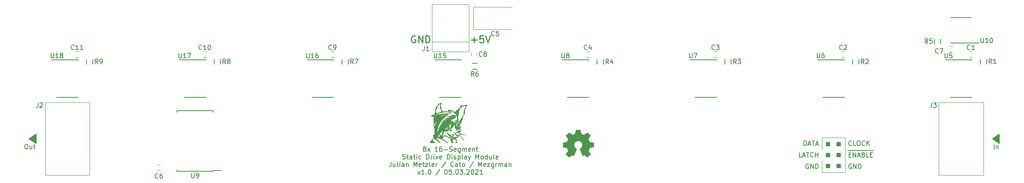
<source format=gbr>
G04 #@! TF.GenerationSoftware,KiCad,Pcbnew,(6.0.0-rc1-dev-557-ge985f797c)*
G04 #@! TF.CreationDate,2021-03-05T01:29:39+01:00*
G04 #@! TF.ProjectId,16seg_Module,31367365675F4D6F64756C652E6B6963,1.0*
G04 #@! TF.SameCoordinates,Original*
G04 #@! TF.FileFunction,Legend,Top*
G04 #@! TF.FilePolarity,Positive*
%FSLAX46Y46*%
G04 Gerber Fmt 4.6, Leading zero omitted, Abs format (unit mm)*
G04 Created by KiCad (PCBNEW (6.0.0-rc1-dev-557-ge985f797c)) date 03/05/21 01:29:39*
%MOMM*%
%LPD*%
G01*
G04 APERTURE LIST*
%ADD10C,0.250000*%
%ADD11C,0.120000*%
%ADD12C,0.150000*%
%ADD13C,0.010000*%
G04 APERTURE END LIST*
D10*
X140019642Y-50107142D02*
X141162500Y-50107142D01*
X140591071Y-50678571D02*
X140591071Y-49535714D01*
X142591071Y-49178571D02*
X141876785Y-49178571D01*
X141805357Y-49892857D01*
X141876785Y-49821428D01*
X142019642Y-49750000D01*
X142376785Y-49750000D01*
X142519642Y-49821428D01*
X142591071Y-49892857D01*
X142662500Y-50035714D01*
X142662500Y-50392857D01*
X142591071Y-50535714D01*
X142519642Y-50607142D01*
X142376785Y-50678571D01*
X142019642Y-50678571D01*
X141876785Y-50607142D01*
X141805357Y-50535714D01*
X143091071Y-49178571D02*
X143591071Y-50678571D01*
X144091071Y-49178571D01*
X127908928Y-49250000D02*
X127766071Y-49178571D01*
X127551785Y-49178571D01*
X127337500Y-49250000D01*
X127194642Y-49392857D01*
X127123214Y-49535714D01*
X127051785Y-49821428D01*
X127051785Y-50035714D01*
X127123214Y-50321428D01*
X127194642Y-50464285D01*
X127337500Y-50607142D01*
X127551785Y-50678571D01*
X127694642Y-50678571D01*
X127908928Y-50607142D01*
X127980357Y-50535714D01*
X127980357Y-50035714D01*
X127694642Y-50035714D01*
X128623214Y-50678571D02*
X128623214Y-49178571D01*
X129480357Y-50678571D01*
X129480357Y-49178571D01*
X130194642Y-50678571D02*
X130194642Y-49178571D01*
X130551785Y-49178571D01*
X130766071Y-49250000D01*
X130908928Y-49392857D01*
X130980357Y-49535714D01*
X131051785Y-49821428D01*
X131051785Y-50035714D01*
X130980357Y-50321428D01*
X130908928Y-50464285D01*
X130766071Y-50607142D01*
X130551785Y-50678571D01*
X130194642Y-50678571D01*
D11*
X215500000Y-78750000D02*
X215500000Y-76250000D01*
X215500000Y-71250000D02*
X215500000Y-73750000D01*
X220500000Y-78750000D02*
X215500000Y-78750000D01*
X220500000Y-71250000D02*
X220500000Y-78750000D01*
X215500000Y-71250000D02*
X220500000Y-71250000D01*
D12*
X211664404Y-72952380D02*
X211664404Y-71952380D01*
X211902500Y-71952380D01*
X212045357Y-72000000D01*
X212140595Y-72095238D01*
X212188214Y-72190476D01*
X212235833Y-72380952D01*
X212235833Y-72523809D01*
X212188214Y-72714285D01*
X212140595Y-72809523D01*
X212045357Y-72904761D01*
X211902500Y-72952380D01*
X211664404Y-72952380D01*
X212616785Y-72666666D02*
X213092976Y-72666666D01*
X212521547Y-72952380D02*
X212854880Y-71952380D01*
X213188214Y-72952380D01*
X213378690Y-71952380D02*
X213950119Y-71952380D01*
X213664404Y-72952380D02*
X213664404Y-71952380D01*
X214235833Y-72666666D02*
X214712023Y-72666666D01*
X214140595Y-72952380D02*
X214473928Y-71952380D01*
X214807261Y-72952380D01*
X211140595Y-75452380D02*
X210664404Y-75452380D01*
X210664404Y-74452380D01*
X211426309Y-75166666D02*
X211902500Y-75166666D01*
X211331071Y-75452380D02*
X211664404Y-74452380D01*
X211997738Y-75452380D01*
X212188214Y-74452380D02*
X212759642Y-74452380D01*
X212473928Y-75452380D02*
X212473928Y-74452380D01*
X213664404Y-75357142D02*
X213616785Y-75404761D01*
X213473928Y-75452380D01*
X213378690Y-75452380D01*
X213235833Y-75404761D01*
X213140595Y-75309523D01*
X213092976Y-75214285D01*
X213045357Y-75023809D01*
X213045357Y-74880952D01*
X213092976Y-74690476D01*
X213140595Y-74595238D01*
X213235833Y-74500000D01*
X213378690Y-74452380D01*
X213473928Y-74452380D01*
X213616785Y-74500000D01*
X213664404Y-74547619D01*
X214092976Y-75452380D02*
X214092976Y-74452380D01*
X214092976Y-74928571D02*
X214664404Y-74928571D01*
X214664404Y-75452380D02*
X214664404Y-74452380D01*
X212616785Y-77000000D02*
X212521547Y-76952380D01*
X212378690Y-76952380D01*
X212235833Y-77000000D01*
X212140595Y-77095238D01*
X212092976Y-77190476D01*
X212045357Y-77380952D01*
X212045357Y-77523809D01*
X212092976Y-77714285D01*
X212140595Y-77809523D01*
X212235833Y-77904761D01*
X212378690Y-77952380D01*
X212473928Y-77952380D01*
X212616785Y-77904761D01*
X212664404Y-77857142D01*
X212664404Y-77523809D01*
X212473928Y-77523809D01*
X213092976Y-77952380D02*
X213092976Y-76952380D01*
X213664404Y-77952380D01*
X213664404Y-76952380D01*
X214140595Y-77952380D02*
X214140595Y-76952380D01*
X214378690Y-76952380D01*
X214521547Y-77000000D01*
X214616785Y-77095238D01*
X214664404Y-77190476D01*
X214712023Y-77380952D01*
X214712023Y-77523809D01*
X214664404Y-77714285D01*
X214616785Y-77809523D01*
X214521547Y-77904761D01*
X214378690Y-77952380D01*
X214140595Y-77952380D01*
X221859404Y-77000000D02*
X221764166Y-76952380D01*
X221621309Y-76952380D01*
X221478452Y-77000000D01*
X221383214Y-77095238D01*
X221335595Y-77190476D01*
X221287976Y-77380952D01*
X221287976Y-77523809D01*
X221335595Y-77714285D01*
X221383214Y-77809523D01*
X221478452Y-77904761D01*
X221621309Y-77952380D01*
X221716547Y-77952380D01*
X221859404Y-77904761D01*
X221907023Y-77857142D01*
X221907023Y-77523809D01*
X221716547Y-77523809D01*
X222335595Y-77952380D02*
X222335595Y-76952380D01*
X222907023Y-77952380D01*
X222907023Y-76952380D01*
X223383214Y-77952380D02*
X223383214Y-76952380D01*
X223621309Y-76952380D01*
X223764166Y-77000000D01*
X223859404Y-77095238D01*
X223907023Y-77190476D01*
X223954642Y-77380952D01*
X223954642Y-77523809D01*
X223907023Y-77714285D01*
X223859404Y-77809523D01*
X223764166Y-77904761D01*
X223621309Y-77952380D01*
X223383214Y-77952380D01*
X221097500Y-74085000D02*
X222002261Y-74085000D01*
X221335595Y-74928571D02*
X221668928Y-74928571D01*
X221811785Y-75452380D02*
X221335595Y-75452380D01*
X221335595Y-74452380D01*
X221811785Y-74452380D01*
X222002261Y-74085000D02*
X223049880Y-74085000D01*
X222240357Y-75452380D02*
X222240357Y-74452380D01*
X222811785Y-75452380D01*
X222811785Y-74452380D01*
X223049880Y-74085000D02*
X223907023Y-74085000D01*
X223240357Y-75166666D02*
X223716547Y-75166666D01*
X223145119Y-75452380D02*
X223478452Y-74452380D01*
X223811785Y-75452380D01*
X223907023Y-74085000D02*
X224907023Y-74085000D01*
X224478452Y-74928571D02*
X224621309Y-74976190D01*
X224668928Y-75023809D01*
X224716547Y-75119047D01*
X224716547Y-75261904D01*
X224668928Y-75357142D01*
X224621309Y-75404761D01*
X224526071Y-75452380D01*
X224145119Y-75452380D01*
X224145119Y-74452380D01*
X224478452Y-74452380D01*
X224573690Y-74500000D01*
X224621309Y-74547619D01*
X224668928Y-74642857D01*
X224668928Y-74738095D01*
X224621309Y-74833333D01*
X224573690Y-74880952D01*
X224478452Y-74928571D01*
X224145119Y-74928571D01*
X224907023Y-74085000D02*
X225716547Y-74085000D01*
X225621309Y-75452380D02*
X225145119Y-75452380D01*
X225145119Y-74452380D01*
X225716547Y-74085000D02*
X226621309Y-74085000D01*
X225954642Y-74928571D02*
X226287976Y-74928571D01*
X226430833Y-75452380D02*
X225954642Y-75452380D01*
X225954642Y-74452380D01*
X226430833Y-74452380D01*
X221907023Y-72857142D02*
X221859404Y-72904761D01*
X221716547Y-72952380D01*
X221621309Y-72952380D01*
X221478452Y-72904761D01*
X221383214Y-72809523D01*
X221335595Y-72714285D01*
X221287976Y-72523809D01*
X221287976Y-72380952D01*
X221335595Y-72190476D01*
X221383214Y-72095238D01*
X221478452Y-72000000D01*
X221621309Y-71952380D01*
X221716547Y-71952380D01*
X221859404Y-72000000D01*
X221907023Y-72047619D01*
X222811785Y-72952380D02*
X222335595Y-72952380D01*
X222335595Y-71952380D01*
X223335595Y-71952380D02*
X223526071Y-71952380D01*
X223621309Y-72000000D01*
X223716547Y-72095238D01*
X223764166Y-72285714D01*
X223764166Y-72619047D01*
X223716547Y-72809523D01*
X223621309Y-72904761D01*
X223526071Y-72952380D01*
X223335595Y-72952380D01*
X223240357Y-72904761D01*
X223145119Y-72809523D01*
X223097500Y-72619047D01*
X223097500Y-72285714D01*
X223145119Y-72095238D01*
X223240357Y-72000000D01*
X223335595Y-71952380D01*
X224764166Y-72857142D02*
X224716547Y-72904761D01*
X224573690Y-72952380D01*
X224478452Y-72952380D01*
X224335595Y-72904761D01*
X224240357Y-72809523D01*
X224192738Y-72714285D01*
X224145119Y-72523809D01*
X224145119Y-72380952D01*
X224192738Y-72190476D01*
X224240357Y-72095238D01*
X224335595Y-72000000D01*
X224478452Y-71952380D01*
X224573690Y-71952380D01*
X224716547Y-72000000D01*
X224764166Y-72047619D01*
X225192738Y-72952380D02*
X225192738Y-71952380D01*
X225764166Y-72952380D02*
X225335595Y-72380952D01*
X225764166Y-71952380D02*
X225192738Y-72523809D01*
G36*
X216500000Y-72250000D02*
X216500000Y-73000000D01*
X217250000Y-73000000D01*
X217250000Y-72250000D01*
X216500000Y-72250000D01*
G37*
X216500000Y-72250000D02*
X216500000Y-73000000D01*
X217250000Y-73000000D01*
X217250000Y-72250000D01*
X216500000Y-72250000D01*
G36*
X218750000Y-72250000D02*
X218750000Y-73000000D01*
X219500000Y-73000000D01*
X219500000Y-72250000D01*
X218750000Y-72250000D01*
G37*
X218750000Y-72250000D02*
X218750000Y-73000000D01*
X219500000Y-73000000D01*
X219500000Y-72250000D01*
X218750000Y-72250000D01*
G36*
X218750000Y-74625000D02*
X218750000Y-75375000D01*
X219500000Y-75375000D01*
X219500000Y-74625000D01*
X218750000Y-74625000D01*
G37*
X218750000Y-74625000D02*
X218750000Y-75375000D01*
X219500000Y-75375000D01*
X219500000Y-74625000D01*
X218750000Y-74625000D01*
G36*
X216500000Y-74625000D02*
X216500000Y-75375000D01*
X217250000Y-75375000D01*
X217250000Y-74625000D01*
X216500000Y-74625000D01*
G37*
X216500000Y-74625000D02*
X216500000Y-75375000D01*
X217250000Y-75375000D01*
X217250000Y-74625000D01*
X216500000Y-74625000D01*
G36*
X218750000Y-77000000D02*
X218750000Y-77750000D01*
X219500000Y-77750000D01*
X219500000Y-77000000D01*
X218750000Y-77000000D01*
G37*
X218750000Y-77000000D02*
X218750000Y-77750000D01*
X219500000Y-77750000D01*
X219500000Y-77000000D01*
X218750000Y-77000000D01*
G36*
X216500000Y-77000000D02*
X216500000Y-77750000D01*
X217250000Y-77750000D01*
X217250000Y-77000000D01*
X216500000Y-77000000D01*
G37*
X216500000Y-77000000D02*
X216500000Y-77750000D01*
X217250000Y-77750000D01*
X217250000Y-77000000D01*
X216500000Y-77000000D01*
X129857142Y-73655952D02*
X129761904Y-73608333D01*
X129714285Y-73560714D01*
X129666666Y-73465476D01*
X129666666Y-73417857D01*
X129714285Y-73322619D01*
X129761904Y-73275000D01*
X129857142Y-73227380D01*
X130047619Y-73227380D01*
X130142857Y-73275000D01*
X130190476Y-73322619D01*
X130238095Y-73417857D01*
X130238095Y-73465476D01*
X130190476Y-73560714D01*
X130142857Y-73608333D01*
X130047619Y-73655952D01*
X129857142Y-73655952D01*
X129761904Y-73703571D01*
X129714285Y-73751190D01*
X129666666Y-73846428D01*
X129666666Y-74036904D01*
X129714285Y-74132142D01*
X129761904Y-74179761D01*
X129857142Y-74227380D01*
X130047619Y-74227380D01*
X130142857Y-74179761D01*
X130190476Y-74132142D01*
X130238095Y-74036904D01*
X130238095Y-73846428D01*
X130190476Y-73751190D01*
X130142857Y-73703571D01*
X130047619Y-73655952D01*
X130571428Y-74227380D02*
X131095238Y-73560714D01*
X130571428Y-73560714D02*
X131095238Y-74227380D01*
X132761904Y-74227380D02*
X132190476Y-74227380D01*
X132476190Y-74227380D02*
X132476190Y-73227380D01*
X132380952Y-73370238D01*
X132285714Y-73465476D01*
X132190476Y-73513095D01*
X133619047Y-73227380D02*
X133428571Y-73227380D01*
X133333333Y-73275000D01*
X133285714Y-73322619D01*
X133190476Y-73465476D01*
X133142857Y-73655952D01*
X133142857Y-74036904D01*
X133190476Y-74132142D01*
X133238095Y-74179761D01*
X133333333Y-74227380D01*
X133523809Y-74227380D01*
X133619047Y-74179761D01*
X133666666Y-74132142D01*
X133714285Y-74036904D01*
X133714285Y-73798809D01*
X133666666Y-73703571D01*
X133619047Y-73655952D01*
X133523809Y-73608333D01*
X133333333Y-73608333D01*
X133238095Y-73655952D01*
X133190476Y-73703571D01*
X133142857Y-73798809D01*
X134142857Y-73846428D02*
X134904761Y-73846428D01*
X135333333Y-74179761D02*
X135476190Y-74227380D01*
X135714285Y-74227380D01*
X135809523Y-74179761D01*
X135857142Y-74132142D01*
X135904761Y-74036904D01*
X135904761Y-73941666D01*
X135857142Y-73846428D01*
X135809523Y-73798809D01*
X135714285Y-73751190D01*
X135523809Y-73703571D01*
X135428571Y-73655952D01*
X135380952Y-73608333D01*
X135333333Y-73513095D01*
X135333333Y-73417857D01*
X135380952Y-73322619D01*
X135428571Y-73275000D01*
X135523809Y-73227380D01*
X135761904Y-73227380D01*
X135904761Y-73275000D01*
X136714285Y-74179761D02*
X136619047Y-74227380D01*
X136428571Y-74227380D01*
X136333333Y-74179761D01*
X136285714Y-74084523D01*
X136285714Y-73703571D01*
X136333333Y-73608333D01*
X136428571Y-73560714D01*
X136619047Y-73560714D01*
X136714285Y-73608333D01*
X136761904Y-73703571D01*
X136761904Y-73798809D01*
X136285714Y-73894047D01*
X137619047Y-73560714D02*
X137619047Y-74370238D01*
X137571428Y-74465476D01*
X137523809Y-74513095D01*
X137428571Y-74560714D01*
X137285714Y-74560714D01*
X137190476Y-74513095D01*
X137619047Y-74179761D02*
X137523809Y-74227380D01*
X137333333Y-74227380D01*
X137238095Y-74179761D01*
X137190476Y-74132142D01*
X137142857Y-74036904D01*
X137142857Y-73751190D01*
X137190476Y-73655952D01*
X137238095Y-73608333D01*
X137333333Y-73560714D01*
X137523809Y-73560714D01*
X137619047Y-73608333D01*
X138095238Y-74227380D02*
X138095238Y-73560714D01*
X138095238Y-73655952D02*
X138142857Y-73608333D01*
X138238095Y-73560714D01*
X138380952Y-73560714D01*
X138476190Y-73608333D01*
X138523809Y-73703571D01*
X138523809Y-74227380D01*
X138523809Y-73703571D02*
X138571428Y-73608333D01*
X138666666Y-73560714D01*
X138809523Y-73560714D01*
X138904761Y-73608333D01*
X138952380Y-73703571D01*
X138952380Y-74227380D01*
X139809523Y-74179761D02*
X139714285Y-74227380D01*
X139523809Y-74227380D01*
X139428571Y-74179761D01*
X139380952Y-74084523D01*
X139380952Y-73703571D01*
X139428571Y-73608333D01*
X139523809Y-73560714D01*
X139714285Y-73560714D01*
X139809523Y-73608333D01*
X139857142Y-73703571D01*
X139857142Y-73798809D01*
X139380952Y-73894047D01*
X140285714Y-73560714D02*
X140285714Y-74227380D01*
X140285714Y-73655952D02*
X140333333Y-73608333D01*
X140428571Y-73560714D01*
X140571428Y-73560714D01*
X140666666Y-73608333D01*
X140714285Y-73703571D01*
X140714285Y-74227380D01*
X141047619Y-73560714D02*
X141428571Y-73560714D01*
X141190476Y-73227380D02*
X141190476Y-74084523D01*
X141238095Y-74179761D01*
X141333333Y-74227380D01*
X141428571Y-74227380D01*
X125214285Y-75829761D02*
X125357142Y-75877380D01*
X125595238Y-75877380D01*
X125690476Y-75829761D01*
X125738095Y-75782142D01*
X125785714Y-75686904D01*
X125785714Y-75591666D01*
X125738095Y-75496428D01*
X125690476Y-75448809D01*
X125595238Y-75401190D01*
X125404761Y-75353571D01*
X125309523Y-75305952D01*
X125261904Y-75258333D01*
X125214285Y-75163095D01*
X125214285Y-75067857D01*
X125261904Y-74972619D01*
X125309523Y-74925000D01*
X125404761Y-74877380D01*
X125642857Y-74877380D01*
X125785714Y-74925000D01*
X126071428Y-75210714D02*
X126452380Y-75210714D01*
X126214285Y-74877380D02*
X126214285Y-75734523D01*
X126261904Y-75829761D01*
X126357142Y-75877380D01*
X126452380Y-75877380D01*
X127214285Y-75877380D02*
X127214285Y-75353571D01*
X127166666Y-75258333D01*
X127071428Y-75210714D01*
X126880952Y-75210714D01*
X126785714Y-75258333D01*
X127214285Y-75829761D02*
X127119047Y-75877380D01*
X126880952Y-75877380D01*
X126785714Y-75829761D01*
X126738095Y-75734523D01*
X126738095Y-75639285D01*
X126785714Y-75544047D01*
X126880952Y-75496428D01*
X127119047Y-75496428D01*
X127214285Y-75448809D01*
X127547619Y-75210714D02*
X127928571Y-75210714D01*
X127690476Y-74877380D02*
X127690476Y-75734523D01*
X127738095Y-75829761D01*
X127833333Y-75877380D01*
X127928571Y-75877380D01*
X128261904Y-75877380D02*
X128261904Y-75210714D01*
X128261904Y-74877380D02*
X128214285Y-74925000D01*
X128261904Y-74972619D01*
X128309523Y-74925000D01*
X128261904Y-74877380D01*
X128261904Y-74972619D01*
X129166666Y-75829761D02*
X129071428Y-75877380D01*
X128880952Y-75877380D01*
X128785714Y-75829761D01*
X128738095Y-75782142D01*
X128690476Y-75686904D01*
X128690476Y-75401190D01*
X128738095Y-75305952D01*
X128785714Y-75258333D01*
X128880952Y-75210714D01*
X129071428Y-75210714D01*
X129166666Y-75258333D01*
X130357142Y-75877380D02*
X130357142Y-74877380D01*
X130595238Y-74877380D01*
X130738095Y-74925000D01*
X130833333Y-75020238D01*
X130880952Y-75115476D01*
X130928571Y-75305952D01*
X130928571Y-75448809D01*
X130880952Y-75639285D01*
X130833333Y-75734523D01*
X130738095Y-75829761D01*
X130595238Y-75877380D01*
X130357142Y-75877380D01*
X131357142Y-75877380D02*
X131357142Y-75210714D01*
X131357142Y-75401190D02*
X131404761Y-75305952D01*
X131452380Y-75258333D01*
X131547619Y-75210714D01*
X131642857Y-75210714D01*
X131976190Y-75877380D02*
X131976190Y-75210714D01*
X131976190Y-74877380D02*
X131928571Y-74925000D01*
X131976190Y-74972619D01*
X132023809Y-74925000D01*
X131976190Y-74877380D01*
X131976190Y-74972619D01*
X132357142Y-75210714D02*
X132595238Y-75877380D01*
X132833333Y-75210714D01*
X133595238Y-75829761D02*
X133500000Y-75877380D01*
X133309523Y-75877380D01*
X133214285Y-75829761D01*
X133166666Y-75734523D01*
X133166666Y-75353571D01*
X133214285Y-75258333D01*
X133309523Y-75210714D01*
X133500000Y-75210714D01*
X133595238Y-75258333D01*
X133642857Y-75353571D01*
X133642857Y-75448809D01*
X133166666Y-75544047D01*
X134833333Y-75877380D02*
X134833333Y-74877380D01*
X135071428Y-74877380D01*
X135214285Y-74925000D01*
X135309523Y-75020238D01*
X135357142Y-75115476D01*
X135404761Y-75305952D01*
X135404761Y-75448809D01*
X135357142Y-75639285D01*
X135309523Y-75734523D01*
X135214285Y-75829761D01*
X135071428Y-75877380D01*
X134833333Y-75877380D01*
X135833333Y-75877380D02*
X135833333Y-75210714D01*
X135833333Y-74877380D02*
X135785714Y-74925000D01*
X135833333Y-74972619D01*
X135880952Y-74925000D01*
X135833333Y-74877380D01*
X135833333Y-74972619D01*
X136261904Y-75829761D02*
X136357142Y-75877380D01*
X136547619Y-75877380D01*
X136642857Y-75829761D01*
X136690476Y-75734523D01*
X136690476Y-75686904D01*
X136642857Y-75591666D01*
X136547619Y-75544047D01*
X136404761Y-75544047D01*
X136309523Y-75496428D01*
X136261904Y-75401190D01*
X136261904Y-75353571D01*
X136309523Y-75258333D01*
X136404761Y-75210714D01*
X136547619Y-75210714D01*
X136642857Y-75258333D01*
X137119047Y-75210714D02*
X137119047Y-76210714D01*
X137119047Y-75258333D02*
X137214285Y-75210714D01*
X137404761Y-75210714D01*
X137500000Y-75258333D01*
X137547619Y-75305952D01*
X137595238Y-75401190D01*
X137595238Y-75686904D01*
X137547619Y-75782142D01*
X137500000Y-75829761D01*
X137404761Y-75877380D01*
X137214285Y-75877380D01*
X137119047Y-75829761D01*
X138166666Y-75877380D02*
X138071428Y-75829761D01*
X138023809Y-75734523D01*
X138023809Y-74877380D01*
X138976190Y-75877380D02*
X138976190Y-75353571D01*
X138928571Y-75258333D01*
X138833333Y-75210714D01*
X138642857Y-75210714D01*
X138547619Y-75258333D01*
X138976190Y-75829761D02*
X138880952Y-75877380D01*
X138642857Y-75877380D01*
X138547619Y-75829761D01*
X138500000Y-75734523D01*
X138500000Y-75639285D01*
X138547619Y-75544047D01*
X138642857Y-75496428D01*
X138880952Y-75496428D01*
X138976190Y-75448809D01*
X139357142Y-75210714D02*
X139595238Y-75877380D01*
X139833333Y-75210714D02*
X139595238Y-75877380D01*
X139500000Y-76115476D01*
X139452380Y-76163095D01*
X139357142Y-76210714D01*
X140976190Y-75877380D02*
X140976190Y-74877380D01*
X141309523Y-75591666D01*
X141642857Y-74877380D01*
X141642857Y-75877380D01*
X142261904Y-75877380D02*
X142166666Y-75829761D01*
X142119047Y-75782142D01*
X142071428Y-75686904D01*
X142071428Y-75401190D01*
X142119047Y-75305952D01*
X142166666Y-75258333D01*
X142261904Y-75210714D01*
X142404761Y-75210714D01*
X142500000Y-75258333D01*
X142547619Y-75305952D01*
X142595238Y-75401190D01*
X142595238Y-75686904D01*
X142547619Y-75782142D01*
X142500000Y-75829761D01*
X142404761Y-75877380D01*
X142261904Y-75877380D01*
X143452380Y-75877380D02*
X143452380Y-74877380D01*
X143452380Y-75829761D02*
X143357142Y-75877380D01*
X143166666Y-75877380D01*
X143071428Y-75829761D01*
X143023809Y-75782142D01*
X142976190Y-75686904D01*
X142976190Y-75401190D01*
X143023809Y-75305952D01*
X143071428Y-75258333D01*
X143166666Y-75210714D01*
X143357142Y-75210714D01*
X143452380Y-75258333D01*
X144357142Y-75210714D02*
X144357142Y-75877380D01*
X143928571Y-75210714D02*
X143928571Y-75734523D01*
X143976190Y-75829761D01*
X144071428Y-75877380D01*
X144214285Y-75877380D01*
X144309523Y-75829761D01*
X144357142Y-75782142D01*
X144976190Y-75877380D02*
X144880952Y-75829761D01*
X144833333Y-75734523D01*
X144833333Y-74877380D01*
X145738095Y-75829761D02*
X145642857Y-75877380D01*
X145452380Y-75877380D01*
X145357142Y-75829761D01*
X145309523Y-75734523D01*
X145309523Y-75353571D01*
X145357142Y-75258333D01*
X145452380Y-75210714D01*
X145642857Y-75210714D01*
X145738095Y-75258333D01*
X145785714Y-75353571D01*
X145785714Y-75448809D01*
X145309523Y-75544047D01*
X122714285Y-76527380D02*
X122714285Y-77241666D01*
X122666666Y-77384523D01*
X122571428Y-77479761D01*
X122428571Y-77527380D01*
X122333333Y-77527380D01*
X123619047Y-76860714D02*
X123619047Y-77527380D01*
X123190476Y-76860714D02*
X123190476Y-77384523D01*
X123238095Y-77479761D01*
X123333333Y-77527380D01*
X123476190Y-77527380D01*
X123571428Y-77479761D01*
X123619047Y-77432142D01*
X124238095Y-77527380D02*
X124142857Y-77479761D01*
X124095238Y-77384523D01*
X124095238Y-76527380D01*
X124619047Y-77527380D02*
X124619047Y-76860714D01*
X124619047Y-76527380D02*
X124571428Y-76575000D01*
X124619047Y-76622619D01*
X124666666Y-76575000D01*
X124619047Y-76527380D01*
X124619047Y-76622619D01*
X125523809Y-77527380D02*
X125523809Y-77003571D01*
X125476190Y-76908333D01*
X125380952Y-76860714D01*
X125190476Y-76860714D01*
X125095238Y-76908333D01*
X125523809Y-77479761D02*
X125428571Y-77527380D01*
X125190476Y-77527380D01*
X125095238Y-77479761D01*
X125047619Y-77384523D01*
X125047619Y-77289285D01*
X125095238Y-77194047D01*
X125190476Y-77146428D01*
X125428571Y-77146428D01*
X125523809Y-77098809D01*
X126000000Y-76860714D02*
X126000000Y-77527380D01*
X126000000Y-76955952D02*
X126047619Y-76908333D01*
X126142857Y-76860714D01*
X126285714Y-76860714D01*
X126380952Y-76908333D01*
X126428571Y-77003571D01*
X126428571Y-77527380D01*
X127666666Y-77527380D02*
X127666666Y-76527380D01*
X128000000Y-77241666D01*
X128333333Y-76527380D01*
X128333333Y-77527380D01*
X129190476Y-77479761D02*
X129095238Y-77527380D01*
X128904761Y-77527380D01*
X128809523Y-77479761D01*
X128761904Y-77384523D01*
X128761904Y-77003571D01*
X128809523Y-76908333D01*
X128904761Y-76860714D01*
X129095238Y-76860714D01*
X129190476Y-76908333D01*
X129238095Y-77003571D01*
X129238095Y-77098809D01*
X128761904Y-77194047D01*
X129523809Y-76860714D02*
X129904761Y-76860714D01*
X129666666Y-76527380D02*
X129666666Y-77384523D01*
X129714285Y-77479761D01*
X129809523Y-77527380D01*
X129904761Y-77527380D01*
X130142857Y-76860714D02*
X130666666Y-76860714D01*
X130142857Y-77527380D01*
X130666666Y-77527380D01*
X131190476Y-77527380D02*
X131095238Y-77479761D01*
X131047619Y-77384523D01*
X131047619Y-76527380D01*
X131952380Y-77479761D02*
X131857142Y-77527380D01*
X131666666Y-77527380D01*
X131571428Y-77479761D01*
X131523809Y-77384523D01*
X131523809Y-77003571D01*
X131571428Y-76908333D01*
X131666666Y-76860714D01*
X131857142Y-76860714D01*
X131952380Y-76908333D01*
X132000000Y-77003571D01*
X132000000Y-77098809D01*
X131523809Y-77194047D01*
X132428571Y-77527380D02*
X132428571Y-76860714D01*
X132428571Y-77051190D02*
X132476190Y-76955952D01*
X132523809Y-76908333D01*
X132619047Y-76860714D01*
X132714285Y-76860714D01*
X134523809Y-76479761D02*
X133666666Y-77765476D01*
X136190476Y-77432142D02*
X136142857Y-77479761D01*
X136000000Y-77527380D01*
X135904761Y-77527380D01*
X135761904Y-77479761D01*
X135666666Y-77384523D01*
X135619047Y-77289285D01*
X135571428Y-77098809D01*
X135571428Y-76955952D01*
X135619047Y-76765476D01*
X135666666Y-76670238D01*
X135761904Y-76575000D01*
X135904761Y-76527380D01*
X136000000Y-76527380D01*
X136142857Y-76575000D01*
X136190476Y-76622619D01*
X137047619Y-77527380D02*
X137047619Y-77003571D01*
X137000000Y-76908333D01*
X136904761Y-76860714D01*
X136714285Y-76860714D01*
X136619047Y-76908333D01*
X137047619Y-77479761D02*
X136952380Y-77527380D01*
X136714285Y-77527380D01*
X136619047Y-77479761D01*
X136571428Y-77384523D01*
X136571428Y-77289285D01*
X136619047Y-77194047D01*
X136714285Y-77146428D01*
X136952380Y-77146428D01*
X137047619Y-77098809D01*
X137380952Y-76860714D02*
X137761904Y-76860714D01*
X137523809Y-76527380D02*
X137523809Y-77384523D01*
X137571428Y-77479761D01*
X137666666Y-77527380D01*
X137761904Y-77527380D01*
X138238095Y-77527380D02*
X138142857Y-77479761D01*
X138095238Y-77432142D01*
X138047619Y-77336904D01*
X138047619Y-77051190D01*
X138095238Y-76955952D01*
X138142857Y-76908333D01*
X138238095Y-76860714D01*
X138380952Y-76860714D01*
X138476190Y-76908333D01*
X138523809Y-76955952D01*
X138571428Y-77051190D01*
X138571428Y-77336904D01*
X138523809Y-77432142D01*
X138476190Y-77479761D01*
X138380952Y-77527380D01*
X138238095Y-77527380D01*
X140476190Y-76479761D02*
X139619047Y-77765476D01*
X141571428Y-77527380D02*
X141571428Y-76527380D01*
X141904761Y-77241666D01*
X142238095Y-76527380D01*
X142238095Y-77527380D01*
X143095238Y-77479761D02*
X143000000Y-77527380D01*
X142809523Y-77527380D01*
X142714285Y-77479761D01*
X142666666Y-77384523D01*
X142666666Y-77003571D01*
X142714285Y-76908333D01*
X142809523Y-76860714D01*
X143000000Y-76860714D01*
X143095238Y-76908333D01*
X143142857Y-77003571D01*
X143142857Y-77098809D01*
X142666666Y-77194047D01*
X143476190Y-76860714D02*
X144000000Y-76860714D01*
X143476190Y-77527380D01*
X144000000Y-77527380D01*
X144809523Y-76860714D02*
X144809523Y-77670238D01*
X144761904Y-77765476D01*
X144714285Y-77813095D01*
X144619047Y-77860714D01*
X144476190Y-77860714D01*
X144380952Y-77813095D01*
X144809523Y-77479761D02*
X144714285Y-77527380D01*
X144523809Y-77527380D01*
X144428571Y-77479761D01*
X144380952Y-77432142D01*
X144333333Y-77336904D01*
X144333333Y-77051190D01*
X144380952Y-76955952D01*
X144428571Y-76908333D01*
X144523809Y-76860714D01*
X144714285Y-76860714D01*
X144809523Y-76908333D01*
X145285714Y-77527380D02*
X145285714Y-76860714D01*
X145285714Y-77051190D02*
X145333333Y-76955952D01*
X145380952Y-76908333D01*
X145476190Y-76860714D01*
X145571428Y-76860714D01*
X145904761Y-77527380D02*
X145904761Y-76860714D01*
X145904761Y-76955952D02*
X145952380Y-76908333D01*
X146047619Y-76860714D01*
X146190476Y-76860714D01*
X146285714Y-76908333D01*
X146333333Y-77003571D01*
X146333333Y-77527380D01*
X146333333Y-77003571D02*
X146380952Y-76908333D01*
X146476190Y-76860714D01*
X146619047Y-76860714D01*
X146714285Y-76908333D01*
X146761904Y-77003571D01*
X146761904Y-77527380D01*
X147666666Y-77527380D02*
X147666666Y-77003571D01*
X147619047Y-76908333D01*
X147523809Y-76860714D01*
X147333333Y-76860714D01*
X147238095Y-76908333D01*
X147666666Y-77479761D02*
X147571428Y-77527380D01*
X147333333Y-77527380D01*
X147238095Y-77479761D01*
X147190476Y-77384523D01*
X147190476Y-77289285D01*
X147238095Y-77194047D01*
X147333333Y-77146428D01*
X147571428Y-77146428D01*
X147666666Y-77098809D01*
X148142857Y-76860714D02*
X148142857Y-77527380D01*
X148142857Y-76955952D02*
X148190476Y-76908333D01*
X148285714Y-76860714D01*
X148428571Y-76860714D01*
X148523809Y-76908333D01*
X148571428Y-77003571D01*
X148571428Y-77527380D01*
X128500000Y-78510714D02*
X128738095Y-79177380D01*
X128976190Y-78510714D01*
X129880952Y-79177380D02*
X129309523Y-79177380D01*
X129595238Y-79177380D02*
X129595238Y-78177380D01*
X129500000Y-78320238D01*
X129404761Y-78415476D01*
X129309523Y-78463095D01*
X130309523Y-79082142D02*
X130357142Y-79129761D01*
X130309523Y-79177380D01*
X130261904Y-79129761D01*
X130309523Y-79082142D01*
X130309523Y-79177380D01*
X130976190Y-78177380D02*
X131071428Y-78177380D01*
X131166666Y-78225000D01*
X131214285Y-78272619D01*
X131261904Y-78367857D01*
X131309523Y-78558333D01*
X131309523Y-78796428D01*
X131261904Y-78986904D01*
X131214285Y-79082142D01*
X131166666Y-79129761D01*
X131071428Y-79177380D01*
X130976190Y-79177380D01*
X130880952Y-79129761D01*
X130833333Y-79082142D01*
X130785714Y-78986904D01*
X130738095Y-78796428D01*
X130738095Y-78558333D01*
X130785714Y-78367857D01*
X130833333Y-78272619D01*
X130880952Y-78225000D01*
X130976190Y-78177380D01*
X133214285Y-78129761D02*
X132357142Y-79415476D01*
X134500000Y-78177380D02*
X134595238Y-78177380D01*
X134690476Y-78225000D01*
X134738095Y-78272619D01*
X134785714Y-78367857D01*
X134833333Y-78558333D01*
X134833333Y-78796428D01*
X134785714Y-78986904D01*
X134738095Y-79082142D01*
X134690476Y-79129761D01*
X134595238Y-79177380D01*
X134500000Y-79177380D01*
X134404761Y-79129761D01*
X134357142Y-79082142D01*
X134309523Y-78986904D01*
X134261904Y-78796428D01*
X134261904Y-78558333D01*
X134309523Y-78367857D01*
X134357142Y-78272619D01*
X134404761Y-78225000D01*
X134500000Y-78177380D01*
X135738095Y-78177380D02*
X135261904Y-78177380D01*
X135214285Y-78653571D01*
X135261904Y-78605952D01*
X135357142Y-78558333D01*
X135595238Y-78558333D01*
X135690476Y-78605952D01*
X135738095Y-78653571D01*
X135785714Y-78748809D01*
X135785714Y-78986904D01*
X135738095Y-79082142D01*
X135690476Y-79129761D01*
X135595238Y-79177380D01*
X135357142Y-79177380D01*
X135261904Y-79129761D01*
X135214285Y-79082142D01*
X136214285Y-79082142D02*
X136261904Y-79129761D01*
X136214285Y-79177380D01*
X136166666Y-79129761D01*
X136214285Y-79082142D01*
X136214285Y-79177380D01*
X136880952Y-78177380D02*
X136976190Y-78177380D01*
X137071428Y-78225000D01*
X137119047Y-78272619D01*
X137166666Y-78367857D01*
X137214285Y-78558333D01*
X137214285Y-78796428D01*
X137166666Y-78986904D01*
X137119047Y-79082142D01*
X137071428Y-79129761D01*
X136976190Y-79177380D01*
X136880952Y-79177380D01*
X136785714Y-79129761D01*
X136738095Y-79082142D01*
X136690476Y-78986904D01*
X136642857Y-78796428D01*
X136642857Y-78558333D01*
X136690476Y-78367857D01*
X136738095Y-78272619D01*
X136785714Y-78225000D01*
X136880952Y-78177380D01*
X137547619Y-78177380D02*
X138166666Y-78177380D01*
X137833333Y-78558333D01*
X137976190Y-78558333D01*
X138071428Y-78605952D01*
X138119047Y-78653571D01*
X138166666Y-78748809D01*
X138166666Y-78986904D01*
X138119047Y-79082142D01*
X138071428Y-79129761D01*
X137976190Y-79177380D01*
X137690476Y-79177380D01*
X137595238Y-79129761D01*
X137547619Y-79082142D01*
X138595238Y-79082142D02*
X138642857Y-79129761D01*
X138595238Y-79177380D01*
X138547619Y-79129761D01*
X138595238Y-79082142D01*
X138595238Y-79177380D01*
X139023809Y-78272619D02*
X139071428Y-78225000D01*
X139166666Y-78177380D01*
X139404761Y-78177380D01*
X139500000Y-78225000D01*
X139547619Y-78272619D01*
X139595238Y-78367857D01*
X139595238Y-78463095D01*
X139547619Y-78605952D01*
X138976190Y-79177380D01*
X139595238Y-79177380D01*
X140214285Y-78177380D02*
X140309523Y-78177380D01*
X140404761Y-78225000D01*
X140452380Y-78272619D01*
X140500000Y-78367857D01*
X140547619Y-78558333D01*
X140547619Y-78796428D01*
X140500000Y-78986904D01*
X140452380Y-79082142D01*
X140404761Y-79129761D01*
X140309523Y-79177380D01*
X140214285Y-79177380D01*
X140119047Y-79129761D01*
X140071428Y-79082142D01*
X140023809Y-78986904D01*
X139976190Y-78796428D01*
X139976190Y-78558333D01*
X140023809Y-78367857D01*
X140071428Y-78272619D01*
X140119047Y-78225000D01*
X140214285Y-78177380D01*
X140928571Y-78272619D02*
X140976190Y-78225000D01*
X141071428Y-78177380D01*
X141309523Y-78177380D01*
X141404761Y-78225000D01*
X141452380Y-78272619D01*
X141500000Y-78367857D01*
X141500000Y-78463095D01*
X141452380Y-78605952D01*
X140880952Y-79177380D01*
X141500000Y-79177380D01*
X142452380Y-79177380D02*
X141880952Y-79177380D01*
X142166666Y-79177380D02*
X142166666Y-78177380D01*
X142071428Y-78320238D01*
X141976190Y-78415476D01*
X141880952Y-78463095D01*
G36*
X253750000Y-70500000D02*
X253750000Y-72500000D01*
X252250000Y-71500000D01*
X253750000Y-70500000D01*
G37*
X253750000Y-70500000D02*
X253750000Y-72500000D01*
X252250000Y-71500000D01*
X253750000Y-70500000D01*
X252585595Y-73702380D02*
X252585595Y-72702380D01*
X253061785Y-73035714D02*
X253061785Y-73702380D01*
X253061785Y-73130952D02*
X253109404Y-73083333D01*
X253204642Y-73035714D01*
X253347500Y-73035714D01*
X253442738Y-73083333D01*
X253490357Y-73178571D01*
X253490357Y-73702380D01*
X44057261Y-72702380D02*
X44247738Y-72702380D01*
X44342976Y-72750000D01*
X44438214Y-72845238D01*
X44485833Y-73035714D01*
X44485833Y-73369047D01*
X44438214Y-73559523D01*
X44342976Y-73654761D01*
X44247738Y-73702380D01*
X44057261Y-73702380D01*
X43962023Y-73654761D01*
X43866785Y-73559523D01*
X43819166Y-73369047D01*
X43819166Y-73035714D01*
X43866785Y-72845238D01*
X43962023Y-72750000D01*
X44057261Y-72702380D01*
X45342976Y-73035714D02*
X45342976Y-73702380D01*
X44914404Y-73035714D02*
X44914404Y-73559523D01*
X44962023Y-73654761D01*
X45057261Y-73702380D01*
X45200119Y-73702380D01*
X45295357Y-73654761D01*
X45342976Y-73607142D01*
X45676309Y-73035714D02*
X46057261Y-73035714D01*
X45819166Y-72702380D02*
X45819166Y-73559523D01*
X45866785Y-73654761D01*
X45962023Y-73702380D01*
X46057261Y-73702380D01*
G36*
X46250000Y-70500000D02*
X46250000Y-72500000D01*
X44750000Y-71500000D01*
X46250000Y-70500000D01*
G37*
X46250000Y-70500000D02*
X46250000Y-72500000D01*
X44750000Y-71500000D01*
X46250000Y-70500000D01*
D11*
G04 #@! TO.C,J2*
X57800000Y-63630000D02*
X57800000Y-79370000D01*
X57800000Y-79370000D02*
X48200000Y-79370000D01*
X48200000Y-63630000D02*
X57800000Y-63630000D01*
X48200000Y-79370000D02*
X48200000Y-63630000D01*
D12*
G04 #@! TO.C,U10*
X247700000Y-45275000D02*
X243300000Y-45275000D01*
X249275000Y-50800000D02*
X243300000Y-50800000D01*
D11*
G04 #@! TO.C,J3*
X250300000Y-63630000D02*
X250300000Y-79370000D01*
X250300000Y-79370000D02*
X240700000Y-79370000D01*
X240700000Y-63630000D02*
X250300000Y-63630000D01*
X240700000Y-79370000D02*
X240700000Y-63630000D01*
D12*
G04 #@! TO.C,U18*
X55325000Y-54475000D02*
X55325000Y-54500000D01*
X55325000Y-62525000D02*
X55325000Y-62500000D01*
X50675000Y-62525000D02*
X50675000Y-62500000D01*
X49600000Y-54425000D02*
X55325000Y-54425000D01*
X50675000Y-62525000D02*
X55325000Y-62525000D01*
G04 #@! TO.C,U17*
X82825000Y-54475000D02*
X82825000Y-54500000D01*
X82825000Y-62525000D02*
X82825000Y-62500000D01*
X78175000Y-62525000D02*
X78175000Y-62500000D01*
X77100000Y-54425000D02*
X82825000Y-54425000D01*
X78175000Y-62525000D02*
X82825000Y-62525000D01*
G04 #@! TO.C,U16*
X110325000Y-54475000D02*
X110325000Y-54500000D01*
X110325000Y-62525000D02*
X110325000Y-62500000D01*
X105675000Y-62525000D02*
X105675000Y-62500000D01*
X104600000Y-54425000D02*
X110325000Y-54425000D01*
X105675000Y-62525000D02*
X110325000Y-62525000D01*
G04 #@! TO.C,U15*
X137825000Y-54475000D02*
X137825000Y-54500000D01*
X137825000Y-62525000D02*
X137825000Y-62500000D01*
X133175000Y-62525000D02*
X133175000Y-62500000D01*
X132100000Y-54425000D02*
X137825000Y-54425000D01*
X133175000Y-62525000D02*
X137825000Y-62525000D01*
G04 #@! TO.C,U9*
X84375000Y-78575000D02*
X84375000Y-78325000D01*
X76625000Y-78575000D02*
X76625000Y-78240000D01*
X76625000Y-65425000D02*
X76625000Y-65760000D01*
X84375000Y-65425000D02*
X84375000Y-65760000D01*
X84375000Y-78575000D02*
X76625000Y-78575000D01*
X84375000Y-65425000D02*
X76625000Y-65425000D01*
X84375000Y-78325000D02*
X86175000Y-78325000D01*
G04 #@! TO.C,U8*
X165325000Y-54475000D02*
X165325000Y-54500000D01*
X165325000Y-62525000D02*
X165325000Y-62500000D01*
X160675000Y-62525000D02*
X160675000Y-62500000D01*
X159600000Y-54425000D02*
X165325000Y-54425000D01*
X160675000Y-62525000D02*
X165325000Y-62525000D01*
G04 #@! TO.C,U7*
X192825000Y-54475000D02*
X192825000Y-54500000D01*
X192825000Y-62525000D02*
X192825000Y-62500000D01*
X188175000Y-62525000D02*
X188175000Y-62500000D01*
X187100000Y-54425000D02*
X192825000Y-54425000D01*
X188175000Y-62525000D02*
X192825000Y-62525000D01*
G04 #@! TO.C,U6*
X220325000Y-54475000D02*
X220325000Y-54500000D01*
X220325000Y-62525000D02*
X220325000Y-62500000D01*
X215675000Y-62525000D02*
X215675000Y-62500000D01*
X214600000Y-54425000D02*
X220325000Y-54425000D01*
X215675000Y-62525000D02*
X220325000Y-62525000D01*
G04 #@! TO.C,U5*
X247825000Y-54475000D02*
X247825000Y-54500000D01*
X247825000Y-62525000D02*
X247825000Y-62500000D01*
X243175000Y-62525000D02*
X243175000Y-62500000D01*
X242100000Y-54425000D02*
X247825000Y-54425000D01*
X243175000Y-62525000D02*
X247825000Y-62525000D01*
G04 #@! TO.C,R9*
X58475000Y-54300000D02*
X58475000Y-55300000D01*
X57125000Y-55300000D02*
X57125000Y-54300000D01*
G04 #@! TO.C,R8*
X85975000Y-54300000D02*
X85975000Y-55300000D01*
X84625000Y-55300000D02*
X84625000Y-54300000D01*
G04 #@! TO.C,R7*
X113475000Y-54300000D02*
X113475000Y-55300000D01*
X112125000Y-55300000D02*
X112125000Y-54300000D01*
G04 #@! TO.C,R6*
X141300000Y-56475000D02*
X140300000Y-56475000D01*
X140300000Y-55125000D02*
X141300000Y-55125000D01*
G04 #@! TO.C,R5*
X239725000Y-50900000D02*
X239725000Y-49900000D01*
X241075000Y-49900000D02*
X241075000Y-50900000D01*
G04 #@! TO.C,R4*
X168475000Y-54300000D02*
X168475000Y-55300000D01*
X167125000Y-55300000D02*
X167125000Y-54300000D01*
G04 #@! TO.C,R3*
X195975000Y-54300000D02*
X195975000Y-55300000D01*
X194625000Y-55300000D02*
X194625000Y-54300000D01*
G04 #@! TO.C,R2*
X223475000Y-54300000D02*
X223475000Y-55300000D01*
X222125000Y-55300000D02*
X222125000Y-54300000D01*
G04 #@! TO.C,R1*
X250975000Y-54300000D02*
X250975000Y-55300000D01*
X249625000Y-55300000D02*
X249625000Y-54300000D01*
D11*
G04 #@! TO.C,J1*
X139460000Y-42400000D02*
X131540000Y-42400000D01*
X139460000Y-52600000D02*
X131540000Y-52600000D01*
X131540000Y-52600000D02*
X131540000Y-42400000D01*
X139460000Y-42400000D02*
X139460000Y-52600000D01*
X139460000Y-50540000D02*
X131540000Y-50540000D01*
G04 #@! TO.C,C11*
X54750000Y-52600000D02*
X55450000Y-52600000D01*
X55450000Y-53800000D02*
X54750000Y-53800000D01*
G04 #@! TO.C,C10*
X82250000Y-52600000D02*
X82950000Y-52600000D01*
X82950000Y-53800000D02*
X82250000Y-53800000D01*
G04 #@! TO.C,C9*
X109750000Y-52600000D02*
X110450000Y-52600000D01*
X110450000Y-53800000D02*
X109750000Y-53800000D01*
G04 #@! TO.C,C8*
X141200000Y-52850000D02*
X141200000Y-53550000D01*
X140000000Y-53550000D02*
X140000000Y-52850000D01*
G04 #@! TO.C,C7*
X243650000Y-52600000D02*
X242950000Y-52600000D01*
X242950000Y-51400000D02*
X243650000Y-51400000D01*
G04 #@! TO.C,C6*
X73050000Y-78300000D02*
X72350000Y-78300000D01*
X72350000Y-77100000D02*
X73050000Y-77100000D01*
G04 #@! TO.C,C5*
X140400000Y-43000000D02*
X148800000Y-43000000D01*
X140400000Y-47800000D02*
X148800000Y-47800000D01*
X140400000Y-43000000D02*
X140400000Y-47800000D01*
G04 #@! TO.C,C4*
X164750000Y-52600000D02*
X165450000Y-52600000D01*
X165450000Y-53800000D02*
X164750000Y-53800000D01*
G04 #@! TO.C,C3*
X192250000Y-52600000D02*
X192950000Y-52600000D01*
X192950000Y-53800000D02*
X192250000Y-53800000D01*
G04 #@! TO.C,C2*
X219750000Y-52600000D02*
X220450000Y-52600000D01*
X220450000Y-53800000D02*
X219750000Y-53800000D01*
G04 #@! TO.C,C1*
X247250000Y-52600000D02*
X247950000Y-52600000D01*
X247950000Y-53800000D02*
X247250000Y-53800000D01*
D13*
G04 #@! TO.C,G\002A\002A\002A*
G36*
X133481342Y-63705694D02*
X133495089Y-63725087D01*
X133499324Y-63741241D01*
X133499006Y-63764700D01*
X133493445Y-63799318D01*
X133481950Y-63848950D01*
X133463831Y-63917448D01*
X133454708Y-63950512D01*
X133407549Y-64126262D01*
X133370257Y-64278828D01*
X133342791Y-64408412D01*
X133325109Y-64515218D01*
X133317172Y-64599448D01*
X133316819Y-64632243D01*
X133317851Y-64658038D01*
X133320120Y-64663651D01*
X133325158Y-64647469D01*
X133332740Y-64615450D01*
X133344542Y-64575290D01*
X133358347Y-64554652D01*
X133374650Y-64548064D01*
X133393686Y-64550410D01*
X133408228Y-64567599D01*
X133421077Y-64598864D01*
X133467951Y-64733079D01*
X133512449Y-64862140D01*
X133553840Y-64983813D01*
X133591391Y-65095865D01*
X133624369Y-65196060D01*
X133652043Y-65282165D01*
X133673681Y-65351946D01*
X133688550Y-65403168D01*
X133695917Y-65433598D01*
X133696599Y-65439472D01*
X133703287Y-65456146D01*
X133721060Y-65487690D01*
X133746484Y-65528134D01*
X133754769Y-65540631D01*
X133785430Y-65584406D01*
X133807374Y-65609862D01*
X133824557Y-65620693D01*
X133840494Y-65620701D01*
X133899065Y-65610164D01*
X133978891Y-65601042D01*
X134075864Y-65593397D01*
X134185874Y-65587290D01*
X134304814Y-65582783D01*
X134428574Y-65579937D01*
X134553046Y-65578814D01*
X134674122Y-65579477D01*
X134787691Y-65581985D01*
X134889647Y-65586402D01*
X134975879Y-65592788D01*
X135042280Y-65601206D01*
X135049778Y-65602554D01*
X135150931Y-65624579D01*
X135249315Y-65651375D01*
X135334157Y-65679978D01*
X135341250Y-65682732D01*
X135339852Y-65677262D01*
X135322257Y-65656519D01*
X135290633Y-65622779D01*
X135247148Y-65578316D01*
X135193969Y-65525404D01*
X135155497Y-65487817D01*
X135094865Y-65428163D01*
X135040444Y-65373073D01*
X134994920Y-65325393D01*
X134960979Y-65287968D01*
X134941306Y-65263643D01*
X134937552Y-65256924D01*
X134940146Y-65230461D01*
X134955329Y-65205432D01*
X134975891Y-65193361D01*
X134977353Y-65193299D01*
X135001707Y-65195832D01*
X135045788Y-65202767D01*
X135104504Y-65213113D01*
X135172761Y-65225880D01*
X135245466Y-65240074D01*
X135317525Y-65254705D01*
X135383846Y-65268781D01*
X135439335Y-65281310D01*
X135474600Y-65290116D01*
X135667853Y-65352433D01*
X135863956Y-65434449D01*
X136055556Y-65532599D01*
X136235302Y-65643321D01*
X136306035Y-65693114D01*
X136381821Y-65748732D01*
X136521935Y-65617820D01*
X136622681Y-65525914D01*
X136738969Y-65423632D01*
X136865652Y-65315332D01*
X136997583Y-65205371D01*
X137129613Y-65098105D01*
X137227200Y-65020800D01*
X137293091Y-64968919D01*
X137342385Y-64928794D01*
X137378664Y-64896753D01*
X137405511Y-64869126D01*
X137426508Y-64842242D01*
X137445237Y-64812431D01*
X137464310Y-64777833D01*
X137501261Y-64706023D01*
X137542518Y-64621192D01*
X137585178Y-64529751D01*
X137626335Y-64438108D01*
X137663086Y-64352674D01*
X137692526Y-64279858D01*
X137704390Y-64247962D01*
X137721890Y-64203699D01*
X137738159Y-64171256D01*
X137750379Y-64156000D01*
X137752883Y-64155591D01*
X137771674Y-64174654D01*
X137785535Y-64216636D01*
X137794108Y-64279467D01*
X137797033Y-64361082D01*
X137796338Y-64405900D01*
X137791994Y-64551950D01*
X137853247Y-64491719D01*
X137957074Y-64404914D01*
X138078967Y-64331285D01*
X138219753Y-64270556D01*
X138380259Y-64222451D01*
X138561313Y-64186692D01*
X138763744Y-64163004D01*
X138856908Y-64156498D01*
X139002190Y-64148200D01*
X139023762Y-64181123D01*
X139032220Y-64194439D01*
X139037004Y-64206611D01*
X139036622Y-64220826D01*
X139029577Y-64240269D01*
X139014375Y-64268127D01*
X138989522Y-64307586D01*
X138953522Y-64361833D01*
X138905633Y-64432937D01*
X138835840Y-64541495D01*
X138774139Y-64649161D01*
X138718454Y-64760601D01*
X138666711Y-64880480D01*
X138616833Y-65013462D01*
X138566745Y-65164212D01*
X138536562Y-65262349D01*
X138509628Y-65353829D01*
X138488833Y-65428176D01*
X138474388Y-65484297D01*
X138466505Y-65521101D01*
X138465395Y-65537498D01*
X138471269Y-65532396D01*
X138484340Y-65504705D01*
X138494302Y-65480384D01*
X138521841Y-65419859D01*
X138546765Y-65383966D01*
X138569622Y-65372136D01*
X138588925Y-65381638D01*
X138596875Y-65402797D01*
X138601915Y-65443641D01*
X138604066Y-65498628D01*
X138603350Y-65562214D01*
X138599791Y-65628854D01*
X138593409Y-65693005D01*
X138587522Y-65732085D01*
X138558341Y-65858795D01*
X138516174Y-65989720D01*
X138463644Y-66119081D01*
X138403377Y-66241102D01*
X138337995Y-66350006D01*
X138270123Y-66440017D01*
X138261555Y-66449696D01*
X138242336Y-66472346D01*
X138227950Y-66494560D01*
X138216534Y-66521637D01*
X138206229Y-66558872D01*
X138195172Y-66611563D01*
X138184336Y-66669494D01*
X138151273Y-66831853D01*
X138111081Y-66994620D01*
X138062365Y-67162403D01*
X138003731Y-67339809D01*
X137933787Y-67531447D01*
X137887560Y-67650750D01*
X137835739Y-67779467D01*
X137789180Y-67888785D01*
X137745459Y-67983517D01*
X137702152Y-68068472D01*
X137656836Y-68148462D01*
X137607086Y-68228299D01*
X137563984Y-68293061D01*
X137521507Y-68355302D01*
X137482189Y-68412592D01*
X137449019Y-68460603D01*
X137424985Y-68495004D01*
X137415085Y-68508820D01*
X137389165Y-68543879D01*
X137430886Y-68618014D01*
X137508821Y-68742109D01*
X137597814Y-68854329D01*
X137637493Y-68897586D01*
X137681790Y-68949342D01*
X137704608Y-68988044D01*
X137706534Y-69013215D01*
X137688155Y-69024385D01*
X137650057Y-69021077D01*
X137592826Y-69002819D01*
X137537046Y-68978723D01*
X137481313Y-68952796D01*
X137445310Y-68936801D01*
X137425856Y-68929708D01*
X137419769Y-68930485D01*
X137423868Y-68938101D01*
X137428137Y-68943424D01*
X137448814Y-68977710D01*
X137472612Y-69032670D01*
X137498216Y-69103971D01*
X137524310Y-69187277D01*
X137549578Y-69278254D01*
X137572703Y-69372568D01*
X137592369Y-69465883D01*
X137600577Y-69511304D01*
X137609685Y-69572012D01*
X137618371Y-69642275D01*
X137626226Y-69717097D01*
X137632847Y-69791480D01*
X137637824Y-69860425D01*
X137640754Y-69918934D01*
X137641228Y-69962010D01*
X137639025Y-69984113D01*
X137622284Y-70003202D01*
X137592680Y-70003639D01*
X137553891Y-69986052D01*
X137524760Y-69964637D01*
X137473617Y-69922683D01*
X137424606Y-69884328D01*
X137381228Y-69852092D01*
X137346983Y-69828494D01*
X137325372Y-69816052D01*
X137319852Y-69817181D01*
X137333623Y-69856322D01*
X137350418Y-69911273D01*
X137367709Y-69973054D01*
X137382974Y-70032690D01*
X137392762Y-70076450D01*
X137402173Y-70115397D01*
X137415410Y-70147879D01*
X137436537Y-70180889D01*
X137469617Y-70221421D01*
X137491287Y-70245995D01*
X137574657Y-70339340D01*
X137559581Y-70411095D01*
X137549716Y-70456546D01*
X137540599Y-70496083D01*
X137536286Y-70513281D01*
X137532928Y-70534124D01*
X137543190Y-70539548D01*
X137564958Y-70536094D01*
X137591323Y-70532079D01*
X137636891Y-70526576D01*
X137695557Y-70520271D01*
X137761216Y-70513850D01*
X137770125Y-70513026D01*
X137953305Y-70505775D01*
X138149921Y-70515803D01*
X138355263Y-70542615D01*
X138564623Y-70585717D01*
X138636544Y-70604171D01*
X138682577Y-70617372D01*
X138716590Y-70628631D01*
X138733299Y-70636132D01*
X138734003Y-70637630D01*
X138719378Y-70638199D01*
X138689802Y-70632718D01*
X138679066Y-70629994D01*
X138567915Y-70604849D01*
X138438315Y-70583478D01*
X138297016Y-70566454D01*
X138150765Y-70554354D01*
X138006313Y-70547753D01*
X137870408Y-70547225D01*
X137764965Y-70552109D01*
X137680715Y-70558779D01*
X137617760Y-70565097D01*
X137572062Y-70572546D01*
X137539580Y-70582608D01*
X137516277Y-70596766D01*
X137498114Y-70616500D01*
X137481052Y-70643294D01*
X137471710Y-70659733D01*
X137450658Y-70698508D01*
X137435777Y-70728462D01*
X137430400Y-70742691D01*
X137440273Y-70753522D01*
X137466637Y-70774324D01*
X137504608Y-70801344D01*
X137522139Y-70813175D01*
X137584554Y-70859482D01*
X137657934Y-70921813D01*
X137737904Y-70995949D01*
X137820088Y-71077669D01*
X137900111Y-71162754D01*
X137973598Y-71246983D01*
X137980341Y-71255103D01*
X138025910Y-71312029D01*
X138078058Y-71380086D01*
X138133550Y-71454756D01*
X138189150Y-71531521D01*
X138241623Y-71605865D01*
X138287732Y-71673270D01*
X138324244Y-71729220D01*
X138345952Y-71765550D01*
X138360001Y-71792355D01*
X138363802Y-71803259D01*
X138356561Y-71797327D01*
X138337482Y-71773626D01*
X138305769Y-71731224D01*
X138260627Y-71669186D01*
X138243117Y-71644900D01*
X138120737Y-71481292D01*
X137996849Y-71327972D01*
X137873581Y-71187196D01*
X137753058Y-71061222D01*
X137637409Y-70952307D01*
X137528759Y-70862707D01*
X137460344Y-70814215D01*
X137407738Y-70779736D01*
X137238094Y-70949860D01*
X137151930Y-71033168D01*
X137077469Y-71097834D01*
X137011638Y-71145876D01*
X136951361Y-71179309D01*
X136893567Y-71200153D01*
X136842221Y-71209694D01*
X136801090Y-71218483D01*
X136775631Y-71236382D01*
X136766338Y-71249463D01*
X136729982Y-71298596D01*
X136678425Y-71353015D01*
X136632363Y-71394130D01*
X136590118Y-71429111D01*
X136634091Y-71489380D01*
X136662445Y-71531359D01*
X136695767Y-71585452D01*
X136730823Y-71645834D01*
X136764382Y-71706681D01*
X136793211Y-71762170D01*
X136814078Y-71806476D01*
X136822612Y-71829050D01*
X136826333Y-71870203D01*
X136820513Y-71933696D01*
X136813318Y-71977461D01*
X136793060Y-72087772D01*
X136830656Y-72142561D01*
X136855315Y-72181734D01*
X136884756Y-72233154D01*
X136912869Y-72286123D01*
X136914535Y-72289425D01*
X136960819Y-72381500D01*
X136846550Y-72381500D01*
X136803025Y-72295775D01*
X136780484Y-72253116D01*
X136765794Y-72230792D01*
X136756446Y-72225944D01*
X136750030Y-72235450D01*
X136727874Y-72294732D01*
X136711940Y-72334417D01*
X136699238Y-72358576D01*
X136686777Y-72371282D01*
X136671565Y-72376607D01*
X136650614Y-72378623D01*
X136644567Y-72379055D01*
X136612236Y-72379899D01*
X136593823Y-72377342D01*
X136592200Y-72375662D01*
X136596005Y-72361482D01*
X136606385Y-72328120D01*
X136621785Y-72280456D01*
X136640649Y-72223371D01*
X136641990Y-72219357D01*
X136664269Y-72149050D01*
X136685674Y-72075173D01*
X136703426Y-72007647D01*
X136712858Y-71966223D01*
X136733937Y-71862097D01*
X136673752Y-71750323D01*
X136640019Y-71690384D01*
X136602488Y-71627904D01*
X136567674Y-71573615D01*
X136557402Y-71558628D01*
X136501237Y-71478707D01*
X136449848Y-71525134D01*
X136401846Y-71564606D01*
X136355971Y-71591848D01*
X136306120Y-71608595D01*
X136246190Y-71616579D01*
X136170079Y-71617536D01*
X136129495Y-71616161D01*
X136027505Y-71608931D01*
X135946093Y-71596606D01*
X135893700Y-71582950D01*
X135850954Y-71569531D01*
X135818140Y-71559910D01*
X135802340Y-71556164D01*
X135802323Y-71556163D01*
X135802204Y-71566495D01*
X135810934Y-71593442D01*
X135822959Y-71622675D01*
X135851813Y-71695462D01*
X135883224Y-71787656D01*
X135915586Y-71893608D01*
X135947295Y-72007667D01*
X135976747Y-72124182D01*
X136002338Y-72237505D01*
X136014063Y-72295775D01*
X136030449Y-72381500D01*
X135795995Y-72381500D01*
X135717413Y-72216548D01*
X135655829Y-72083077D01*
X135607849Y-71969583D01*
X135573036Y-71874879D01*
X135550951Y-71797777D01*
X135541365Y-71739826D01*
X135539537Y-71695727D01*
X135543710Y-71658168D01*
X135555870Y-71617097D01*
X135575051Y-71569373D01*
X135592506Y-71524655D01*
X135603459Y-71489090D01*
X135606119Y-71468791D01*
X135605136Y-71466678D01*
X135591640Y-71458664D01*
X135578048Y-71451203D01*
X135827674Y-71451203D01*
X135845578Y-71461189D01*
X135885282Y-71474000D01*
X135948333Y-71490474D01*
X135952955Y-71491613D01*
X136046900Y-71509446D01*
X136138484Y-71517166D01*
X136221934Y-71514810D01*
X136291474Y-71502412D01*
X136325814Y-71489325D01*
X136374659Y-71454639D01*
X136418998Y-71405923D01*
X136448142Y-71357115D01*
X136557317Y-71357115D01*
X136568233Y-71354338D01*
X136593879Y-71336057D01*
X136603063Y-71328854D01*
X136639278Y-71297050D01*
X136670829Y-71264164D01*
X136680859Y-71251537D01*
X136698091Y-71225170D01*
X136706371Y-71208243D01*
X136706500Y-71207231D01*
X136697641Y-71205397D01*
X136675192Y-71215431D01*
X136645339Y-71233264D01*
X136614270Y-71254827D01*
X136588172Y-71276052D01*
X136573232Y-71292870D01*
X136572036Y-71295650D01*
X136562234Y-71330111D01*
X136557846Y-71345605D01*
X136557317Y-71357115D01*
X136448142Y-71357115D01*
X136450754Y-71352741D01*
X136457991Y-71332828D01*
X136460599Y-71319125D01*
X136455133Y-71312226D01*
X136436549Y-71311136D01*
X136399799Y-71314861D01*
X136379615Y-71317384D01*
X136305233Y-71321752D01*
X136216981Y-71318742D01*
X136170084Y-71314425D01*
X136046418Y-71300588D01*
X135967665Y-71364311D01*
X135925030Y-71396033D01*
X135884672Y-71421356D01*
X135854382Y-71435466D01*
X135851074Y-71436343D01*
X135830022Y-71443201D01*
X135827674Y-71451203D01*
X135578048Y-71451203D01*
X135558672Y-71440568D01*
X135509292Y-71414026D01*
X135446562Y-71380674D01*
X135373545Y-71342149D01*
X135296800Y-71301914D01*
X135204426Y-71253311D01*
X135108137Y-71202085D01*
X135013734Y-71151362D01*
X134927018Y-71104269D01*
X134853792Y-71063930D01*
X134820550Y-71045293D01*
X134749014Y-71006542D01*
X134674259Y-70968997D01*
X134603738Y-70936215D01*
X134544901Y-70911755D01*
X134528450Y-70905818D01*
X134477202Y-70888952D01*
X134437151Y-70878188D01*
X134400171Y-70872545D01*
X134358135Y-70871042D01*
X134302916Y-70872698D01*
X134268100Y-70874390D01*
X134151572Y-70884220D01*
X134053796Y-70901498D01*
X133968909Y-70927407D01*
X133934725Y-70941579D01*
X133901897Y-70960564D01*
X133888400Y-70981916D01*
X133887100Y-70994584D01*
X133880648Y-71044193D01*
X133862857Y-71109413D01*
X133836072Y-71184456D01*
X133802639Y-71263536D01*
X133764903Y-71340866D01*
X133725209Y-71410657D01*
X133707402Y-71437963D01*
X133670752Y-71491376D01*
X133819073Y-71561878D01*
X133887985Y-71596074D01*
X133960350Y-71634371D01*
X134026721Y-71671650D01*
X134070121Y-71697916D01*
X134161715Y-71758762D01*
X134260799Y-71828801D01*
X134363440Y-71904910D01*
X134465705Y-71983964D01*
X134563660Y-72062840D01*
X134653373Y-72138414D01*
X134730910Y-72207561D01*
X134792338Y-72267158D01*
X134808741Y-72284566D01*
X134891518Y-72375150D01*
X134828008Y-72378969D01*
X134789774Y-72379784D01*
X134764142Y-72373441D01*
X134740663Y-72355421D01*
X134718093Y-72331424D01*
X134688966Y-72302620D01*
X134642965Y-72261373D01*
X134583507Y-72210510D01*
X134514015Y-72152859D01*
X134437908Y-72091250D01*
X134358605Y-72028510D01*
X134279528Y-71967468D01*
X134261188Y-71953555D01*
X134104429Y-71841615D01*
X133952724Y-71747271D01*
X133798691Y-71665971D01*
X133781183Y-71657579D01*
X133683870Y-71611957D01*
X133606374Y-71577081D01*
X133546002Y-71551940D01*
X133500056Y-71535524D01*
X133465841Y-71526820D01*
X133440661Y-71524816D01*
X133430563Y-71526022D01*
X133398572Y-71525796D01*
X133376723Y-71507019D01*
X133357953Y-71492456D01*
X133321898Y-71473051D01*
X133275466Y-71451704D01*
X133225563Y-71431318D01*
X133179096Y-71414795D01*
X133142971Y-71405037D01*
X133130583Y-71403600D01*
X133108738Y-71411978D01*
X133087000Y-71429000D01*
X133062039Y-71448170D01*
X133037477Y-71451335D01*
X133008646Y-71437120D01*
X132970875Y-71404149D01*
X132957599Y-71390900D01*
X132924423Y-71359258D01*
X132896695Y-71336505D01*
X132880238Y-71327402D01*
X132879921Y-71327389D01*
X132855612Y-71321087D01*
X132815766Y-71304224D01*
X132766299Y-71279838D01*
X132713129Y-71250966D01*
X132662172Y-71220646D01*
X132627711Y-71197906D01*
X132587383Y-71170497D01*
X132560594Y-71158064D01*
X132542460Y-71162757D01*
X132528100Y-71186728D01*
X132512628Y-71232128D01*
X132506748Y-71251200D01*
X132491700Y-71293786D01*
X132475943Y-71328673D01*
X132467099Y-71342801D01*
X132458241Y-71354932D01*
X132455006Y-71367295D01*
X132459226Y-71383545D01*
X132472735Y-71407335D01*
X132497366Y-71442317D01*
X132534951Y-71492145D01*
X132555496Y-71518971D01*
X132642840Y-71632783D01*
X132716785Y-71728714D01*
X132779383Y-71809042D01*
X132832687Y-71876048D01*
X132878747Y-71932010D01*
X132919615Y-71979208D01*
X132957343Y-72019920D01*
X132993983Y-72056427D01*
X133031586Y-72091007D01*
X133072204Y-72125939D01*
X133117889Y-72163504D01*
X133170692Y-72205979D01*
X133182250Y-72215234D01*
X133252503Y-72271437D01*
X133304776Y-72313545D01*
X133340782Y-72343508D01*
X133362229Y-72363277D01*
X133370829Y-72374801D01*
X133368293Y-72380031D01*
X133356332Y-72380918D01*
X133336656Y-72379411D01*
X133325423Y-72378446D01*
X133287871Y-72373466D01*
X133261469Y-72366365D01*
X133255573Y-72362828D01*
X133255381Y-72358469D01*
X133263587Y-72362376D01*
X133275292Y-72366004D01*
X133272234Y-72357855D01*
X133256995Y-72348633D01*
X133251149Y-72350337D01*
X133237270Y-72345631D01*
X133208271Y-72327385D01*
X133168395Y-72298500D01*
X133121881Y-72261879D01*
X133121851Y-72261855D01*
X133003005Y-72165958D01*
X132882653Y-72070922D01*
X132765376Y-71980266D01*
X132655757Y-71897514D01*
X132558378Y-71826186D01*
X132515500Y-71795760D01*
X132450704Y-71750094D01*
X132382367Y-71701408D01*
X132318641Y-71655538D01*
X132267850Y-71618449D01*
X132223244Y-71587508D01*
X132169574Y-71553367D01*
X132111284Y-71518488D01*
X132052819Y-71485332D01*
X131998626Y-71456363D01*
X131953150Y-71434041D01*
X131920837Y-71420830D01*
X131907010Y-71418613D01*
X131895073Y-71429207D01*
X131868572Y-71456318D01*
X131829800Y-71497464D01*
X131781052Y-71550163D01*
X131724622Y-71611933D01*
X131662804Y-71680293D01*
X131597892Y-71752760D01*
X131591318Y-71760138D01*
X131537087Y-71821033D01*
X131692918Y-71945140D01*
X131757151Y-71996665D01*
X131833512Y-72058499D01*
X131914649Y-72124655D01*
X131993208Y-72189144D01*
X132037045Y-72225374D01*
X132225340Y-72381500D01*
X131156600Y-72381500D01*
X131156599Y-72236822D01*
X131156599Y-72092145D01*
X131293846Y-71935197D01*
X131353554Y-71867586D01*
X131423226Y-71789748D01*
X131495412Y-71709946D01*
X131562662Y-71636445D01*
X131582771Y-71614690D01*
X131672987Y-71516977D01*
X131747018Y-71435808D01*
X131806363Y-71369500D01*
X131852521Y-71316365D01*
X131886993Y-71274718D01*
X131900183Y-71257847D01*
X131933025Y-71214789D01*
X131886848Y-71109169D01*
X131859828Y-71049619D01*
X131830206Y-70987828D01*
X131822064Y-70971800D01*
X132210700Y-70971800D01*
X132215346Y-70982253D01*
X132219166Y-70980266D01*
X132220686Y-70965194D01*
X132219166Y-70963333D01*
X132211616Y-70965076D01*
X132210700Y-70971800D01*
X131822064Y-70971800D01*
X131803619Y-70935491D01*
X131799250Y-70927350D01*
X131776570Y-70885284D01*
X131760684Y-70851168D01*
X131752915Y-70821641D01*
X131754587Y-70793341D01*
X131767024Y-70762910D01*
X131786811Y-70733927D01*
X132139538Y-70733927D01*
X132139814Y-70748628D01*
X132147149Y-70781254D01*
X132160094Y-70825797D01*
X132166250Y-70844800D01*
X132182114Y-70890746D01*
X132195085Y-70925183D01*
X132203134Y-70942852D01*
X132204539Y-70944030D01*
X132203361Y-70930803D01*
X132196803Y-70899066D01*
X132186149Y-70854818D01*
X132181942Y-70838450D01*
X132180248Y-70832042D01*
X132305621Y-70832042D01*
X132306096Y-70868728D01*
X132310386Y-70893650D01*
X132318209Y-70901852D01*
X132325811Y-70894721D01*
X132333559Y-70890118D01*
X132337127Y-70908827D01*
X132337505Y-70923885D01*
X132342156Y-70957285D01*
X132354058Y-71005091D01*
X132370421Y-71058378D01*
X132388453Y-71108221D01*
X132405365Y-71145695D01*
X132408625Y-71151340D01*
X132417716Y-71148389D01*
X132432596Y-71127027D01*
X132444169Y-71104338D01*
X132471711Y-71044390D01*
X132441551Y-70954465D01*
X132428061Y-70910907D01*
X132419680Y-70872339D01*
X132418186Y-70857250D01*
X132741132Y-70857250D01*
X132753911Y-70898430D01*
X132782532Y-70956430D01*
X132782588Y-70956535D01*
X132824832Y-71031543D01*
X132867925Y-71102127D01*
X132909532Y-71164990D01*
X132947318Y-71216833D01*
X132978947Y-71254358D01*
X133002083Y-71274266D01*
X133009248Y-71276600D01*
X133016879Y-71265209D01*
X133028499Y-71234816D01*
X133042046Y-71191086D01*
X133047358Y-71171825D01*
X133070655Y-71094879D01*
X133103060Y-71002275D01*
X133141840Y-70900830D01*
X133184265Y-70797357D01*
X133227603Y-70698671D01*
X133269122Y-70611587D01*
X133281915Y-70586641D01*
X133347350Y-70461832D01*
X133350346Y-70516791D01*
X133360127Y-70678436D01*
X133371168Y-70829227D01*
X133383197Y-70966383D01*
X133395942Y-71087119D01*
X133409128Y-71188655D01*
X133422483Y-71268207D01*
X133425517Y-71282950D01*
X133428982Y-71298887D01*
X133432003Y-71307996D01*
X133435409Y-71307534D01*
X133440034Y-71294764D01*
X133446708Y-71266945D01*
X133456263Y-71221337D01*
X133469531Y-71155201D01*
X133479508Y-71105091D01*
X133506365Y-70984206D01*
X133696600Y-70984206D01*
X133704466Y-70984929D01*
X133724458Y-70970658D01*
X133737875Y-70958410D01*
X133778245Y-70927329D01*
X133836106Y-70893192D01*
X133904380Y-70859400D01*
X133975991Y-70829356D01*
X134043864Y-70806461D01*
X134066105Y-70800604D01*
X134115384Y-70791312D01*
X134179548Y-70782619D01*
X134248092Y-70775849D01*
X134280800Y-70773593D01*
X134344687Y-70770679D01*
X134392249Y-70771119D01*
X134432446Y-70775866D01*
X134474238Y-70785874D01*
X134515750Y-70798600D01*
X134576283Y-70820905D01*
X134639223Y-70848678D01*
X134691420Y-70876092D01*
X134693550Y-70877372D01*
X134726444Y-70896165D01*
X134777842Y-70924113D01*
X134843536Y-70958994D01*
X134919320Y-70998587D01*
X135000986Y-71040672D01*
X135055500Y-71068447D01*
X135150659Y-71116803D01*
X135253778Y-71169375D01*
X135357749Y-71222528D01*
X135455462Y-71272625D01*
X135539809Y-71316032D01*
X135562061Y-71327525D01*
X135630713Y-71362734D01*
X135691842Y-71393537D01*
X135741809Y-71418145D01*
X135776975Y-71434769D01*
X135793699Y-71441619D01*
X135794283Y-71441700D01*
X135798257Y-71432572D01*
X135792546Y-71417134D01*
X135785802Y-71392182D01*
X135781059Y-71351051D01*
X135779400Y-71305945D01*
X135779400Y-71219320D01*
X135704050Y-71190103D01*
X135627804Y-71155400D01*
X135541151Y-71107519D01*
X135451751Y-71051133D01*
X135427190Y-71033626D01*
X135608984Y-71033626D01*
X135616591Y-71042927D01*
X135640432Y-71059511D01*
X135673872Y-71079602D01*
X135710279Y-71099426D01*
X135743018Y-71115208D01*
X135765456Y-71123173D01*
X135766700Y-71123372D01*
X135769061Y-71112312D01*
X135768956Y-71082632D01*
X135766700Y-71044826D01*
X135765104Y-71028934D01*
X135820000Y-71028934D01*
X135821043Y-71063778D01*
X135824108Y-71114436D01*
X135828948Y-71176178D01*
X135830962Y-71198953D01*
X135838087Y-71274378D01*
X135845019Y-71326165D01*
X135854051Y-71355958D01*
X135867478Y-71365397D01*
X135887592Y-71356123D01*
X135916687Y-71329779D01*
X135956375Y-71288717D01*
X135990616Y-71250642D01*
X136020399Y-71213662D01*
X136033193Y-71195050D01*
X136104623Y-71195050D01*
X136106185Y-71206876D01*
X136125744Y-71212253D01*
X136150215Y-71213100D01*
X136181260Y-71212158D01*
X136197011Y-71209793D01*
X136197441Y-71208635D01*
X136182922Y-71201911D01*
X136154709Y-71191556D01*
X136151849Y-71190585D01*
X136122586Y-71183277D01*
X136108293Y-71188319D01*
X136104623Y-71195050D01*
X136033193Y-71195050D01*
X136036179Y-71190707D01*
X136058009Y-71153369D01*
X135942845Y-71080777D01*
X135895382Y-71051776D01*
X135856163Y-71029537D01*
X135829851Y-71016595D01*
X135821232Y-71014634D01*
X135820000Y-71028934D01*
X135765104Y-71028934D01*
X135762342Y-71001432D01*
X135756614Y-70978111D01*
X135747285Y-70969551D01*
X135735220Y-70969848D01*
X135706649Y-70978759D01*
X135670533Y-70994760D01*
X135636186Y-71013145D01*
X135612920Y-71029211D01*
X135608984Y-71033626D01*
X135427190Y-71033626D01*
X135367266Y-70990913D01*
X135332713Y-70963660D01*
X135253566Y-70893533D01*
X135167226Y-70807823D01*
X135148537Y-70787650D01*
X135268511Y-70787650D01*
X135355092Y-70867025D01*
X135393711Y-70901720D01*
X135425239Y-70928721D01*
X135445118Y-70944189D01*
X135449320Y-70946400D01*
X135450364Y-70934917D01*
X135446737Y-70904169D01*
X135439182Y-70859707D01*
X135434410Y-70835275D01*
X135423915Y-70783758D01*
X135416679Y-70748527D01*
X135466587Y-70748527D01*
X135470516Y-70782063D01*
X135478284Y-70827054D01*
X135488504Y-70876964D01*
X135499791Y-70925261D01*
X135510755Y-70965408D01*
X135520012Y-70990872D01*
X135523753Y-70996182D01*
X135545267Y-70995734D01*
X135583098Y-70979822D01*
X135611606Y-70963783D01*
X135649657Y-70941797D01*
X135679315Y-70926358D01*
X135693409Y-70921000D01*
X135688538Y-70913490D01*
X135667361Y-70893030D01*
X135633260Y-70862719D01*
X135589614Y-70825660D01*
X135588381Y-70824633D01*
X135543052Y-70787587D01*
X135505223Y-70757958D01*
X135478850Y-70738753D01*
X135467885Y-70732980D01*
X135466587Y-70748527D01*
X135416679Y-70748527D01*
X135415132Y-70740995D01*
X135409437Y-70713666D01*
X135408302Y-70708423D01*
X135396787Y-70706028D01*
X135368634Y-70719425D01*
X135336630Y-70740173D01*
X135268511Y-70787650D01*
X135148537Y-70787650D01*
X135078438Y-70711989D01*
X134991946Y-70611488D01*
X134912496Y-70511780D01*
X134896675Y-70489928D01*
X134991072Y-70489928D01*
X135064072Y-70571544D01*
X135097300Y-70607721D01*
X135123682Y-70634614D01*
X135139132Y-70648139D01*
X135141366Y-70648866D01*
X135141529Y-70635165D01*
X135137813Y-70603411D01*
X135131123Y-70561089D01*
X135125231Y-70533118D01*
X135161992Y-70533118D01*
X135166229Y-70566619D01*
X135174854Y-70609724D01*
X135186151Y-70655151D01*
X135198404Y-70695621D01*
X135209896Y-70723852D01*
X135214333Y-70730592D01*
X135232611Y-70748238D01*
X135249346Y-70753530D01*
X135271133Y-70745432D01*
X135304566Y-70722905D01*
X135315888Y-70714625D01*
X135346951Y-70690619D01*
X135367546Y-70672483D01*
X135372504Y-70666048D01*
X135363247Y-70656049D01*
X135338529Y-70635976D01*
X135303684Y-70609652D01*
X135264046Y-70580900D01*
X135224948Y-70553542D01*
X135191723Y-70531401D01*
X135169705Y-70518301D01*
X135163860Y-70516502D01*
X135161992Y-70533118D01*
X135125231Y-70533118D01*
X135119545Y-70506126D01*
X135106045Y-70473404D01*
X135087402Y-70459795D01*
X135060396Y-70462172D01*
X135037751Y-70470424D01*
X134991072Y-70489928D01*
X134896675Y-70489928D01*
X134844830Y-70418323D01*
X134805714Y-70357370D01*
X134783725Y-70321449D01*
X134877700Y-70321449D01*
X134884773Y-70340688D01*
X134902482Y-70370329D01*
X134925555Y-70403105D01*
X134948724Y-70431749D01*
X134966718Y-70448994D01*
X134971719Y-70451100D01*
X134993657Y-70444118D01*
X135010659Y-70433906D01*
X135021014Y-70424025D01*
X135020251Y-70413579D01*
X135005338Y-70398672D01*
X134973241Y-70375407D01*
X134955936Y-70363582D01*
X134918660Y-70339606D01*
X134891028Y-70324380D01*
X134878083Y-70320621D01*
X134877700Y-70321449D01*
X134783725Y-70321449D01*
X134775405Y-70307859D01*
X134738299Y-70249001D01*
X134701793Y-70192513D01*
X134697380Y-70185808D01*
X134664624Y-70133934D01*
X134646806Y-70098705D01*
X134643220Y-70076754D01*
X134653159Y-70064714D01*
X134670968Y-70059868D01*
X134693700Y-70065460D01*
X134723459Y-70089638D01*
X134752523Y-70121771D01*
X134795254Y-70164552D01*
X134856742Y-70214689D01*
X134932734Y-70268780D01*
X134953900Y-70282783D01*
X135026657Y-70331070D01*
X135114176Y-70390530D01*
X135212533Y-70458382D01*
X135317808Y-70531850D01*
X135426078Y-70608154D01*
X135533424Y-70684516D01*
X135635923Y-70758159D01*
X135729653Y-70826303D01*
X135810694Y-70886172D01*
X135875125Y-70934985D01*
X135882272Y-70940526D01*
X135979907Y-71013290D01*
X136064576Y-71068475D01*
X136140195Y-71107482D01*
X136210678Y-71131714D01*
X136279942Y-71142569D01*
X136351899Y-71141450D01*
X136417830Y-71132182D01*
X136527598Y-71114734D01*
X136617566Y-71106986D01*
X136691348Y-71108790D01*
X136747457Y-71118603D01*
X136795547Y-71128464D01*
X136836615Y-71128314D01*
X136879747Y-71116786D01*
X136934029Y-71092517D01*
X136939672Y-71089711D01*
X136970700Y-71069921D01*
X137013351Y-71037067D01*
X137062818Y-70995505D01*
X137114292Y-70949594D01*
X137162966Y-70903689D01*
X137204032Y-70862148D01*
X137232681Y-70829329D01*
X137241748Y-70815945D01*
X137246128Y-70804067D01*
X137238423Y-70802858D01*
X137214661Y-70812946D01*
X137193045Y-70823671D01*
X137135537Y-70850306D01*
X137073920Y-70874854D01*
X137014007Y-70895428D01*
X136961611Y-70910141D01*
X136922547Y-70917104D01*
X136906970Y-70916557D01*
X136888083Y-70905656D01*
X136857707Y-70881911D01*
X136820805Y-70849946D01*
X136782339Y-70814386D01*
X136747272Y-70779855D01*
X136720566Y-70750978D01*
X136707184Y-70732380D01*
X136706500Y-70729742D01*
X136717614Y-70721769D01*
X136745135Y-70713514D01*
X136753174Y-70711870D01*
X136797591Y-70701148D01*
X136838760Y-70687209D01*
X136870861Y-70672573D01*
X136888078Y-70659757D01*
X136888304Y-70653359D01*
X136872186Y-70647701D01*
X136836384Y-70640165D01*
X136786447Y-70631795D01*
X136736477Y-70624735D01*
X136677702Y-70616364D01*
X136627194Y-70607828D01*
X136590940Y-70600223D01*
X136575947Y-70595390D01*
X136559171Y-70582406D01*
X136528920Y-70555982D01*
X136489954Y-70520360D01*
X136459128Y-70491350D01*
X136415913Y-70449804D01*
X136388446Y-70421307D01*
X136373977Y-70401500D01*
X136369759Y-70386021D01*
X136373042Y-70370512D01*
X136373816Y-70368550D01*
X136452449Y-70368550D01*
X136520515Y-70444266D01*
X136541505Y-70468181D01*
X136558115Y-70486571D01*
X136573878Y-70500694D01*
X136592326Y-70511803D01*
X136616992Y-70521156D01*
X136651410Y-70530007D01*
X136699111Y-70539612D01*
X136763628Y-70551228D01*
X136848495Y-70566108D01*
X136877950Y-70571308D01*
X136933163Y-70581641D01*
X136979739Y-70591378D01*
X137011474Y-70599167D01*
X137021179Y-70602531D01*
X137022369Y-70615118D01*
X137007867Y-70638326D01*
X136982115Y-70667290D01*
X136949550Y-70697143D01*
X136914614Y-70723019D01*
X136906923Y-70727770D01*
X136874074Y-70753847D01*
X136865825Y-70780257D01*
X136881502Y-70809840D01*
X136886154Y-70815024D01*
X136904675Y-70832185D01*
X136924181Y-70841317D01*
X136950615Y-70842781D01*
X136989918Y-70836942D01*
X137045436Y-70824766D01*
X137163448Y-70784884D01*
X137274430Y-70722663D01*
X137350494Y-70662373D01*
X137419729Y-70588577D01*
X137465140Y-70514766D01*
X137488184Y-70438478D01*
X137489739Y-70427204D01*
X137497389Y-70362605D01*
X137399525Y-70254809D01*
X137348613Y-70200781D01*
X137306581Y-70163590D01*
X137266587Y-70140125D01*
X137221784Y-70127276D01*
X137165329Y-70121933D01*
X137105003Y-70120970D01*
X137009244Y-70127787D01*
X136904921Y-70146949D01*
X136798273Y-70176338D01*
X136695543Y-70213837D01*
X136602972Y-70257328D01*
X136526801Y-70304694D01*
X136500099Y-70326208D01*
X136452449Y-70368550D01*
X136373816Y-70368550D01*
X136376861Y-70360843D01*
X136403552Y-70319474D01*
X136449166Y-70273337D01*
X136508799Y-70226455D01*
X136577544Y-70182853D01*
X136622875Y-70159093D01*
X136777479Y-70098017D01*
X136938836Y-70060743D01*
X137057048Y-70048433D01*
X137185346Y-70041243D01*
X137082150Y-69912796D01*
X137021185Y-69835179D01*
X136954406Y-69747144D01*
X136884160Y-69652048D01*
X136812795Y-69553247D01*
X136785795Y-69515079D01*
X136905586Y-69515079D01*
X136905905Y-69516089D01*
X136923050Y-69541968D01*
X136951505Y-69581367D01*
X136988728Y-69631067D01*
X137032174Y-69687849D01*
X137079301Y-69748493D01*
X137127566Y-69809781D01*
X137174426Y-69868494D01*
X137217337Y-69921411D01*
X137253757Y-69965315D01*
X137281142Y-69996985D01*
X137296949Y-70013204D01*
X137299688Y-70014544D01*
X137299299Y-70000440D01*
X137293064Y-69968209D01*
X137282248Y-69924109D01*
X137278892Y-69911653D01*
X137261248Y-69854509D01*
X137240441Y-69797475D01*
X137220934Y-69752767D01*
X137220682Y-69752268D01*
X137203254Y-69716873D01*
X137191784Y-69691654D01*
X137189100Y-69683943D01*
X137199153Y-69680865D01*
X137226414Y-69689129D01*
X137266533Y-69706646D01*
X137315162Y-69731323D01*
X137367950Y-69761069D01*
X137420549Y-69793794D01*
X137428417Y-69799007D01*
X137476663Y-69830950D01*
X137516759Y-69856906D01*
X137544277Y-69874046D01*
X137554657Y-69879600D01*
X137556522Y-69867755D01*
X137555211Y-69835141D01*
X137551122Y-69786131D01*
X137544655Y-69725103D01*
X137536211Y-69656433D01*
X137530294Y-69612900D01*
X137522270Y-69564794D01*
X137511584Y-69527152D01*
X137494547Y-69491494D01*
X137467472Y-69449337D01*
X137445940Y-69418879D01*
X137413547Y-69374626D01*
X137385373Y-69337696D01*
X137365525Y-69313403D01*
X137359774Y-69307456D01*
X137346190Y-69306698D01*
X137326950Y-69325098D01*
X137304021Y-69357931D01*
X137264504Y-69411839D01*
X137221502Y-69457918D01*
X137179730Y-69491945D01*
X137143905Y-69509698D01*
X137132691Y-69511300D01*
X137113076Y-69508046D01*
X137101826Y-69493907D01*
X137094463Y-69462315D01*
X137093038Y-69453164D01*
X137090460Y-69405237D01*
X137096936Y-69367614D01*
X137098221Y-69364520D01*
X137104892Y-69340242D01*
X137096692Y-69317952D01*
X137081644Y-69298831D01*
X137055767Y-69275674D01*
X137038535Y-69276078D01*
X137038251Y-69276350D01*
X137020900Y-69298228D01*
X136997768Y-69333687D01*
X136972003Y-69377023D01*
X136946754Y-69422534D01*
X136925170Y-69464515D01*
X136910397Y-69497265D01*
X136905586Y-69515079D01*
X136785795Y-69515079D01*
X136742656Y-69454097D01*
X136714647Y-69413642D01*
X136848931Y-69413642D01*
X136850235Y-69418938D01*
X136861284Y-69406835D01*
X136881946Y-69376959D01*
X136909368Y-69333669D01*
X136940700Y-69281324D01*
X136944030Y-69275601D01*
X137002619Y-69165931D01*
X137020601Y-69123950D01*
X137151000Y-69123950D01*
X137157350Y-69130300D01*
X137163700Y-69123950D01*
X137157350Y-69117600D01*
X137151000Y-69123950D01*
X137020601Y-69123950D01*
X137048618Y-69058547D01*
X137083384Y-68948140D01*
X137098199Y-68877458D01*
X137160348Y-68877458D01*
X137160870Y-68904175D01*
X137161687Y-68929068D01*
X137164751Y-68965863D01*
X137174845Y-68988958D01*
X137198119Y-69008404D01*
X137217675Y-69020530D01*
X137279571Y-69065692D01*
X137345207Y-69127673D01*
X137407904Y-69200128D01*
X137411350Y-69204570D01*
X137433724Y-69231156D01*
X137449150Y-69244919D01*
X137452995Y-69245015D01*
X137450583Y-69229858D01*
X137441182Y-69196584D01*
X137426493Y-69150947D01*
X137416839Y-69122837D01*
X137370379Y-69004303D01*
X137322180Y-68909277D01*
X137271255Y-68835879D01*
X137258159Y-68820882D01*
X137234323Y-68792088D01*
X137221437Y-68770831D01*
X137220947Y-68764019D01*
X137235421Y-68765248D01*
X137264950Y-68776418D01*
X137294646Y-68790776D01*
X137346672Y-68816409D01*
X137397408Y-68838589D01*
X137441921Y-68855501D01*
X137475283Y-68865329D01*
X137492563Y-68866256D01*
X137493900Y-68864164D01*
X137484666Y-68847180D01*
X137480996Y-68844424D01*
X137468416Y-68830821D01*
X137445954Y-68801387D01*
X137417664Y-68761528D01*
X137406046Y-68744500D01*
X137373873Y-68698600D01*
X137349187Y-68669489D01*
X137326444Y-68652156D01*
X137300097Y-68641587D01*
X137288774Y-68638501D01*
X137248030Y-68627772D01*
X137213616Y-68618111D01*
X137206211Y-68615867D01*
X137193082Y-68613188D01*
X137184437Y-68618133D01*
X137178708Y-68635202D01*
X137174324Y-68668896D01*
X137170040Y-68719567D01*
X137165313Y-68780173D01*
X137162301Y-68822197D01*
X137160735Y-68852379D01*
X137160348Y-68877458D01*
X137098199Y-68877458D01*
X137108273Y-68829403D01*
X137124640Y-68697028D01*
X137133840Y-68545706D01*
X137134388Y-68530225D01*
X137137308Y-68457746D01*
X137140777Y-68394944D01*
X137144496Y-68345853D01*
X137148163Y-68314506D01*
X137151159Y-68304800D01*
X137160029Y-68316818D01*
X137167457Y-68350178D01*
X137172917Y-68400840D01*
X137175880Y-68464761D01*
X137176260Y-68497249D01*
X137176400Y-68594448D01*
X137243075Y-68599620D01*
X137281375Y-68601919D01*
X137307723Y-68602237D01*
X137314587Y-68601300D01*
X137312917Y-68588843D01*
X137302622Y-68562549D01*
X137299630Y-68556079D01*
X137269545Y-68480614D01*
X137246481Y-68394235D01*
X137229649Y-68292818D01*
X137218258Y-68172241D01*
X137214876Y-68114300D01*
X137205013Y-67972656D01*
X137201358Y-67942850D01*
X137280581Y-67942850D01*
X137290105Y-68076200D01*
X137295702Y-68136155D01*
X137303887Y-68200573D01*
X137313764Y-68264572D01*
X137324440Y-68323272D01*
X137335021Y-68371791D01*
X137344613Y-68405248D01*
X137352321Y-68418763D01*
X137352862Y-68418835D01*
X137362986Y-68408855D01*
X137382840Y-68382665D01*
X137408517Y-68345486D01*
X137414169Y-68336944D01*
X137434946Y-68303731D01*
X137451457Y-68272174D01*
X137465463Y-68237088D01*
X137478722Y-68193290D01*
X137492995Y-68135596D01*
X137510041Y-68058822D01*
X137512594Y-68046977D01*
X137527438Y-67977162D01*
X137540140Y-67915910D01*
X137549821Y-67867577D01*
X137555605Y-67836516D01*
X137556862Y-67827243D01*
X137546749Y-67813785D01*
X137522250Y-67794382D01*
X137513679Y-67788700D01*
X137471033Y-67761551D01*
X137415791Y-67820839D01*
X137378964Y-67858464D01*
X137341942Y-67893299D01*
X137320565Y-67911488D01*
X137280581Y-67942850D01*
X137201358Y-67942850D01*
X137190500Y-67854316D01*
X137171048Y-67757560D01*
X137146371Y-67680669D01*
X137139563Y-67664816D01*
X137123274Y-67636332D01*
X137098499Y-67601026D01*
X137069452Y-67563926D01*
X137040351Y-67530062D01*
X137015410Y-67504463D01*
X136998845Y-67492157D01*
X136995087Y-67492474D01*
X136988439Y-67506793D01*
X136976425Y-67537205D01*
X136967242Y-67561850D01*
X136947902Y-67610249D01*
X136923414Y-67665539D01*
X136908297Y-67697105D01*
X136872516Y-67768860D01*
X136922019Y-67762220D01*
X136958357Y-67760698D01*
X136983982Y-67771665D01*
X137004379Y-67791034D01*
X137030660Y-67825650D01*
X137050515Y-67867719D01*
X137064615Y-67920778D01*
X137073633Y-67988362D01*
X137078239Y-68074005D01*
X137079106Y-68181243D01*
X137079086Y-68184150D01*
X137075304Y-68333194D01*
X137065561Y-68473847D01*
X137048951Y-68611352D01*
X137024566Y-68750949D01*
X136991499Y-68897880D01*
X136948845Y-69057386D01*
X136899394Y-69222837D01*
X136879503Y-69288983D01*
X136863817Y-69345403D01*
X136853304Y-69388241D01*
X136848931Y-69413642D01*
X136714647Y-69413642D01*
X136676090Y-69357954D01*
X136615445Y-69268174D01*
X136563067Y-69188113D01*
X136521303Y-69121127D01*
X136492500Y-69070572D01*
X136490551Y-69066800D01*
X136469105Y-69004527D01*
X136456812Y-68923247D01*
X136453192Y-68827452D01*
X136454100Y-68806450D01*
X136541400Y-68806450D01*
X136547750Y-68812800D01*
X136554100Y-68806450D01*
X136547750Y-68800100D01*
X136541400Y-68806450D01*
X136454100Y-68806450D01*
X136457685Y-68723541D01*
X136554486Y-68723541D01*
X136556066Y-68744618D01*
X136562058Y-68742614D01*
X136567817Y-68733425D01*
X136590737Y-68713963D01*
X136619423Y-68715511D01*
X136646577Y-68737296D01*
X136649970Y-68742115D01*
X136666834Y-68780748D01*
X136681465Y-68837939D01*
X136693177Y-68906891D01*
X136701279Y-68980810D01*
X136705084Y-69052900D01*
X136703903Y-69116365D01*
X136697047Y-69164410D01*
X136693810Y-69174722D01*
X136688181Y-69206380D01*
X136701661Y-69235472D01*
X136703335Y-69237741D01*
X136721474Y-69257422D01*
X136733342Y-69262662D01*
X136737827Y-69248899D01*
X136744061Y-69215154D01*
X136751175Y-69166708D01*
X136757423Y-69116528D01*
X136766836Y-68986086D01*
X136766558Y-68852847D01*
X136765491Y-68831187D01*
X136762169Y-68768842D01*
X136761089Y-68726869D01*
X136762870Y-68700291D01*
X136768129Y-68684131D01*
X136777483Y-68673413D01*
X136785860Y-68667143D01*
X136806662Y-68654735D01*
X136816524Y-68660850D01*
X136822472Y-68682288D01*
X136826823Y-68712461D01*
X136830658Y-68758357D01*
X136833178Y-68810301D01*
X136833253Y-68812800D01*
X136835883Y-68872196D01*
X136840018Y-68933050D01*
X136844303Y-68977900D01*
X136852595Y-69047750D01*
X136893854Y-68882650D01*
X136925360Y-68745658D01*
X136948396Y-68617832D01*
X136963983Y-68490727D01*
X136973147Y-68355899D01*
X136976909Y-68204904D01*
X136976973Y-68196850D01*
X136977287Y-68109102D01*
X136976584Y-68042672D01*
X136974582Y-67993487D01*
X136970994Y-67957474D01*
X136965537Y-67930561D01*
X136957925Y-67908676D01*
X136956610Y-67905645D01*
X136934490Y-67855740D01*
X136886116Y-67902976D01*
X136847354Y-67948542D01*
X136803495Y-68012790D01*
X136757440Y-68090294D01*
X136712092Y-68175629D01*
X136670351Y-68263370D01*
X136635121Y-68348092D01*
X136611819Y-68415803D01*
X136607313Y-68434290D01*
X136613361Y-68437226D01*
X136635240Y-68425900D01*
X136640599Y-68422830D01*
X136667909Y-68409323D01*
X136687580Y-68409846D01*
X136711768Y-68423573D01*
X136740200Y-68450332D01*
X136764869Y-68486366D01*
X136767078Y-68490776D01*
X136780053Y-68520518D01*
X136781024Y-68537010D01*
X136769556Y-68549615D01*
X136764149Y-68553655D01*
X136735419Y-68569788D01*
X136720820Y-68566372D01*
X136719200Y-68558353D01*
X136712760Y-68539008D01*
X136698543Y-68513681D01*
X136681557Y-68492922D01*
X136666994Y-68492266D01*
X136658448Y-68498252D01*
X136640514Y-68520996D01*
X136618065Y-68560077D01*
X136594672Y-68607756D01*
X136573906Y-68656294D01*
X136559341Y-68697948D01*
X136554486Y-68723541D01*
X136457685Y-68723541D01*
X136457768Y-68721638D01*
X136470061Y-68610300D01*
X136489591Y-68497931D01*
X136515880Y-68389026D01*
X136548450Y-68288081D01*
X136581854Y-68209550D01*
X136593187Y-68185540D01*
X136595671Y-68175945D01*
X136587199Y-68182002D01*
X136565663Y-68204945D01*
X136539114Y-68234599D01*
X136512255Y-68264685D01*
X136471511Y-68310237D01*
X136419961Y-68367816D01*
X136360686Y-68433983D01*
X136296766Y-68505299D01*
X136237716Y-68571149D01*
X136111067Y-68713693D01*
X135998997Y-68842910D01*
X135897891Y-68963197D01*
X135804131Y-69078948D01*
X135714101Y-69194560D01*
X135624185Y-69314427D01*
X135607529Y-69337072D01*
X135552405Y-69411709D01*
X135509807Y-69467686D01*
X135477605Y-69507091D01*
X135453670Y-69532012D01*
X135435873Y-69544535D01*
X135422084Y-69546747D01*
X135410174Y-69540735D01*
X135404768Y-69535811D01*
X135398430Y-69526859D01*
X135395427Y-69513334D01*
X135396267Y-69491731D01*
X135401458Y-69458542D01*
X135411510Y-69410260D01*
X135426930Y-69343378D01*
X135441573Y-69282026D01*
X135461171Y-69199527D01*
X135564981Y-69199527D01*
X135566471Y-69203530D01*
X135574264Y-69197244D01*
X135590336Y-69178452D01*
X135616662Y-69144939D01*
X135655217Y-69094487D01*
X135681038Y-69060450D01*
X135751873Y-68969920D01*
X135839562Y-68863072D01*
X135944396Y-68739565D01*
X136066665Y-68599061D01*
X136206656Y-68441221D01*
X136262751Y-68378639D01*
X136363999Y-68265397D01*
X136449753Y-68167974D01*
X136521994Y-68083756D01*
X136582702Y-68010129D01*
X136633857Y-67944478D01*
X136677441Y-67884190D01*
X136715434Y-67826650D01*
X136749816Y-67769243D01*
X136782568Y-67709356D01*
X136809217Y-67657323D01*
X136841226Y-67591929D01*
X136861292Y-67545898D01*
X136869685Y-67516324D01*
X136866674Y-67500296D01*
X136852528Y-67494908D01*
X136827515Y-67497252D01*
X136823975Y-67497882D01*
X136760123Y-67518760D01*
X136691757Y-67559566D01*
X136616577Y-67621772D01*
X136588356Y-67648747D01*
X136548637Y-67690482D01*
X136508276Y-67737253D01*
X136470980Y-67784211D01*
X136440459Y-67826508D01*
X136420420Y-67859294D01*
X136414400Y-67876175D01*
X136424635Y-67878062D01*
X136450221Y-67870813D01*
X136460799Y-67866653D01*
X136491505Y-67855734D01*
X136510894Y-67852390D01*
X136513131Y-67853198D01*
X136512077Y-67860979D01*
X136502328Y-67879106D01*
X136483014Y-67908769D01*
X136453269Y-67951157D01*
X136412223Y-68007460D01*
X136359010Y-68078867D01*
X136292759Y-68166569D01*
X136212604Y-68271754D01*
X136117676Y-68395613D01*
X136109390Y-68406400D01*
X136003777Y-68544042D01*
X135912780Y-68663055D01*
X135835381Y-68764827D01*
X135770565Y-68850749D01*
X135717315Y-68922212D01*
X135674616Y-68980606D01*
X135641451Y-69027320D01*
X135616804Y-69063745D01*
X135599658Y-69091271D01*
X135588998Y-69111288D01*
X135583807Y-69125187D01*
X135583730Y-69125503D01*
X135574683Y-69161761D01*
X135567819Y-69187450D01*
X135564981Y-69199527D01*
X135461171Y-69199527D01*
X135463153Y-69191184D01*
X135488003Y-69084849D01*
X135513969Y-68972343D01*
X135538899Y-68862987D01*
X135557313Y-68781050D01*
X135575323Y-68701246D01*
X135596077Y-68610990D01*
X135618762Y-68513657D01*
X135642567Y-68412625D01*
X135666678Y-68311270D01*
X135690284Y-68212970D01*
X135712570Y-68121102D01*
X135732725Y-68039043D01*
X135749936Y-67970170D01*
X135763391Y-67917860D01*
X135772276Y-67885489D01*
X135774463Y-67878616D01*
X135771683Y-67878291D01*
X135757442Y-67896082D01*
X135734120Y-67928810D01*
X135707435Y-67968250D01*
X135599271Y-68117789D01*
X135470117Y-68272722D01*
X135322817Y-68429665D01*
X135302638Y-68449886D01*
X135168059Y-68583814D01*
X135194173Y-68688782D01*
X135210299Y-68767854D01*
X135223927Y-68861753D01*
X135234257Y-68961838D01*
X135240494Y-69059469D01*
X135241841Y-69146005D01*
X135240122Y-69186955D01*
X135236528Y-69240287D01*
X135232337Y-69307807D01*
X135228233Y-69378336D01*
X135226529Y-69409325D01*
X135221592Y-69474741D01*
X135214991Y-69522090D01*
X135207212Y-69548284D01*
X135204118Y-69552005D01*
X135171805Y-69567045D01*
X135121706Y-69584114D01*
X135061103Y-69601163D01*
X134997279Y-69616142D01*
X134937600Y-69626991D01*
X134838522Y-69633281D01*
X134724730Y-69626518D01*
X134602646Y-69607734D01*
X134478693Y-69577960D01*
X134359292Y-69538226D01*
X134341728Y-69531292D01*
X134295915Y-69514384D01*
X134268230Y-69508616D01*
X134254380Y-69513193D01*
X134253135Y-69514872D01*
X134255330Y-69530423D01*
X134274856Y-69540933D01*
X134298913Y-69556469D01*
X134306172Y-69585696D01*
X134306200Y-69588558D01*
X134307677Y-69614873D01*
X134311159Y-69625600D01*
X134324783Y-69628590D01*
X134357413Y-69636635D01*
X134403485Y-69648347D01*
X134435825Y-69656702D01*
X134501165Y-69671901D01*
X134581000Y-69687754D01*
X134668844Y-69703240D01*
X134758208Y-69717340D01*
X134842605Y-69729033D01*
X134915547Y-69737299D01*
X134970546Y-69741117D01*
X134972950Y-69741179D01*
X134997998Y-69742318D01*
X135003899Y-69744580D01*
X134988983Y-69748513D01*
X134951579Y-69754665D01*
X134915800Y-69759915D01*
X134796576Y-69776259D01*
X134696855Y-69787955D01*
X134611228Y-69795315D01*
X134534289Y-69798652D01*
X134460629Y-69798278D01*
X134384840Y-69794507D01*
X134355335Y-69792325D01*
X134289412Y-69786715D01*
X134240990Y-69783804D01*
X134205605Y-69786368D01*
X134178796Y-69797181D01*
X134156102Y-69819020D01*
X134133061Y-69854660D01*
X134105211Y-69906877D01*
X134073880Y-69967411D01*
X133976964Y-70167363D01*
X133886030Y-70383713D01*
X133804572Y-70607583D01*
X133740230Y-70815287D01*
X133723647Y-70875141D01*
X133709961Y-70926586D01*
X133700511Y-70964451D01*
X133696630Y-70983563D01*
X133696600Y-70984206D01*
X133506365Y-70984206D01*
X133521022Y-70918238D01*
X133571327Y-70728104D01*
X133628881Y-70539013D01*
X133692137Y-70355287D01*
X133759551Y-70181250D01*
X133829579Y-70021226D01*
X133900676Y-69879538D01*
X133944927Y-69802285D01*
X133966811Y-69763534D01*
X133980713Y-69733481D01*
X133983845Y-69718214D01*
X133983562Y-69717829D01*
X133968222Y-69717728D01*
X133939862Y-69727253D01*
X133930959Y-69731273D01*
X133879779Y-69749144D01*
X133839656Y-69749845D01*
X133814252Y-69733389D01*
X133812661Y-69730798D01*
X133801650Y-69716968D01*
X133786022Y-69717542D01*
X133764405Y-69727623D01*
X133740666Y-69744672D01*
X133702930Y-69777495D01*
X133654206Y-69822997D01*
X133597500Y-69878086D01*
X133535822Y-69939666D01*
X133472178Y-70004643D01*
X133409577Y-70069925D01*
X133351027Y-70132415D01*
X133299535Y-70189021D01*
X133258110Y-70236648D01*
X133229758Y-70272203D01*
X133219191Y-70288467D01*
X133192144Y-70337055D01*
X133155057Y-70397314D01*
X133111224Y-70464508D01*
X133063944Y-70533898D01*
X133016512Y-70600748D01*
X132972225Y-70660320D01*
X132934378Y-70707876D01*
X132906270Y-70738681D01*
X132905260Y-70739622D01*
X132857783Y-70776326D01*
X132813076Y-70798221D01*
X132802045Y-70801038D01*
X132764779Y-70811912D01*
X132744614Y-70829530D01*
X132741132Y-70857250D01*
X132418186Y-70857250D01*
X132415581Y-70830947D01*
X132414938Y-70778915D01*
X132416576Y-70718145D01*
X132420449Y-70643431D01*
X132426983Y-70585035D01*
X132437671Y-70533897D01*
X132454011Y-70480962D01*
X132457266Y-70471672D01*
X132475008Y-70418881D01*
X132484523Y-70379290D01*
X132487130Y-70342558D01*
X132484145Y-70298346D01*
X132481911Y-70278232D01*
X132471050Y-70184868D01*
X132418608Y-70234929D01*
X132399139Y-70254158D01*
X132384343Y-70272229D01*
X132373295Y-70293051D01*
X132365068Y-70320533D01*
X132358737Y-70358585D01*
X132353375Y-70411115D01*
X132348057Y-70482034D01*
X132343339Y-70552700D01*
X132337386Y-70616427D01*
X132328359Y-70683148D01*
X132318121Y-70739264D01*
X132317233Y-70743200D01*
X132309240Y-70788548D01*
X132305621Y-70832042D01*
X132180248Y-70832042D01*
X132167693Y-70784576D01*
X132158027Y-70751236D01*
X132151287Y-70734338D01*
X132145814Y-70729797D01*
X132139948Y-70733521D01*
X132139538Y-70733927D01*
X131786811Y-70733927D01*
X131791550Y-70726987D01*
X131829490Y-70682211D01*
X131882165Y-70625222D01*
X131944005Y-70559936D01*
X132099720Y-70395723D01*
X132091710Y-70299586D01*
X132085230Y-70203647D01*
X132080689Y-70103122D01*
X132388500Y-70103122D01*
X132397066Y-70103525D01*
X132417751Y-70092794D01*
X132443035Y-70075906D01*
X132465400Y-70057835D01*
X132476801Y-70044700D01*
X132482327Y-70023732D01*
X132488352Y-69984735D01*
X132493806Y-69935030D01*
X132495190Y-69918882D01*
X132506757Y-69820821D01*
X132525863Y-69711054D01*
X132550511Y-69598582D01*
X132578705Y-69492405D01*
X132608449Y-69401523D01*
X132612077Y-69391942D01*
X132630346Y-69342882D01*
X132643778Y-69303492D01*
X132650598Y-69279169D01*
X132650827Y-69274094D01*
X132639577Y-69278815D01*
X132617287Y-69296478D01*
X132608421Y-69304551D01*
X132592392Y-69322572D01*
X132577913Y-69346813D01*
X132563295Y-69381505D01*
X132546845Y-69430878D01*
X132526875Y-69499160D01*
X132518176Y-69530350D01*
X132503349Y-69586277D01*
X132486295Y-69654340D01*
X132468018Y-69730111D01*
X132449519Y-69809162D01*
X132431801Y-69887065D01*
X132415866Y-69959393D01*
X132402717Y-70021718D01*
X132393357Y-70069612D01*
X132388787Y-70098648D01*
X132388500Y-70103122D01*
X132080689Y-70103122D01*
X132080220Y-70092741D01*
X132076784Y-69973662D01*
X132075023Y-69853203D01*
X132075040Y-69738156D01*
X132076939Y-69635315D01*
X132080483Y-69556585D01*
X132091891Y-69379621D01*
X132044330Y-69231107D01*
X132001149Y-69083329D01*
X131960700Y-68919818D01*
X131925295Y-68750237D01*
X131912922Y-68682055D01*
X131883366Y-68471558D01*
X131863802Y-68242732D01*
X131858292Y-68104348D01*
X131957517Y-68104348D01*
X131958253Y-68148195D01*
X131960880Y-68209550D01*
X131974550Y-68389207D01*
X131997867Y-68578293D01*
X132029290Y-68766876D01*
X132067278Y-68945025D01*
X132086968Y-69022350D01*
X132114421Y-69123950D01*
X132125336Y-69054100D01*
X132131782Y-69016297D01*
X132142026Y-68960213D01*
X132154831Y-68892460D01*
X132168958Y-68819653D01*
X132174076Y-68793750D01*
X132211636Y-68619724D01*
X132256630Y-68439728D01*
X132310326Y-68249152D01*
X132373991Y-68043387D01*
X132414938Y-67918408D01*
X132445372Y-67826836D01*
X132468405Y-67756279D01*
X132484758Y-67703685D01*
X132495156Y-67666004D01*
X132500320Y-67640183D01*
X132500973Y-67623173D01*
X132497839Y-67611922D01*
X132491640Y-67603378D01*
X132489992Y-67601617D01*
X132476102Y-67588966D01*
X132462195Y-67585766D01*
X132441053Y-67592978D01*
X132405456Y-67611560D01*
X132402295Y-67613279D01*
X132356149Y-67639757D01*
X132329847Y-67660091D01*
X132320226Y-67678900D01*
X132324124Y-67700805D01*
X132331384Y-67716852D01*
X132344070Y-67761379D01*
X132342305Y-67817180D01*
X132336196Y-67850412D01*
X132325060Y-67877220D01*
X132304512Y-67904504D01*
X132270170Y-67939161D01*
X132256752Y-67951812D01*
X132189811Y-68008180D01*
X132125607Y-68050489D01*
X132067202Y-68077443D01*
X132017658Y-68087746D01*
X131980035Y-68080104D01*
X131970330Y-68073025D01*
X131963326Y-68070073D01*
X131959132Y-68079411D01*
X131957517Y-68104348D01*
X131858292Y-68104348D01*
X131854159Y-68000572D01*
X131854368Y-67750071D01*
X131864359Y-67496222D01*
X131884062Y-67244020D01*
X131913407Y-66998457D01*
X131938721Y-66838460D01*
X131945881Y-66790515D01*
X131949200Y-66752681D01*
X131948183Y-66731447D01*
X131947050Y-66729356D01*
X131931289Y-66722883D01*
X131896887Y-66712219D01*
X131849884Y-66699176D01*
X131823350Y-66692277D01*
X131735705Y-66667407D01*
X131644668Y-66637046D01*
X131555442Y-66603327D01*
X131473230Y-66568383D01*
X131403234Y-66534347D01*
X131350659Y-66503352D01*
X131344303Y-66498663D01*
X131604128Y-66498663D01*
X131607950Y-66515658D01*
X131634107Y-66521589D01*
X131682091Y-66516502D01*
X131751397Y-66500445D01*
X131826468Y-66478275D01*
X132292314Y-66343747D01*
X132765124Y-66232829D01*
X133245978Y-66145319D01*
X133735955Y-66081018D01*
X134160150Y-66044477D01*
X134265109Y-66038907D01*
X134383121Y-66034994D01*
X134510343Y-66032674D01*
X134642928Y-66031889D01*
X134777032Y-66032575D01*
X134908810Y-66034673D01*
X135034417Y-66038121D01*
X135150009Y-66042858D01*
X135251740Y-66048823D01*
X135335767Y-66055955D01*
X135398028Y-66064156D01*
X135425790Y-66070000D01*
X135431413Y-66076087D01*
X135417940Y-66085983D01*
X135417078Y-66086491D01*
X135395097Y-66092037D01*
X135349718Y-66097293D01*
X135282941Y-66102111D01*
X135196766Y-66106343D01*
X135106300Y-66109470D01*
X134927627Y-66118308D01*
X134753988Y-66134804D01*
X134580816Y-66159835D01*
X134403544Y-66194277D01*
X134217605Y-66239006D01*
X134018431Y-66294899D01*
X133823600Y-66355629D01*
X133592453Y-66434250D01*
X133381323Y-66513735D01*
X133191476Y-66593545D01*
X133024176Y-66673140D01*
X132880690Y-66751983D01*
X132852050Y-66769419D01*
X132787984Y-66808795D01*
X132714267Y-66853457D01*
X132643224Y-66895959D01*
X132617100Y-66911402D01*
X132570492Y-66939721D01*
X132519065Y-66972424D01*
X132466736Y-67006826D01*
X132417420Y-67040244D01*
X132375033Y-67069995D01*
X132343489Y-67093394D01*
X132326705Y-67107757D01*
X132325876Y-67110999D01*
X132339875Y-67107728D01*
X132373502Y-67098783D01*
X132421963Y-67085467D01*
X132480460Y-67069084D01*
X132490627Y-67066210D01*
X132619702Y-67023804D01*
X132750671Y-66968350D01*
X132820300Y-66934321D01*
X133144553Y-66779275D01*
X133475531Y-66639729D01*
X133808093Y-66517627D01*
X134137102Y-66414910D01*
X134331600Y-66363161D01*
X134426841Y-66340333D01*
X134518320Y-66319858D01*
X134603918Y-66302044D01*
X134681515Y-66287199D01*
X134748995Y-66275632D01*
X134804239Y-66267650D01*
X134845128Y-66263562D01*
X134869544Y-66263677D01*
X134875370Y-66268301D01*
X134860485Y-66277744D01*
X134825788Y-66291264D01*
X134673645Y-66352939D01*
X134510828Y-66434596D01*
X134339748Y-66534448D01*
X134162817Y-66650706D01*
X133982446Y-66781584D01*
X133801046Y-66925293D01*
X133621030Y-67080046D01*
X133444807Y-67244055D01*
X133274791Y-67415532D01*
X133197574Y-67498350D01*
X133082549Y-67628397D01*
X132961290Y-67772941D01*
X132839969Y-67924313D01*
X132724755Y-68074844D01*
X132639522Y-68191775D01*
X132591057Y-68260989D01*
X132540181Y-68335319D01*
X132489120Y-68411339D01*
X132440103Y-68485624D01*
X132395355Y-68554746D01*
X132357105Y-68615281D01*
X132327580Y-68663802D01*
X132309007Y-68696883D01*
X132304110Y-68707703D01*
X132308190Y-68705012D01*
X132324148Y-68683906D01*
X132349975Y-68647238D01*
X132383661Y-68597859D01*
X132422452Y-68539750D01*
X132579889Y-68308273D01*
X132733475Y-68096504D01*
X132886917Y-67899898D01*
X133043917Y-67713911D01*
X133208182Y-67534001D01*
X133383416Y-67355624D01*
X133406234Y-67333250D01*
X133580759Y-67166930D01*
X133745168Y-67019160D01*
X133902984Y-66887065D01*
X134057732Y-66767768D01*
X134212936Y-66658395D01*
X134315196Y-66591602D01*
X134410302Y-66533968D01*
X134510869Y-66477772D01*
X134612475Y-66425127D01*
X134710698Y-66378148D01*
X134801115Y-66338949D01*
X134879305Y-66309645D01*
X134940846Y-66292350D01*
X134941200Y-66292278D01*
X134956885Y-66290684D01*
X134956159Y-66296334D01*
X134937350Y-66310649D01*
X134898786Y-66335047D01*
X134871350Y-66351606D01*
X134641495Y-66498892D01*
X134410634Y-66665575D01*
X134184997Y-66846706D01*
X133970809Y-67037334D01*
X133810168Y-67195119D01*
X133696692Y-67318897D01*
X133577652Y-67461360D01*
X133456722Y-67617529D01*
X133337572Y-67782428D01*
X133223874Y-67951078D01*
X133119300Y-68118503D01*
X133081281Y-68183261D01*
X133037145Y-68262076D01*
X132990930Y-68348421D01*
X132944154Y-68439083D01*
X132898335Y-68530850D01*
X132854992Y-68620509D01*
X132815645Y-68704846D01*
X132781811Y-68780649D01*
X132755009Y-68844704D01*
X132736758Y-68893799D01*
X132728577Y-68924722D01*
X132728316Y-68930020D01*
X132723408Y-68951570D01*
X132709109Y-68987837D01*
X132688398Y-69031354D01*
X132686141Y-69035718D01*
X132664860Y-69078711D01*
X132649324Y-69114224D01*
X132642575Y-69135241D01*
X132642500Y-69136384D01*
X132652626Y-69138481D01*
X132679208Y-69130669D01*
X132716547Y-69115465D01*
X132758947Y-69095386D01*
X132800709Y-69072950D01*
X132835565Y-69051076D01*
X132856509Y-69040862D01*
X132863703Y-69049725D01*
X132857192Y-69078481D01*
X132839627Y-69122103D01*
X132750082Y-69341958D01*
X132681278Y-69550541D01*
X132632654Y-69750424D01*
X132603655Y-69944173D01*
X132593720Y-70134359D01*
X132596342Y-70241550D01*
X132600247Y-70306748D01*
X132604824Y-70367655D01*
X132609468Y-70416938D01*
X132613109Y-70444750D01*
X132621968Y-70495550D01*
X132632954Y-70444750D01*
X132641495Y-70404860D01*
X132648526Y-70371365D01*
X132649491Y-70366652D01*
X132659672Y-70342927D01*
X132683622Y-70300850D01*
X132719923Y-70242429D01*
X132767155Y-70169670D01*
X132823901Y-70084580D01*
X132888741Y-69989167D01*
X132960255Y-69885436D01*
X133037026Y-69775395D01*
X133044256Y-69765139D01*
X133552666Y-69765139D01*
X133569861Y-69758374D01*
X133571716Y-69755573D01*
X133582762Y-69742643D01*
X133609408Y-69715800D01*
X133648374Y-69678124D01*
X133696380Y-69632696D01*
X133750149Y-69582596D01*
X133806400Y-69530904D01*
X133861854Y-69480701D01*
X133908628Y-69439110D01*
X133957258Y-69394794D01*
X133986953Y-69363751D01*
X133999236Y-69344200D01*
X133997357Y-69335471D01*
X133985897Y-69337519D01*
X133962247Y-69353779D01*
X133925308Y-69385219D01*
X133873978Y-69432806D01*
X133807157Y-69497509D01*
X133760100Y-69544025D01*
X133699754Y-69604591D01*
X133646815Y-69658830D01*
X133603522Y-69704356D01*
X133572117Y-69738779D01*
X133554840Y-69759711D01*
X133552666Y-69765139D01*
X133044256Y-69765139D01*
X133117634Y-69661051D01*
X133200661Y-69544410D01*
X133284686Y-69427480D01*
X133352153Y-69334507D01*
X134200194Y-69334507D01*
X134203927Y-69344998D01*
X134226766Y-69362552D01*
X134264232Y-69384794D01*
X134311850Y-69409348D01*
X134365143Y-69433841D01*
X134419634Y-69455895D01*
X134447871Y-69465918D01*
X134504916Y-69482997D01*
X134572394Y-69500207D01*
X134642173Y-69515767D01*
X134706118Y-69527899D01*
X134756094Y-69534820D01*
X134766050Y-69535560D01*
X134777228Y-69533597D01*
X134778064Y-69522594D01*
X134767777Y-69497414D01*
X134756830Y-69475136D01*
X134733219Y-69418514D01*
X134712069Y-69350844D01*
X134696067Y-69282404D01*
X134687904Y-69223472D01*
X134687387Y-69209711D01*
X134691408Y-69179241D01*
X134708723Y-69160961D01*
X134728475Y-69151555D01*
X134769750Y-69134638D01*
X134779219Y-69224278D01*
X134795227Y-69328024D01*
X134818860Y-69410784D01*
X134849639Y-69471635D01*
X134887084Y-69509653D01*
X134930716Y-69523913D01*
X134934641Y-69524000D01*
X134968739Y-69520204D01*
X135015954Y-69510309D01*
X135060512Y-69498089D01*
X135144400Y-69472179D01*
X135144380Y-69412364D01*
X135144360Y-69352550D01*
X135122155Y-69396048D01*
X135095854Y-69437916D01*
X135070582Y-69455734D01*
X135043699Y-69450585D01*
X135024735Y-69436025D01*
X134994315Y-69393115D01*
X134970818Y-69331635D01*
X134954964Y-69257645D01*
X134947473Y-69177205D01*
X134949064Y-69096378D01*
X134960456Y-69021222D01*
X134971138Y-68984561D01*
X134995242Y-68928069D01*
X135019467Y-68896204D01*
X135045455Y-68888240D01*
X135074850Y-68903450D01*
X135098821Y-68928074D01*
X135119697Y-68951913D01*
X135129018Y-68957393D01*
X135131281Y-68945836D01*
X135131233Y-68937599D01*
X135127285Y-68892955D01*
X135117956Y-68840437D01*
X135105214Y-68787951D01*
X135091027Y-68743402D01*
X135077361Y-68714694D01*
X135075001Y-68711698D01*
X135064418Y-68701407D01*
X135053360Y-68697756D01*
X135037615Y-68702627D01*
X135012972Y-68717904D01*
X134975221Y-68745471D01*
X134940183Y-68771993D01*
X134891104Y-68809700D01*
X134858297Y-68837196D01*
X134837716Y-68859510D01*
X134825316Y-68881674D01*
X134817050Y-68908717D01*
X134811947Y-68931435D01*
X134801040Y-68974684D01*
X134788261Y-69001046D01*
X134768269Y-69018793D01*
X134748425Y-69029860D01*
X134718201Y-69044838D01*
X134699336Y-69053357D01*
X134696895Y-69054100D01*
X134695501Y-69042853D01*
X134696778Y-69014608D01*
X134697934Y-69001084D01*
X134702990Y-68948068D01*
X134634770Y-68997305D01*
X134513813Y-69086477D01*
X134391890Y-69179796D01*
X134277187Y-69270910D01*
X134200194Y-69334507D01*
X133352153Y-69334507D01*
X133368292Y-69312268D01*
X133415910Y-69247341D01*
X134076738Y-69247341D01*
X134078954Y-69252581D01*
X134095235Y-69267372D01*
X134101380Y-69269696D01*
X134113534Y-69262050D01*
X134141853Y-69241153D01*
X134182760Y-69209733D01*
X134232678Y-69170522D01*
X134263618Y-69145871D01*
X134334004Y-69090358D01*
X134415551Y-69027371D01*
X134498744Y-68964188D01*
X134574069Y-68908090D01*
X134582784Y-68901700D01*
X134647131Y-68853975D01*
X134694084Y-68817185D01*
X134727229Y-68787949D01*
X134750152Y-68762885D01*
X134766439Y-68738611D01*
X134776310Y-68719207D01*
X134816558Y-68648630D01*
X134863780Y-68592728D01*
X134914585Y-68554355D01*
X134965583Y-68536363D01*
X134993679Y-68536355D01*
X135019574Y-68538720D01*
X135030100Y-68536891D01*
X135024159Y-68522232D01*
X135009733Y-68496019D01*
X134991917Y-68466638D01*
X134975803Y-68442476D01*
X134966486Y-68431918D01*
X134966324Y-68431897D01*
X134954681Y-68439988D01*
X134926597Y-68462898D01*
X134884523Y-68498470D01*
X134830913Y-68544546D01*
X134768218Y-68598970D01*
X134698890Y-68659584D01*
X134625380Y-68724231D01*
X134550142Y-68790752D01*
X134475626Y-68856991D01*
X134404285Y-68920791D01*
X134338571Y-68979993D01*
X134280935Y-69032441D01*
X134233831Y-69075977D01*
X134226624Y-69082733D01*
X134166458Y-69139968D01*
X134123385Y-69182748D01*
X134095406Y-69213371D01*
X134080524Y-69234136D01*
X134076738Y-69247341D01*
X133415910Y-69247341D01*
X133450059Y-69200780D01*
X133528569Y-69095023D01*
X133602402Y-68997004D01*
X133670140Y-68908730D01*
X133730364Y-68832208D01*
X133762122Y-68792988D01*
X133798013Y-68745859D01*
X133829238Y-68698751D01*
X133850542Y-68659790D01*
X133854498Y-68650113D01*
X133864762Y-68618279D01*
X133869022Y-68599266D01*
X133868433Y-68596900D01*
X133858845Y-68606516D01*
X133836072Y-68633472D01*
X133802351Y-68674922D01*
X133759918Y-68728024D01*
X133711010Y-68789935D01*
X133657866Y-68857810D01*
X133602721Y-68928808D01*
X133547813Y-69000084D01*
X133495378Y-69068795D01*
X133453758Y-69123950D01*
X133361933Y-69248465D01*
X133259879Y-69390525D01*
X133150519Y-69545944D01*
X133036779Y-69710537D01*
X132921584Y-69880119D01*
X132839036Y-70003482D01*
X132792792Y-70072697D01*
X132751374Y-70134020D01*
X132716778Y-70184551D01*
X132690999Y-70221389D01*
X132676035Y-70241634D01*
X132673088Y-70244622D01*
X132674247Y-70231279D01*
X132680734Y-70198478D01*
X132691294Y-70151295D01*
X132704675Y-70094805D01*
X132719622Y-70034082D01*
X132734882Y-69974202D01*
X132749202Y-69920240D01*
X132761327Y-69877270D01*
X132770004Y-69850369D01*
X132771220Y-69847352D01*
X132793988Y-69799508D01*
X132828297Y-69733558D01*
X132872177Y-69652906D01*
X132923658Y-69560953D01*
X132980767Y-69461103D01*
X133041536Y-69356759D01*
X133103993Y-69251322D01*
X133166167Y-69148195D01*
X133226089Y-69050781D01*
X133281786Y-68962483D01*
X133300511Y-68933450D01*
X133384317Y-68806505D01*
X133472734Y-68676414D01*
X133563655Y-68546031D01*
X133654972Y-68418214D01*
X133744577Y-68295819D01*
X133830362Y-68181703D01*
X133910220Y-68078721D01*
X133923528Y-68062231D01*
X134356822Y-68062231D01*
X134404536Y-68045845D01*
X134433609Y-68030445D01*
X134475051Y-68001488D01*
X134523117Y-67963229D01*
X134562239Y-67929004D01*
X134608692Y-67886218D01*
X134638471Y-67857215D01*
X134653832Y-67838848D01*
X134657035Y-67827968D01*
X134650338Y-67821426D01*
X134641820Y-67818035D01*
X134624788Y-67815260D01*
X134605837Y-67820951D01*
X134580260Y-67837833D01*
X134543355Y-67868629D01*
X134522467Y-67887154D01*
X134477694Y-67928720D01*
X134435537Y-67970409D01*
X134403064Y-68005149D01*
X134395172Y-68014509D01*
X134356822Y-68062231D01*
X133923528Y-68062231D01*
X133982042Y-67989730D01*
X134043722Y-67917588D01*
X134075991Y-67882525D01*
X134103042Y-67852307D01*
X134118783Y-67830665D01*
X134119877Y-67822203D01*
X134119735Y-67822200D01*
X134092653Y-67826718D01*
X134051199Y-67838362D01*
X134003565Y-67854260D01*
X133957946Y-67871543D01*
X133922535Y-67887342D01*
X133907600Y-67896495D01*
X133879658Y-67925618D01*
X133839853Y-67973833D01*
X133789846Y-68038734D01*
X133731296Y-68117912D01*
X133665863Y-68208960D01*
X133595209Y-68309470D01*
X133520992Y-68417035D01*
X133444874Y-68529247D01*
X133368514Y-68643698D01*
X133293573Y-68757980D01*
X133221712Y-68869686D01*
X133154589Y-68976408D01*
X133093866Y-69075739D01*
X133089915Y-69082324D01*
X133049374Y-69149441D01*
X133013282Y-69208152D01*
X132983619Y-69255318D01*
X132962369Y-69287799D01*
X132951513Y-69302457D01*
X132950600Y-69302933D01*
X132953286Y-69289574D01*
X132965244Y-69256859D01*
X132984888Y-69208394D01*
X133010632Y-69147784D01*
X133040889Y-69078637D01*
X133074073Y-69004558D01*
X133108596Y-68929152D01*
X133142873Y-68856025D01*
X133175317Y-68788784D01*
X133188623Y-68761953D01*
X133365080Y-68437742D01*
X133565540Y-68121698D01*
X133698318Y-67934657D01*
X133761070Y-67854610D01*
X133839654Y-67762051D01*
X133930411Y-67660755D01*
X134029682Y-67554498D01*
X134133807Y-67447053D01*
X134239127Y-67342196D01*
X134341982Y-67243701D01*
X134438714Y-67155343D01*
X134525663Y-67080897D01*
X134527241Y-67079605D01*
X134657906Y-66979131D01*
X134805945Y-66876298D01*
X134964265Y-66775565D01*
X135125774Y-66681391D01*
X135283376Y-66598234D01*
X135326563Y-66577186D01*
X135520942Y-66492736D01*
X135708991Y-66427772D01*
X135889307Y-66382505D01*
X136060485Y-66357151D01*
X136221122Y-66351922D01*
X136369814Y-66367031D01*
X136495673Y-66399360D01*
X136528636Y-66413201D01*
X136570702Y-66434326D01*
X136616860Y-66459743D01*
X136662096Y-66486459D01*
X136701397Y-66511481D01*
X136729753Y-66531814D01*
X136742149Y-66544467D01*
X136741924Y-66546408D01*
X136727449Y-66546782D01*
X136698779Y-66540770D01*
X136692958Y-66539147D01*
X136590246Y-66515637D01*
X136469717Y-66498213D01*
X136338273Y-66487099D01*
X136202812Y-66482519D01*
X136070233Y-66484698D01*
X135947435Y-66493862D01*
X135841318Y-66510234D01*
X135836550Y-66511251D01*
X135610988Y-66572768D01*
X135386268Y-66659241D01*
X135163309Y-66770226D01*
X134943029Y-66905280D01*
X134782450Y-67020332D01*
X134666086Y-67112444D01*
X134546096Y-67213731D01*
X134429651Y-67317866D01*
X134323924Y-67418519D01*
X134274450Y-67468537D01*
X134223657Y-67522066D01*
X134170226Y-67579836D01*
X134116953Y-67638657D01*
X134066633Y-67695341D01*
X134022061Y-67746700D01*
X133986033Y-67789545D01*
X133961344Y-67820689D01*
X133950791Y-67836942D01*
X133950600Y-67837894D01*
X133961643Y-67837234D01*
X133990891Y-67829851D01*
X134032518Y-67817258D01*
X134042229Y-67814113D01*
X134088304Y-67799630D01*
X134125728Y-67788983D01*
X134147335Y-67784189D01*
X134148760Y-67784100D01*
X134162827Y-67775358D01*
X134190178Y-67751547D01*
X134226893Y-67716282D01*
X134269053Y-67673180D01*
X134269856Y-67672336D01*
X134324786Y-67616039D01*
X134391604Y-67549937D01*
X134465983Y-67478093D01*
X134543599Y-67404571D01*
X134620128Y-67333435D01*
X134691244Y-67268748D01*
X134752623Y-67214574D01*
X134794652Y-67179224D01*
X134918602Y-67085807D01*
X135056606Y-66993836D01*
X135202290Y-66906938D01*
X135349277Y-66828743D01*
X135491192Y-66762879D01*
X135602319Y-66719563D01*
X135739687Y-66678150D01*
X135886827Y-66645384D01*
X136037093Y-66622125D01*
X136183836Y-66609231D01*
X136320408Y-66607563D01*
X136414961Y-66614529D01*
X136484065Y-66624158D01*
X136542819Y-66634753D01*
X136587106Y-66645382D01*
X136612805Y-66655114D01*
X136617599Y-66660339D01*
X136613000Y-66673502D01*
X136601651Y-66701272D01*
X136587229Y-66735092D01*
X136573409Y-66766407D01*
X136563866Y-66786661D01*
X136561954Y-66789878D01*
X136548950Y-66793617D01*
X136516458Y-66801115D01*
X136469900Y-66811156D01*
X136432577Y-66818897D01*
X136183373Y-66881791D01*
X135932602Y-66968601D01*
X135683047Y-67078219D01*
X135437491Y-67209534D01*
X135407336Y-67227347D01*
X135349715Y-67261595D01*
X135293919Y-67294484D01*
X135247056Y-67321840D01*
X135220600Y-67337035D01*
X135168723Y-67369190D01*
X135101876Y-67414945D01*
X135024218Y-67471187D01*
X134939903Y-67534804D01*
X134853090Y-67602681D01*
X134767934Y-67671705D01*
X134718950Y-67712730D01*
X134680850Y-67745086D01*
X134723440Y-67745543D01*
X134746531Y-67742608D01*
X134773048Y-67731600D01*
X134807367Y-67709946D01*
X134853867Y-67675075D01*
X134883589Y-67651447D01*
X135021020Y-67545092D01*
X135165604Y-67440828D01*
X135311947Y-67342219D01*
X135454651Y-67252828D01*
X135588321Y-67176221D01*
X135658750Y-67139466D01*
X135757411Y-67092685D01*
X135863857Y-67046656D01*
X135974171Y-67002710D01*
X136084435Y-66962176D01*
X136190735Y-66926385D01*
X136289152Y-66896668D01*
X136375772Y-66874354D01*
X136446677Y-66860774D01*
X136490122Y-66857088D01*
X136505249Y-66858373D01*
X136508165Y-66864911D01*
X136497030Y-66880552D01*
X136470006Y-66909147D01*
X136460794Y-66918526D01*
X136384366Y-66983653D01*
X136284288Y-67048456D01*
X136162303Y-67112065D01*
X136020155Y-67173610D01*
X135859589Y-67232222D01*
X135781230Y-67257583D01*
X135706750Y-67281575D01*
X135653652Y-67302068D01*
X135618869Y-67322440D01*
X135599331Y-67346071D01*
X135591971Y-67376338D01*
X135593720Y-67416621D01*
X135599514Y-67457680D01*
X135609557Y-67518854D01*
X135621766Y-67589104D01*
X135632747Y-67649192D01*
X135639841Y-67685639D01*
X135644105Y-67714122D01*
X135643600Y-67738146D01*
X135636385Y-67761218D01*
X135620519Y-67786844D01*
X135594062Y-67818530D01*
X135555072Y-67859783D01*
X135501609Y-67914108D01*
X135466386Y-67949761D01*
X135337522Y-68080449D01*
X135363720Y-68130711D01*
X135379028Y-68175158D01*
X135375588Y-68207248D01*
X135356871Y-68223816D01*
X135326346Y-68221700D01*
X135288903Y-68198942D01*
X135252219Y-68168075D01*
X135053771Y-68349307D01*
X135122485Y-68472251D01*
X135235988Y-68359950D01*
X135384471Y-68203012D01*
X135536623Y-68022322D01*
X135692889Y-67817346D01*
X135735181Y-67758700D01*
X135795085Y-67675076D01*
X135842256Y-67610204D01*
X135878396Y-67561938D01*
X135905207Y-67528131D01*
X135924392Y-67506637D01*
X135937654Y-67495309D01*
X135946694Y-67492000D01*
X135946713Y-67492000D01*
X135955570Y-67503737D01*
X135957080Y-67537459D01*
X135951545Y-67590927D01*
X135939267Y-67661904D01*
X135920549Y-67748155D01*
X135901965Y-67823458D01*
X135847528Y-68034267D01*
X135937289Y-68017576D01*
X135994044Y-68006090D01*
X136062091Y-67990968D01*
X136128196Y-67975172D01*
X136138385Y-67972607D01*
X136249720Y-67944329D01*
X136301483Y-67848339D01*
X136357857Y-67755010D01*
X136420966Y-67669811D01*
X136488384Y-67594550D01*
X136557683Y-67531032D01*
X136626435Y-67481065D01*
X136692213Y-67446455D01*
X136752588Y-67429009D01*
X136805134Y-67430533D01*
X136840597Y-67447146D01*
X136865431Y-67461918D01*
X136879703Y-67466196D01*
X136888889Y-67454895D01*
X136901417Y-67424275D01*
X136915215Y-67379835D01*
X136921885Y-67354383D01*
X136933809Y-67303423D01*
X136940942Y-67262209D01*
X136943708Y-67222646D01*
X136942533Y-67176640D01*
X136937843Y-67116098D01*
X136935662Y-67092260D01*
X136931844Y-67047500D01*
X136998600Y-67047500D01*
X137003246Y-67057953D01*
X137007066Y-67055966D01*
X137008586Y-67040894D01*
X137007066Y-67039033D01*
X136999516Y-67040776D01*
X136998600Y-67047500D01*
X136931844Y-67047500D01*
X136930645Y-67033456D01*
X136927335Y-66984563D01*
X136926019Y-66950724D01*
X136926958Y-66937108D01*
X136937324Y-66942347D01*
X136955892Y-66962057D01*
X136959052Y-66965993D01*
X136974668Y-66983333D01*
X136983399Y-66985617D01*
X136985190Y-66970854D01*
X136979982Y-66937057D01*
X136967720Y-66882236D01*
X136958390Y-66844381D01*
X137071473Y-66844381D01*
X137077462Y-66884219D01*
X137082911Y-66909496D01*
X137092896Y-66967407D01*
X137100893Y-67040362D01*
X137106651Y-67121737D01*
X137109917Y-67204914D01*
X137110438Y-67283270D01*
X137107962Y-67350185D01*
X137102235Y-67399037D01*
X137101697Y-67401651D01*
X137094032Y-67441280D01*
X137094389Y-67466635D01*
X137105439Y-67488275D01*
X137129857Y-67516756D01*
X137131224Y-67518269D01*
X137168942Y-67564443D01*
X137198257Y-67612304D01*
X137222041Y-67668234D01*
X137243162Y-67738614D01*
X137257918Y-67799975D01*
X137267120Y-67825240D01*
X137277065Y-67834900D01*
X137290694Y-67826107D01*
X137315451Y-67803087D01*
X137345130Y-67771741D01*
X137388011Y-67721340D01*
X137441716Y-67653949D01*
X137503090Y-67573784D01*
X137568973Y-67485062D01*
X137636208Y-67391997D01*
X137701637Y-67298806D01*
X137725965Y-67263362D01*
X137815237Y-67126521D01*
X137896880Y-66989763D01*
X137968896Y-66856936D01*
X138029289Y-66731890D01*
X138076062Y-66618474D01*
X138102881Y-66536749D01*
X138122424Y-66484023D01*
X138152250Y-66437086D01*
X138187383Y-66397049D01*
X138246488Y-66323761D01*
X138304878Y-66229668D01*
X138360339Y-66119316D01*
X138410657Y-65997257D01*
X138453618Y-65868039D01*
X138465567Y-65825482D01*
X138482359Y-65761606D01*
X138492217Y-65720088D01*
X138495235Y-65698875D01*
X138491508Y-65695916D01*
X138481130Y-65709160D01*
X138470127Y-65726700D01*
X138442564Y-65767856D01*
X138412024Y-65807829D01*
X138409849Y-65810420D01*
X138383036Y-65843402D01*
X138360467Y-65873361D01*
X138357871Y-65877095D01*
X138339118Y-65898252D01*
X138325591Y-65903635D01*
X138322578Y-65892390D01*
X138325815Y-65882275D01*
X138339821Y-65841719D01*
X138354559Y-65785673D01*
X138370553Y-65711710D01*
X138388327Y-65617403D01*
X138408406Y-65500324D01*
X138408774Y-65498100D01*
X138422890Y-65415651D01*
X138437673Y-65334304D01*
X138451910Y-65260386D01*
X138464392Y-65200223D01*
X138472236Y-65166497D01*
X138539404Y-64945156D01*
X138626038Y-64729524D01*
X138729468Y-64525695D01*
X138812602Y-64390025D01*
X138903173Y-64253500D01*
X138859587Y-64253499D01*
X138784170Y-64257319D01*
X138690942Y-64268000D01*
X138586189Y-64284373D01*
X138476198Y-64305270D01*
X138367253Y-64329524D01*
X138265643Y-64355967D01*
X138198750Y-64376295D01*
X138142585Y-64396448D01*
X138093130Y-64418902D01*
X138046007Y-64446700D01*
X137996833Y-64482890D01*
X137941229Y-64530516D01*
X137874814Y-64592624D01*
X137842205Y-64624186D01*
X137701561Y-64761246D01*
X137706225Y-64618498D01*
X137710890Y-64475750D01*
X137671826Y-64565901D01*
X137646522Y-64619817D01*
X137613671Y-64683720D01*
X137579254Y-64746097D01*
X137569542Y-64762751D01*
X137510277Y-64865170D01*
X137463449Y-64952639D01*
X137426765Y-65030899D01*
X137397930Y-65105693D01*
X137374651Y-65182763D01*
X137354634Y-65267851D01*
X137341757Y-65333000D01*
X137327848Y-65411754D01*
X137312160Y-65507913D01*
X137295892Y-65613660D01*
X137280241Y-65721174D01*
X137266407Y-65822638D01*
X137264847Y-65834650D01*
X137240669Y-66012599D01*
X137215692Y-66178683D01*
X137190313Y-66330830D01*
X137164930Y-66466972D01*
X137139940Y-66585040D01*
X137115742Y-66682964D01*
X137092732Y-66758676D01*
X137081589Y-66788056D01*
X137072882Y-66815365D01*
X137071473Y-66844381D01*
X136958390Y-66844381D01*
X136955239Y-66831600D01*
X136914490Y-66697608D01*
X136858997Y-66556292D01*
X136792355Y-66414993D01*
X136718158Y-66281053D01*
X136714028Y-66274752D01*
X136852713Y-66274752D01*
X136853925Y-66288692D01*
X136863415Y-66316629D01*
X136877613Y-66350093D01*
X136892948Y-66380615D01*
X136905042Y-66398872D01*
X136915168Y-66394439D01*
X136927044Y-66380934D01*
X136950460Y-66364437D01*
X136965952Y-66365948D01*
X136982435Y-66381738D01*
X136980500Y-66402585D01*
X136962740Y-66419275D01*
X136949874Y-66423035D01*
X136928655Y-66431400D01*
X136928368Y-66448435D01*
X136936642Y-66469600D01*
X136951698Y-66507251D01*
X136970720Y-66554359D01*
X136976964Y-66569742D01*
X137017650Y-66669835D01*
X137044254Y-66557042D01*
X137057228Y-66501226D01*
X137068795Y-66450033D01*
X137077047Y-66411951D01*
X137078861Y-66402975D01*
X137081788Y-66373817D01*
X137073976Y-66362523D01*
X137067555Y-66361700D01*
X137041134Y-66351260D01*
X137013602Y-66325805D01*
X136992691Y-66294128D01*
X136985900Y-66268845D01*
X136984620Y-66251140D01*
X136976547Y-66243943D01*
X136955331Y-66245585D01*
X136923449Y-66252402D01*
X136885874Y-66262050D01*
X136859412Y-66271032D01*
X136852713Y-66274752D01*
X136714028Y-66274752D01*
X136639999Y-66161814D01*
X136604251Y-66114605D01*
X136484570Y-65981900D01*
X136343518Y-65855360D01*
X136184800Y-65737112D01*
X136012120Y-65629280D01*
X135829184Y-65533992D01*
X135639697Y-65453371D01*
X135447364Y-65389544D01*
X135265050Y-65346336D01*
X135219346Y-65337638D01*
X135180420Y-65330057D01*
X135161829Y-65326298D01*
X135161274Y-65332638D01*
X135177854Y-65354621D01*
X135210093Y-65390604D01*
X135256516Y-65438943D01*
X135315646Y-65497997D01*
X135319135Y-65501423D01*
X135381461Y-65563592D01*
X135443000Y-65626819D01*
X135499321Y-65686414D01*
X135545988Y-65737689D01*
X135577749Y-65774928D01*
X135620615Y-65830569D01*
X135658104Y-65883284D01*
X135687761Y-65929197D01*
X135707133Y-65964433D01*
X135713767Y-65985117D01*
X135712723Y-65988110D01*
X135699905Y-65984740D01*
X135672045Y-65969992D01*
X135634963Y-65946974D01*
X135631805Y-65944890D01*
X135504647Y-65866792D01*
X135383338Y-65806365D01*
X135259529Y-65760221D01*
X135124871Y-65724970D01*
X135056874Y-65711458D01*
X135008314Y-65703167D01*
X134961706Y-65696730D01*
X134912830Y-65691919D01*
X134857469Y-65688506D01*
X134791403Y-65686262D01*
X134710414Y-65684960D01*
X134610283Y-65684373D01*
X134553850Y-65684277D01*
X134387013Y-65685924D01*
X134229730Y-65691564D01*
X134079367Y-65701825D01*
X133933290Y-65717340D01*
X133788864Y-65738736D01*
X133643455Y-65766646D01*
X133494429Y-65801698D01*
X133339151Y-65844524D01*
X133174988Y-65895753D01*
X132999305Y-65956015D01*
X132809468Y-66025941D01*
X132602842Y-66106161D01*
X132376794Y-66197304D01*
X132331350Y-66215942D01*
X132234005Y-66255353D01*
X132133746Y-66294860D01*
X132036063Y-66332377D01*
X131946443Y-66365821D01*
X131870377Y-66393103D01*
X131823350Y-66408970D01*
X131746874Y-66433726D01*
X131691169Y-66452223D01*
X131652791Y-66465869D01*
X131628294Y-66476075D01*
X131614235Y-66484249D01*
X131607169Y-66491801D01*
X131604128Y-66498663D01*
X131344303Y-66498663D01*
X131335840Y-66492420D01*
X131313995Y-66465736D01*
X131313745Y-66442955D01*
X131321206Y-66430943D01*
X131337884Y-66421244D01*
X131368212Y-66412416D01*
X131416628Y-66403017D01*
X131457054Y-66396369D01*
X131511598Y-66385465D01*
X131582145Y-66368066D01*
X131663169Y-66345869D01*
X131749142Y-66320567D01*
X131834540Y-66293858D01*
X131913835Y-66267436D01*
X131981501Y-66242998D01*
X132032013Y-66222240D01*
X132045010Y-66215955D01*
X132068906Y-66191162D01*
X132093387Y-66141506D01*
X132118326Y-66067511D01*
X132143596Y-65969704D01*
X132169072Y-65848609D01*
X132194627Y-65704753D01*
X132220136Y-65538662D01*
X132231989Y-65452597D01*
X132322082Y-65452597D01*
X132322923Y-65513449D01*
X132326576Y-65555047D01*
X132334452Y-65610092D01*
X132345347Y-65675438D01*
X132358335Y-65746607D01*
X132372489Y-65819121D01*
X132386885Y-65888502D01*
X132400595Y-65950274D01*
X132412695Y-65999959D01*
X132422258Y-66033078D01*
X132427894Y-66044999D01*
X132443661Y-66043344D01*
X132478073Y-66033417D01*
X132526354Y-66016778D01*
X132583728Y-65994986D01*
X132595335Y-65990362D01*
X132666412Y-65962458D01*
X132751755Y-65929912D01*
X132841625Y-65896388D01*
X132926283Y-65865548D01*
X132942981Y-65859580D01*
X133026783Y-65830580D01*
X133119724Y-65799763D01*
X133211483Y-65770476D01*
X133291737Y-65746066D01*
X133304931Y-65742227D01*
X133474350Y-65693401D01*
X133497016Y-65605275D01*
X133506985Y-65556307D01*
X133516650Y-65491057D01*
X133524806Y-65418630D01*
X133529643Y-65358400D01*
X133539603Y-65199650D01*
X133456176Y-64964700D01*
X133372750Y-64729750D01*
X133363158Y-64837700D01*
X133357179Y-64902694D01*
X133350483Y-64971993D01*
X133344456Y-65031271D01*
X133344108Y-65034550D01*
X133334650Y-65123450D01*
X133294424Y-65002800D01*
X133262259Y-64888076D01*
X133242174Y-64770776D01*
X133234332Y-64647933D01*
X133238900Y-64516581D01*
X133256041Y-64373754D01*
X133285922Y-64216486D01*
X133328707Y-64041810D01*
X133352695Y-63955050D01*
X133366713Y-63902296D01*
X133376171Y-63859465D01*
X133380030Y-63831795D01*
X133378652Y-63824151D01*
X133359216Y-63827560D01*
X133322345Y-63843939D01*
X133271286Y-63871512D01*
X133209286Y-63908503D01*
X133139592Y-63953135D01*
X133124558Y-63963129D01*
X132977875Y-64076292D01*
X132846046Y-64208732D01*
X132730599Y-64358105D01*
X132633065Y-64522062D01*
X132554971Y-64698257D01*
X132497849Y-64884345D01*
X132484238Y-64945650D01*
X132471532Y-65002455D01*
X132457144Y-65057486D01*
X132443983Y-65099699D01*
X132442804Y-65102903D01*
X132421866Y-65158557D01*
X132405975Y-65083853D01*
X132393712Y-65030779D01*
X132379853Y-64977315D01*
X132372550Y-64952000D01*
X132366228Y-64932575D01*
X132361443Y-64923121D01*
X132357788Y-64926195D01*
X132354853Y-64944357D01*
X132352230Y-64980165D01*
X132349511Y-65036179D01*
X132346289Y-65114957D01*
X132346204Y-65117100D01*
X132342629Y-65194924D01*
X132338354Y-65268688D01*
X132333775Y-65332636D01*
X132329294Y-65381013D01*
X132326407Y-65402647D01*
X132322082Y-65452597D01*
X132231989Y-65452597D01*
X132237092Y-65415550D01*
X132241663Y-65370219D01*
X132246345Y-65304643D01*
X132250869Y-65223969D01*
X132254964Y-65133351D01*
X132258360Y-65037937D01*
X132260024Y-64977551D01*
X132262536Y-64878295D01*
X132264867Y-64801518D01*
X132267293Y-64744302D01*
X132270089Y-64703729D01*
X132273531Y-64676882D01*
X132277893Y-64660843D01*
X132283453Y-64652695D01*
X132290485Y-64649520D01*
X132291019Y-64649412D01*
X132320461Y-64654342D01*
X132348820Y-64681591D01*
X132377192Y-64732407D01*
X132389691Y-64761872D01*
X132406404Y-64800839D01*
X132420497Y-64828201D01*
X132428438Y-64837700D01*
X132435567Y-64826465D01*
X132443344Y-64798189D01*
X132446074Y-64783725D01*
X132463021Y-64713359D01*
X132491958Y-64628263D01*
X132530532Y-64534668D01*
X132576387Y-64438805D01*
X132576424Y-64438734D01*
X132674267Y-64275555D01*
X132792934Y-64125338D01*
X132930360Y-63990039D01*
X133084478Y-63871616D01*
X133253219Y-63772026D01*
X133309587Y-63744630D01*
X133376389Y-63715686D01*
X133425016Y-63699788D01*
X133458867Y-63696577D01*
X133481342Y-63705694D01*
X133481342Y-63705694D01*
G37*
X133481342Y-63705694D02*
X133495089Y-63725087D01*
X133499324Y-63741241D01*
X133499006Y-63764700D01*
X133493445Y-63799318D01*
X133481950Y-63848950D01*
X133463831Y-63917448D01*
X133454708Y-63950512D01*
X133407549Y-64126262D01*
X133370257Y-64278828D01*
X133342791Y-64408412D01*
X133325109Y-64515218D01*
X133317172Y-64599448D01*
X133316819Y-64632243D01*
X133317851Y-64658038D01*
X133320120Y-64663651D01*
X133325158Y-64647469D01*
X133332740Y-64615450D01*
X133344542Y-64575290D01*
X133358347Y-64554652D01*
X133374650Y-64548064D01*
X133393686Y-64550410D01*
X133408228Y-64567599D01*
X133421077Y-64598864D01*
X133467951Y-64733079D01*
X133512449Y-64862140D01*
X133553840Y-64983813D01*
X133591391Y-65095865D01*
X133624369Y-65196060D01*
X133652043Y-65282165D01*
X133673681Y-65351946D01*
X133688550Y-65403168D01*
X133695917Y-65433598D01*
X133696599Y-65439472D01*
X133703287Y-65456146D01*
X133721060Y-65487690D01*
X133746484Y-65528134D01*
X133754769Y-65540631D01*
X133785430Y-65584406D01*
X133807374Y-65609862D01*
X133824557Y-65620693D01*
X133840494Y-65620701D01*
X133899065Y-65610164D01*
X133978891Y-65601042D01*
X134075864Y-65593397D01*
X134185874Y-65587290D01*
X134304814Y-65582783D01*
X134428574Y-65579937D01*
X134553046Y-65578814D01*
X134674122Y-65579477D01*
X134787691Y-65581985D01*
X134889647Y-65586402D01*
X134975879Y-65592788D01*
X135042280Y-65601206D01*
X135049778Y-65602554D01*
X135150931Y-65624579D01*
X135249315Y-65651375D01*
X135334157Y-65679978D01*
X135341250Y-65682732D01*
X135339852Y-65677262D01*
X135322257Y-65656519D01*
X135290633Y-65622779D01*
X135247148Y-65578316D01*
X135193969Y-65525404D01*
X135155497Y-65487817D01*
X135094865Y-65428163D01*
X135040444Y-65373073D01*
X134994920Y-65325393D01*
X134960979Y-65287968D01*
X134941306Y-65263643D01*
X134937552Y-65256924D01*
X134940146Y-65230461D01*
X134955329Y-65205432D01*
X134975891Y-65193361D01*
X134977353Y-65193299D01*
X135001707Y-65195832D01*
X135045788Y-65202767D01*
X135104504Y-65213113D01*
X135172761Y-65225880D01*
X135245466Y-65240074D01*
X135317525Y-65254705D01*
X135383846Y-65268781D01*
X135439335Y-65281310D01*
X135474600Y-65290116D01*
X135667853Y-65352433D01*
X135863956Y-65434449D01*
X136055556Y-65532599D01*
X136235302Y-65643321D01*
X136306035Y-65693114D01*
X136381821Y-65748732D01*
X136521935Y-65617820D01*
X136622681Y-65525914D01*
X136738969Y-65423632D01*
X136865652Y-65315332D01*
X136997583Y-65205371D01*
X137129613Y-65098105D01*
X137227200Y-65020800D01*
X137293091Y-64968919D01*
X137342385Y-64928794D01*
X137378664Y-64896753D01*
X137405511Y-64869126D01*
X137426508Y-64842242D01*
X137445237Y-64812431D01*
X137464310Y-64777833D01*
X137501261Y-64706023D01*
X137542518Y-64621192D01*
X137585178Y-64529751D01*
X137626335Y-64438108D01*
X137663086Y-64352674D01*
X137692526Y-64279858D01*
X137704390Y-64247962D01*
X137721890Y-64203699D01*
X137738159Y-64171256D01*
X137750379Y-64156000D01*
X137752883Y-64155591D01*
X137771674Y-64174654D01*
X137785535Y-64216636D01*
X137794108Y-64279467D01*
X137797033Y-64361082D01*
X137796338Y-64405900D01*
X137791994Y-64551950D01*
X137853247Y-64491719D01*
X137957074Y-64404914D01*
X138078967Y-64331285D01*
X138219753Y-64270556D01*
X138380259Y-64222451D01*
X138561313Y-64186692D01*
X138763744Y-64163004D01*
X138856908Y-64156498D01*
X139002190Y-64148200D01*
X139023762Y-64181123D01*
X139032220Y-64194439D01*
X139037004Y-64206611D01*
X139036622Y-64220826D01*
X139029577Y-64240269D01*
X139014375Y-64268127D01*
X138989522Y-64307586D01*
X138953522Y-64361833D01*
X138905633Y-64432937D01*
X138835840Y-64541495D01*
X138774139Y-64649161D01*
X138718454Y-64760601D01*
X138666711Y-64880480D01*
X138616833Y-65013462D01*
X138566745Y-65164212D01*
X138536562Y-65262349D01*
X138509628Y-65353829D01*
X138488833Y-65428176D01*
X138474388Y-65484297D01*
X138466505Y-65521101D01*
X138465395Y-65537498D01*
X138471269Y-65532396D01*
X138484340Y-65504705D01*
X138494302Y-65480384D01*
X138521841Y-65419859D01*
X138546765Y-65383966D01*
X138569622Y-65372136D01*
X138588925Y-65381638D01*
X138596875Y-65402797D01*
X138601915Y-65443641D01*
X138604066Y-65498628D01*
X138603350Y-65562214D01*
X138599791Y-65628854D01*
X138593409Y-65693005D01*
X138587522Y-65732085D01*
X138558341Y-65858795D01*
X138516174Y-65989720D01*
X138463644Y-66119081D01*
X138403377Y-66241102D01*
X138337995Y-66350006D01*
X138270123Y-66440017D01*
X138261555Y-66449696D01*
X138242336Y-66472346D01*
X138227950Y-66494560D01*
X138216534Y-66521637D01*
X138206229Y-66558872D01*
X138195172Y-66611563D01*
X138184336Y-66669494D01*
X138151273Y-66831853D01*
X138111081Y-66994620D01*
X138062365Y-67162403D01*
X138003731Y-67339809D01*
X137933787Y-67531447D01*
X137887560Y-67650750D01*
X137835739Y-67779467D01*
X137789180Y-67888785D01*
X137745459Y-67983517D01*
X137702152Y-68068472D01*
X137656836Y-68148462D01*
X137607086Y-68228299D01*
X137563984Y-68293061D01*
X137521507Y-68355302D01*
X137482189Y-68412592D01*
X137449019Y-68460603D01*
X137424985Y-68495004D01*
X137415085Y-68508820D01*
X137389165Y-68543879D01*
X137430886Y-68618014D01*
X137508821Y-68742109D01*
X137597814Y-68854329D01*
X137637493Y-68897586D01*
X137681790Y-68949342D01*
X137704608Y-68988044D01*
X137706534Y-69013215D01*
X137688155Y-69024385D01*
X137650057Y-69021077D01*
X137592826Y-69002819D01*
X137537046Y-68978723D01*
X137481313Y-68952796D01*
X137445310Y-68936801D01*
X137425856Y-68929708D01*
X137419769Y-68930485D01*
X137423868Y-68938101D01*
X137428137Y-68943424D01*
X137448814Y-68977710D01*
X137472612Y-69032670D01*
X137498216Y-69103971D01*
X137524310Y-69187277D01*
X137549578Y-69278254D01*
X137572703Y-69372568D01*
X137592369Y-69465883D01*
X137600577Y-69511304D01*
X137609685Y-69572012D01*
X137618371Y-69642275D01*
X137626226Y-69717097D01*
X137632847Y-69791480D01*
X137637824Y-69860425D01*
X137640754Y-69918934D01*
X137641228Y-69962010D01*
X137639025Y-69984113D01*
X137622284Y-70003202D01*
X137592680Y-70003639D01*
X137553891Y-69986052D01*
X137524760Y-69964637D01*
X137473617Y-69922683D01*
X137424606Y-69884328D01*
X137381228Y-69852092D01*
X137346983Y-69828494D01*
X137325372Y-69816052D01*
X137319852Y-69817181D01*
X137333623Y-69856322D01*
X137350418Y-69911273D01*
X137367709Y-69973054D01*
X137382974Y-70032690D01*
X137392762Y-70076450D01*
X137402173Y-70115397D01*
X137415410Y-70147879D01*
X137436537Y-70180889D01*
X137469617Y-70221421D01*
X137491287Y-70245995D01*
X137574657Y-70339340D01*
X137559581Y-70411095D01*
X137549716Y-70456546D01*
X137540599Y-70496083D01*
X137536286Y-70513281D01*
X137532928Y-70534124D01*
X137543190Y-70539548D01*
X137564958Y-70536094D01*
X137591323Y-70532079D01*
X137636891Y-70526576D01*
X137695557Y-70520271D01*
X137761216Y-70513850D01*
X137770125Y-70513026D01*
X137953305Y-70505775D01*
X138149921Y-70515803D01*
X138355263Y-70542615D01*
X138564623Y-70585717D01*
X138636544Y-70604171D01*
X138682577Y-70617372D01*
X138716590Y-70628631D01*
X138733299Y-70636132D01*
X138734003Y-70637630D01*
X138719378Y-70638199D01*
X138689802Y-70632718D01*
X138679066Y-70629994D01*
X138567915Y-70604849D01*
X138438315Y-70583478D01*
X138297016Y-70566454D01*
X138150765Y-70554354D01*
X138006313Y-70547753D01*
X137870408Y-70547225D01*
X137764965Y-70552109D01*
X137680715Y-70558779D01*
X137617760Y-70565097D01*
X137572062Y-70572546D01*
X137539580Y-70582608D01*
X137516277Y-70596766D01*
X137498114Y-70616500D01*
X137481052Y-70643294D01*
X137471710Y-70659733D01*
X137450658Y-70698508D01*
X137435777Y-70728462D01*
X137430400Y-70742691D01*
X137440273Y-70753522D01*
X137466637Y-70774324D01*
X137504608Y-70801344D01*
X137522139Y-70813175D01*
X137584554Y-70859482D01*
X137657934Y-70921813D01*
X137737904Y-70995949D01*
X137820088Y-71077669D01*
X137900111Y-71162754D01*
X137973598Y-71246983D01*
X137980341Y-71255103D01*
X138025910Y-71312029D01*
X138078058Y-71380086D01*
X138133550Y-71454756D01*
X138189150Y-71531521D01*
X138241623Y-71605865D01*
X138287732Y-71673270D01*
X138324244Y-71729220D01*
X138345952Y-71765550D01*
X138360001Y-71792355D01*
X138363802Y-71803259D01*
X138356561Y-71797327D01*
X138337482Y-71773626D01*
X138305769Y-71731224D01*
X138260627Y-71669186D01*
X138243117Y-71644900D01*
X138120737Y-71481292D01*
X137996849Y-71327972D01*
X137873581Y-71187196D01*
X137753058Y-71061222D01*
X137637409Y-70952307D01*
X137528759Y-70862707D01*
X137460344Y-70814215D01*
X137407738Y-70779736D01*
X137238094Y-70949860D01*
X137151930Y-71033168D01*
X137077469Y-71097834D01*
X137011638Y-71145876D01*
X136951361Y-71179309D01*
X136893567Y-71200153D01*
X136842221Y-71209694D01*
X136801090Y-71218483D01*
X136775631Y-71236382D01*
X136766338Y-71249463D01*
X136729982Y-71298596D01*
X136678425Y-71353015D01*
X136632363Y-71394130D01*
X136590118Y-71429111D01*
X136634091Y-71489380D01*
X136662445Y-71531359D01*
X136695767Y-71585452D01*
X136730823Y-71645834D01*
X136764382Y-71706681D01*
X136793211Y-71762170D01*
X136814078Y-71806476D01*
X136822612Y-71829050D01*
X136826333Y-71870203D01*
X136820513Y-71933696D01*
X136813318Y-71977461D01*
X136793060Y-72087772D01*
X136830656Y-72142561D01*
X136855315Y-72181734D01*
X136884756Y-72233154D01*
X136912869Y-72286123D01*
X136914535Y-72289425D01*
X136960819Y-72381500D01*
X136846550Y-72381500D01*
X136803025Y-72295775D01*
X136780484Y-72253116D01*
X136765794Y-72230792D01*
X136756446Y-72225944D01*
X136750030Y-72235450D01*
X136727874Y-72294732D01*
X136711940Y-72334417D01*
X136699238Y-72358576D01*
X136686777Y-72371282D01*
X136671565Y-72376607D01*
X136650614Y-72378623D01*
X136644567Y-72379055D01*
X136612236Y-72379899D01*
X136593823Y-72377342D01*
X136592200Y-72375662D01*
X136596005Y-72361482D01*
X136606385Y-72328120D01*
X136621785Y-72280456D01*
X136640649Y-72223371D01*
X136641990Y-72219357D01*
X136664269Y-72149050D01*
X136685674Y-72075173D01*
X136703426Y-72007647D01*
X136712858Y-71966223D01*
X136733937Y-71862097D01*
X136673752Y-71750323D01*
X136640019Y-71690384D01*
X136602488Y-71627904D01*
X136567674Y-71573615D01*
X136557402Y-71558628D01*
X136501237Y-71478707D01*
X136449848Y-71525134D01*
X136401846Y-71564606D01*
X136355971Y-71591848D01*
X136306120Y-71608595D01*
X136246190Y-71616579D01*
X136170079Y-71617536D01*
X136129495Y-71616161D01*
X136027505Y-71608931D01*
X135946093Y-71596606D01*
X135893700Y-71582950D01*
X135850954Y-71569531D01*
X135818140Y-71559910D01*
X135802340Y-71556164D01*
X135802323Y-71556163D01*
X135802204Y-71566495D01*
X135810934Y-71593442D01*
X135822959Y-71622675D01*
X135851813Y-71695462D01*
X135883224Y-71787656D01*
X135915586Y-71893608D01*
X135947295Y-72007667D01*
X135976747Y-72124182D01*
X136002338Y-72237505D01*
X136014063Y-72295775D01*
X136030449Y-72381500D01*
X135795995Y-72381500D01*
X135717413Y-72216548D01*
X135655829Y-72083077D01*
X135607849Y-71969583D01*
X135573036Y-71874879D01*
X135550951Y-71797777D01*
X135541365Y-71739826D01*
X135539537Y-71695727D01*
X135543710Y-71658168D01*
X135555870Y-71617097D01*
X135575051Y-71569373D01*
X135592506Y-71524655D01*
X135603459Y-71489090D01*
X135606119Y-71468791D01*
X135605136Y-71466678D01*
X135591640Y-71458664D01*
X135578048Y-71451203D01*
X135827674Y-71451203D01*
X135845578Y-71461189D01*
X135885282Y-71474000D01*
X135948333Y-71490474D01*
X135952955Y-71491613D01*
X136046900Y-71509446D01*
X136138484Y-71517166D01*
X136221934Y-71514810D01*
X136291474Y-71502412D01*
X136325814Y-71489325D01*
X136374659Y-71454639D01*
X136418998Y-71405923D01*
X136448142Y-71357115D01*
X136557317Y-71357115D01*
X136568233Y-71354338D01*
X136593879Y-71336057D01*
X136603063Y-71328854D01*
X136639278Y-71297050D01*
X136670829Y-71264164D01*
X136680859Y-71251537D01*
X136698091Y-71225170D01*
X136706371Y-71208243D01*
X136706500Y-71207231D01*
X136697641Y-71205397D01*
X136675192Y-71215431D01*
X136645339Y-71233264D01*
X136614270Y-71254827D01*
X136588172Y-71276052D01*
X136573232Y-71292870D01*
X136572036Y-71295650D01*
X136562234Y-71330111D01*
X136557846Y-71345605D01*
X136557317Y-71357115D01*
X136448142Y-71357115D01*
X136450754Y-71352741D01*
X136457991Y-71332828D01*
X136460599Y-71319125D01*
X136455133Y-71312226D01*
X136436549Y-71311136D01*
X136399799Y-71314861D01*
X136379615Y-71317384D01*
X136305233Y-71321752D01*
X136216981Y-71318742D01*
X136170084Y-71314425D01*
X136046418Y-71300588D01*
X135967665Y-71364311D01*
X135925030Y-71396033D01*
X135884672Y-71421356D01*
X135854382Y-71435466D01*
X135851074Y-71436343D01*
X135830022Y-71443201D01*
X135827674Y-71451203D01*
X135578048Y-71451203D01*
X135558672Y-71440568D01*
X135509292Y-71414026D01*
X135446562Y-71380674D01*
X135373545Y-71342149D01*
X135296800Y-71301914D01*
X135204426Y-71253311D01*
X135108137Y-71202085D01*
X135013734Y-71151362D01*
X134927018Y-71104269D01*
X134853792Y-71063930D01*
X134820550Y-71045293D01*
X134749014Y-71006542D01*
X134674259Y-70968997D01*
X134603738Y-70936215D01*
X134544901Y-70911755D01*
X134528450Y-70905818D01*
X134477202Y-70888952D01*
X134437151Y-70878188D01*
X134400171Y-70872545D01*
X134358135Y-70871042D01*
X134302916Y-70872698D01*
X134268100Y-70874390D01*
X134151572Y-70884220D01*
X134053796Y-70901498D01*
X133968909Y-70927407D01*
X133934725Y-70941579D01*
X133901897Y-70960564D01*
X133888400Y-70981916D01*
X133887100Y-70994584D01*
X133880648Y-71044193D01*
X133862857Y-71109413D01*
X133836072Y-71184456D01*
X133802639Y-71263536D01*
X133764903Y-71340866D01*
X133725209Y-71410657D01*
X133707402Y-71437963D01*
X133670752Y-71491376D01*
X133819073Y-71561878D01*
X133887985Y-71596074D01*
X133960350Y-71634371D01*
X134026721Y-71671650D01*
X134070121Y-71697916D01*
X134161715Y-71758762D01*
X134260799Y-71828801D01*
X134363440Y-71904910D01*
X134465705Y-71983964D01*
X134563660Y-72062840D01*
X134653373Y-72138414D01*
X134730910Y-72207561D01*
X134792338Y-72267158D01*
X134808741Y-72284566D01*
X134891518Y-72375150D01*
X134828008Y-72378969D01*
X134789774Y-72379784D01*
X134764142Y-72373441D01*
X134740663Y-72355421D01*
X134718093Y-72331424D01*
X134688966Y-72302620D01*
X134642965Y-72261373D01*
X134583507Y-72210510D01*
X134514015Y-72152859D01*
X134437908Y-72091250D01*
X134358605Y-72028510D01*
X134279528Y-71967468D01*
X134261188Y-71953555D01*
X134104429Y-71841615D01*
X133952724Y-71747271D01*
X133798691Y-71665971D01*
X133781183Y-71657579D01*
X133683870Y-71611957D01*
X133606374Y-71577081D01*
X133546002Y-71551940D01*
X133500056Y-71535524D01*
X133465841Y-71526820D01*
X133440661Y-71524816D01*
X133430563Y-71526022D01*
X133398572Y-71525796D01*
X133376723Y-71507019D01*
X133357953Y-71492456D01*
X133321898Y-71473051D01*
X133275466Y-71451704D01*
X133225563Y-71431318D01*
X133179096Y-71414795D01*
X133142971Y-71405037D01*
X133130583Y-71403600D01*
X133108738Y-71411978D01*
X133087000Y-71429000D01*
X133062039Y-71448170D01*
X133037477Y-71451335D01*
X133008646Y-71437120D01*
X132970875Y-71404149D01*
X132957599Y-71390900D01*
X132924423Y-71359258D01*
X132896695Y-71336505D01*
X132880238Y-71327402D01*
X132879921Y-71327389D01*
X132855612Y-71321087D01*
X132815766Y-71304224D01*
X132766299Y-71279838D01*
X132713129Y-71250966D01*
X132662172Y-71220646D01*
X132627711Y-71197906D01*
X132587383Y-71170497D01*
X132560594Y-71158064D01*
X132542460Y-71162757D01*
X132528100Y-71186728D01*
X132512628Y-71232128D01*
X132506748Y-71251200D01*
X132491700Y-71293786D01*
X132475943Y-71328673D01*
X132467099Y-71342801D01*
X132458241Y-71354932D01*
X132455006Y-71367295D01*
X132459226Y-71383545D01*
X132472735Y-71407335D01*
X132497366Y-71442317D01*
X132534951Y-71492145D01*
X132555496Y-71518971D01*
X132642840Y-71632783D01*
X132716785Y-71728714D01*
X132779383Y-71809042D01*
X132832687Y-71876048D01*
X132878747Y-71932010D01*
X132919615Y-71979208D01*
X132957343Y-72019920D01*
X132993983Y-72056427D01*
X133031586Y-72091007D01*
X133072204Y-72125939D01*
X133117889Y-72163504D01*
X133170692Y-72205979D01*
X133182250Y-72215234D01*
X133252503Y-72271437D01*
X133304776Y-72313545D01*
X133340782Y-72343508D01*
X133362229Y-72363277D01*
X133370829Y-72374801D01*
X133368293Y-72380031D01*
X133356332Y-72380918D01*
X133336656Y-72379411D01*
X133325423Y-72378446D01*
X133287871Y-72373466D01*
X133261469Y-72366365D01*
X133255573Y-72362828D01*
X133255381Y-72358469D01*
X133263587Y-72362376D01*
X133275292Y-72366004D01*
X133272234Y-72357855D01*
X133256995Y-72348633D01*
X133251149Y-72350337D01*
X133237270Y-72345631D01*
X133208271Y-72327385D01*
X133168395Y-72298500D01*
X133121881Y-72261879D01*
X133121851Y-72261855D01*
X133003005Y-72165958D01*
X132882653Y-72070922D01*
X132765376Y-71980266D01*
X132655757Y-71897514D01*
X132558378Y-71826186D01*
X132515500Y-71795760D01*
X132450704Y-71750094D01*
X132382367Y-71701408D01*
X132318641Y-71655538D01*
X132267850Y-71618449D01*
X132223244Y-71587508D01*
X132169574Y-71553367D01*
X132111284Y-71518488D01*
X132052819Y-71485332D01*
X131998626Y-71456363D01*
X131953150Y-71434041D01*
X131920837Y-71420830D01*
X131907010Y-71418613D01*
X131895073Y-71429207D01*
X131868572Y-71456318D01*
X131829800Y-71497464D01*
X131781052Y-71550163D01*
X131724622Y-71611933D01*
X131662804Y-71680293D01*
X131597892Y-71752760D01*
X131591318Y-71760138D01*
X131537087Y-71821033D01*
X131692918Y-71945140D01*
X131757151Y-71996665D01*
X131833512Y-72058499D01*
X131914649Y-72124655D01*
X131993208Y-72189144D01*
X132037045Y-72225374D01*
X132225340Y-72381500D01*
X131156600Y-72381500D01*
X131156599Y-72236822D01*
X131156599Y-72092145D01*
X131293846Y-71935197D01*
X131353554Y-71867586D01*
X131423226Y-71789748D01*
X131495412Y-71709946D01*
X131562662Y-71636445D01*
X131582771Y-71614690D01*
X131672987Y-71516977D01*
X131747018Y-71435808D01*
X131806363Y-71369500D01*
X131852521Y-71316365D01*
X131886993Y-71274718D01*
X131900183Y-71257847D01*
X131933025Y-71214789D01*
X131886848Y-71109169D01*
X131859828Y-71049619D01*
X131830206Y-70987828D01*
X131822064Y-70971800D01*
X132210700Y-70971800D01*
X132215346Y-70982253D01*
X132219166Y-70980266D01*
X132220686Y-70965194D01*
X132219166Y-70963333D01*
X132211616Y-70965076D01*
X132210700Y-70971800D01*
X131822064Y-70971800D01*
X131803619Y-70935491D01*
X131799250Y-70927350D01*
X131776570Y-70885284D01*
X131760684Y-70851168D01*
X131752915Y-70821641D01*
X131754587Y-70793341D01*
X131767024Y-70762910D01*
X131786811Y-70733927D01*
X132139538Y-70733927D01*
X132139814Y-70748628D01*
X132147149Y-70781254D01*
X132160094Y-70825797D01*
X132166250Y-70844800D01*
X132182114Y-70890746D01*
X132195085Y-70925183D01*
X132203134Y-70942852D01*
X132204539Y-70944030D01*
X132203361Y-70930803D01*
X132196803Y-70899066D01*
X132186149Y-70854818D01*
X132181942Y-70838450D01*
X132180248Y-70832042D01*
X132305621Y-70832042D01*
X132306096Y-70868728D01*
X132310386Y-70893650D01*
X132318209Y-70901852D01*
X132325811Y-70894721D01*
X132333559Y-70890118D01*
X132337127Y-70908827D01*
X132337505Y-70923885D01*
X132342156Y-70957285D01*
X132354058Y-71005091D01*
X132370421Y-71058378D01*
X132388453Y-71108221D01*
X132405365Y-71145695D01*
X132408625Y-71151340D01*
X132417716Y-71148389D01*
X132432596Y-71127027D01*
X132444169Y-71104338D01*
X132471711Y-71044390D01*
X132441551Y-70954465D01*
X132428061Y-70910907D01*
X132419680Y-70872339D01*
X132418186Y-70857250D01*
X132741132Y-70857250D01*
X132753911Y-70898430D01*
X132782532Y-70956430D01*
X132782588Y-70956535D01*
X132824832Y-71031543D01*
X132867925Y-71102127D01*
X132909532Y-71164990D01*
X132947318Y-71216833D01*
X132978947Y-71254358D01*
X133002083Y-71274266D01*
X133009248Y-71276600D01*
X133016879Y-71265209D01*
X133028499Y-71234816D01*
X133042046Y-71191086D01*
X133047358Y-71171825D01*
X133070655Y-71094879D01*
X133103060Y-71002275D01*
X133141840Y-70900830D01*
X133184265Y-70797357D01*
X133227603Y-70698671D01*
X133269122Y-70611587D01*
X133281915Y-70586641D01*
X133347350Y-70461832D01*
X133350346Y-70516791D01*
X133360127Y-70678436D01*
X133371168Y-70829227D01*
X133383197Y-70966383D01*
X133395942Y-71087119D01*
X133409128Y-71188655D01*
X133422483Y-71268207D01*
X133425517Y-71282950D01*
X133428982Y-71298887D01*
X133432003Y-71307996D01*
X133435409Y-71307534D01*
X133440034Y-71294764D01*
X133446708Y-71266945D01*
X133456263Y-71221337D01*
X133469531Y-71155201D01*
X133479508Y-71105091D01*
X133506365Y-70984206D01*
X133696600Y-70984206D01*
X133704466Y-70984929D01*
X133724458Y-70970658D01*
X133737875Y-70958410D01*
X133778245Y-70927329D01*
X133836106Y-70893192D01*
X133904380Y-70859400D01*
X133975991Y-70829356D01*
X134043864Y-70806461D01*
X134066105Y-70800604D01*
X134115384Y-70791312D01*
X134179548Y-70782619D01*
X134248092Y-70775849D01*
X134280800Y-70773593D01*
X134344687Y-70770679D01*
X134392249Y-70771119D01*
X134432446Y-70775866D01*
X134474238Y-70785874D01*
X134515750Y-70798600D01*
X134576283Y-70820905D01*
X134639223Y-70848678D01*
X134691420Y-70876092D01*
X134693550Y-70877372D01*
X134726444Y-70896165D01*
X134777842Y-70924113D01*
X134843536Y-70958994D01*
X134919320Y-70998587D01*
X135000986Y-71040672D01*
X135055500Y-71068447D01*
X135150659Y-71116803D01*
X135253778Y-71169375D01*
X135357749Y-71222528D01*
X135455462Y-71272625D01*
X135539809Y-71316032D01*
X135562061Y-71327525D01*
X135630713Y-71362734D01*
X135691842Y-71393537D01*
X135741809Y-71418145D01*
X135776975Y-71434769D01*
X135793699Y-71441619D01*
X135794283Y-71441700D01*
X135798257Y-71432572D01*
X135792546Y-71417134D01*
X135785802Y-71392182D01*
X135781059Y-71351051D01*
X135779400Y-71305945D01*
X135779400Y-71219320D01*
X135704050Y-71190103D01*
X135627804Y-71155400D01*
X135541151Y-71107519D01*
X135451751Y-71051133D01*
X135427190Y-71033626D01*
X135608984Y-71033626D01*
X135616591Y-71042927D01*
X135640432Y-71059511D01*
X135673872Y-71079602D01*
X135710279Y-71099426D01*
X135743018Y-71115208D01*
X135765456Y-71123173D01*
X135766700Y-71123372D01*
X135769061Y-71112312D01*
X135768956Y-71082632D01*
X135766700Y-71044826D01*
X135765104Y-71028934D01*
X135820000Y-71028934D01*
X135821043Y-71063778D01*
X135824108Y-71114436D01*
X135828948Y-71176178D01*
X135830962Y-71198953D01*
X135838087Y-71274378D01*
X135845019Y-71326165D01*
X135854051Y-71355958D01*
X135867478Y-71365397D01*
X135887592Y-71356123D01*
X135916687Y-71329779D01*
X135956375Y-71288717D01*
X135990616Y-71250642D01*
X136020399Y-71213662D01*
X136033193Y-71195050D01*
X136104623Y-71195050D01*
X136106185Y-71206876D01*
X136125744Y-71212253D01*
X136150215Y-71213100D01*
X136181260Y-71212158D01*
X136197011Y-71209793D01*
X136197441Y-71208635D01*
X136182922Y-71201911D01*
X136154709Y-71191556D01*
X136151849Y-71190585D01*
X136122586Y-71183277D01*
X136108293Y-71188319D01*
X136104623Y-71195050D01*
X136033193Y-71195050D01*
X136036179Y-71190707D01*
X136058009Y-71153369D01*
X135942845Y-71080777D01*
X135895382Y-71051776D01*
X135856163Y-71029537D01*
X135829851Y-71016595D01*
X135821232Y-71014634D01*
X135820000Y-71028934D01*
X135765104Y-71028934D01*
X135762342Y-71001432D01*
X135756614Y-70978111D01*
X135747285Y-70969551D01*
X135735220Y-70969848D01*
X135706649Y-70978759D01*
X135670533Y-70994760D01*
X135636186Y-71013145D01*
X135612920Y-71029211D01*
X135608984Y-71033626D01*
X135427190Y-71033626D01*
X135367266Y-70990913D01*
X135332713Y-70963660D01*
X135253566Y-70893533D01*
X135167226Y-70807823D01*
X135148537Y-70787650D01*
X135268511Y-70787650D01*
X135355092Y-70867025D01*
X135393711Y-70901720D01*
X135425239Y-70928721D01*
X135445118Y-70944189D01*
X135449320Y-70946400D01*
X135450364Y-70934917D01*
X135446737Y-70904169D01*
X135439182Y-70859707D01*
X135434410Y-70835275D01*
X135423915Y-70783758D01*
X135416679Y-70748527D01*
X135466587Y-70748527D01*
X135470516Y-70782063D01*
X135478284Y-70827054D01*
X135488504Y-70876964D01*
X135499791Y-70925261D01*
X135510755Y-70965408D01*
X135520012Y-70990872D01*
X135523753Y-70996182D01*
X135545267Y-70995734D01*
X135583098Y-70979822D01*
X135611606Y-70963783D01*
X135649657Y-70941797D01*
X135679315Y-70926358D01*
X135693409Y-70921000D01*
X135688538Y-70913490D01*
X135667361Y-70893030D01*
X135633260Y-70862719D01*
X135589614Y-70825660D01*
X135588381Y-70824633D01*
X135543052Y-70787587D01*
X135505223Y-70757958D01*
X135478850Y-70738753D01*
X135467885Y-70732980D01*
X135466587Y-70748527D01*
X135416679Y-70748527D01*
X135415132Y-70740995D01*
X135409437Y-70713666D01*
X135408302Y-70708423D01*
X135396787Y-70706028D01*
X135368634Y-70719425D01*
X135336630Y-70740173D01*
X135268511Y-70787650D01*
X135148537Y-70787650D01*
X135078438Y-70711989D01*
X134991946Y-70611488D01*
X134912496Y-70511780D01*
X134896675Y-70489928D01*
X134991072Y-70489928D01*
X135064072Y-70571544D01*
X135097300Y-70607721D01*
X135123682Y-70634614D01*
X135139132Y-70648139D01*
X135141366Y-70648866D01*
X135141529Y-70635165D01*
X135137813Y-70603411D01*
X135131123Y-70561089D01*
X135125231Y-70533118D01*
X135161992Y-70533118D01*
X135166229Y-70566619D01*
X135174854Y-70609724D01*
X135186151Y-70655151D01*
X135198404Y-70695621D01*
X135209896Y-70723852D01*
X135214333Y-70730592D01*
X135232611Y-70748238D01*
X135249346Y-70753530D01*
X135271133Y-70745432D01*
X135304566Y-70722905D01*
X135315888Y-70714625D01*
X135346951Y-70690619D01*
X135367546Y-70672483D01*
X135372504Y-70666048D01*
X135363247Y-70656049D01*
X135338529Y-70635976D01*
X135303684Y-70609652D01*
X135264046Y-70580900D01*
X135224948Y-70553542D01*
X135191723Y-70531401D01*
X135169705Y-70518301D01*
X135163860Y-70516502D01*
X135161992Y-70533118D01*
X135125231Y-70533118D01*
X135119545Y-70506126D01*
X135106045Y-70473404D01*
X135087402Y-70459795D01*
X135060396Y-70462172D01*
X135037751Y-70470424D01*
X134991072Y-70489928D01*
X134896675Y-70489928D01*
X134844830Y-70418323D01*
X134805714Y-70357370D01*
X134783725Y-70321449D01*
X134877700Y-70321449D01*
X134884773Y-70340688D01*
X134902482Y-70370329D01*
X134925555Y-70403105D01*
X134948724Y-70431749D01*
X134966718Y-70448994D01*
X134971719Y-70451100D01*
X134993657Y-70444118D01*
X135010659Y-70433906D01*
X135021014Y-70424025D01*
X135020251Y-70413579D01*
X135005338Y-70398672D01*
X134973241Y-70375407D01*
X134955936Y-70363582D01*
X134918660Y-70339606D01*
X134891028Y-70324380D01*
X134878083Y-70320621D01*
X134877700Y-70321449D01*
X134783725Y-70321449D01*
X134775405Y-70307859D01*
X134738299Y-70249001D01*
X134701793Y-70192513D01*
X134697380Y-70185808D01*
X134664624Y-70133934D01*
X134646806Y-70098705D01*
X134643220Y-70076754D01*
X134653159Y-70064714D01*
X134670968Y-70059868D01*
X134693700Y-70065460D01*
X134723459Y-70089638D01*
X134752523Y-70121771D01*
X134795254Y-70164552D01*
X134856742Y-70214689D01*
X134932734Y-70268780D01*
X134953900Y-70282783D01*
X135026657Y-70331070D01*
X135114176Y-70390530D01*
X135212533Y-70458382D01*
X135317808Y-70531850D01*
X135426078Y-70608154D01*
X135533424Y-70684516D01*
X135635923Y-70758159D01*
X135729653Y-70826303D01*
X135810694Y-70886172D01*
X135875125Y-70934985D01*
X135882272Y-70940526D01*
X135979907Y-71013290D01*
X136064576Y-71068475D01*
X136140195Y-71107482D01*
X136210678Y-71131714D01*
X136279942Y-71142569D01*
X136351899Y-71141450D01*
X136417830Y-71132182D01*
X136527598Y-71114734D01*
X136617566Y-71106986D01*
X136691348Y-71108790D01*
X136747457Y-71118603D01*
X136795547Y-71128464D01*
X136836615Y-71128314D01*
X136879747Y-71116786D01*
X136934029Y-71092517D01*
X136939672Y-71089711D01*
X136970700Y-71069921D01*
X137013351Y-71037067D01*
X137062818Y-70995505D01*
X137114292Y-70949594D01*
X137162966Y-70903689D01*
X137204032Y-70862148D01*
X137232681Y-70829329D01*
X137241748Y-70815945D01*
X137246128Y-70804067D01*
X137238423Y-70802858D01*
X137214661Y-70812946D01*
X137193045Y-70823671D01*
X137135537Y-70850306D01*
X137073920Y-70874854D01*
X137014007Y-70895428D01*
X136961611Y-70910141D01*
X136922547Y-70917104D01*
X136906970Y-70916557D01*
X136888083Y-70905656D01*
X136857707Y-70881911D01*
X136820805Y-70849946D01*
X136782339Y-70814386D01*
X136747272Y-70779855D01*
X136720566Y-70750978D01*
X136707184Y-70732380D01*
X136706500Y-70729742D01*
X136717614Y-70721769D01*
X136745135Y-70713514D01*
X136753174Y-70711870D01*
X136797591Y-70701148D01*
X136838760Y-70687209D01*
X136870861Y-70672573D01*
X136888078Y-70659757D01*
X136888304Y-70653359D01*
X136872186Y-70647701D01*
X136836384Y-70640165D01*
X136786447Y-70631795D01*
X136736477Y-70624735D01*
X136677702Y-70616364D01*
X136627194Y-70607828D01*
X136590940Y-70600223D01*
X136575947Y-70595390D01*
X136559171Y-70582406D01*
X136528920Y-70555982D01*
X136489954Y-70520360D01*
X136459128Y-70491350D01*
X136415913Y-70449804D01*
X136388446Y-70421307D01*
X136373977Y-70401500D01*
X136369759Y-70386021D01*
X136373042Y-70370512D01*
X136373816Y-70368550D01*
X136452449Y-70368550D01*
X136520515Y-70444266D01*
X136541505Y-70468181D01*
X136558115Y-70486571D01*
X136573878Y-70500694D01*
X136592326Y-70511803D01*
X136616992Y-70521156D01*
X136651410Y-70530007D01*
X136699111Y-70539612D01*
X136763628Y-70551228D01*
X136848495Y-70566108D01*
X136877950Y-70571308D01*
X136933163Y-70581641D01*
X136979739Y-70591378D01*
X137011474Y-70599167D01*
X137021179Y-70602531D01*
X137022369Y-70615118D01*
X137007867Y-70638326D01*
X136982115Y-70667290D01*
X136949550Y-70697143D01*
X136914614Y-70723019D01*
X136906923Y-70727770D01*
X136874074Y-70753847D01*
X136865825Y-70780257D01*
X136881502Y-70809840D01*
X136886154Y-70815024D01*
X136904675Y-70832185D01*
X136924181Y-70841317D01*
X136950615Y-70842781D01*
X136989918Y-70836942D01*
X137045436Y-70824766D01*
X137163448Y-70784884D01*
X137274430Y-70722663D01*
X137350494Y-70662373D01*
X137419729Y-70588577D01*
X137465140Y-70514766D01*
X137488184Y-70438478D01*
X137489739Y-70427204D01*
X137497389Y-70362605D01*
X137399525Y-70254809D01*
X137348613Y-70200781D01*
X137306581Y-70163590D01*
X137266587Y-70140125D01*
X137221784Y-70127276D01*
X137165329Y-70121933D01*
X137105003Y-70120970D01*
X137009244Y-70127787D01*
X136904921Y-70146949D01*
X136798273Y-70176338D01*
X136695543Y-70213837D01*
X136602972Y-70257328D01*
X136526801Y-70304694D01*
X136500099Y-70326208D01*
X136452449Y-70368550D01*
X136373816Y-70368550D01*
X136376861Y-70360843D01*
X136403552Y-70319474D01*
X136449166Y-70273337D01*
X136508799Y-70226455D01*
X136577544Y-70182853D01*
X136622875Y-70159093D01*
X136777479Y-70098017D01*
X136938836Y-70060743D01*
X137057048Y-70048433D01*
X137185346Y-70041243D01*
X137082150Y-69912796D01*
X137021185Y-69835179D01*
X136954406Y-69747144D01*
X136884160Y-69652048D01*
X136812795Y-69553247D01*
X136785795Y-69515079D01*
X136905586Y-69515079D01*
X136905905Y-69516089D01*
X136923050Y-69541968D01*
X136951505Y-69581367D01*
X136988728Y-69631067D01*
X137032174Y-69687849D01*
X137079301Y-69748493D01*
X137127566Y-69809781D01*
X137174426Y-69868494D01*
X137217337Y-69921411D01*
X137253757Y-69965315D01*
X137281142Y-69996985D01*
X137296949Y-70013204D01*
X137299688Y-70014544D01*
X137299299Y-70000440D01*
X137293064Y-69968209D01*
X137282248Y-69924109D01*
X137278892Y-69911653D01*
X137261248Y-69854509D01*
X137240441Y-69797475D01*
X137220934Y-69752767D01*
X137220682Y-69752268D01*
X137203254Y-69716873D01*
X137191784Y-69691654D01*
X137189100Y-69683943D01*
X137199153Y-69680865D01*
X137226414Y-69689129D01*
X137266533Y-69706646D01*
X137315162Y-69731323D01*
X137367950Y-69761069D01*
X137420549Y-69793794D01*
X137428417Y-69799007D01*
X137476663Y-69830950D01*
X137516759Y-69856906D01*
X137544277Y-69874046D01*
X137554657Y-69879600D01*
X137556522Y-69867755D01*
X137555211Y-69835141D01*
X137551122Y-69786131D01*
X137544655Y-69725103D01*
X137536211Y-69656433D01*
X137530294Y-69612900D01*
X137522270Y-69564794D01*
X137511584Y-69527152D01*
X137494547Y-69491494D01*
X137467472Y-69449337D01*
X137445940Y-69418879D01*
X137413547Y-69374626D01*
X137385373Y-69337696D01*
X137365525Y-69313403D01*
X137359774Y-69307456D01*
X137346190Y-69306698D01*
X137326950Y-69325098D01*
X137304021Y-69357931D01*
X137264504Y-69411839D01*
X137221502Y-69457918D01*
X137179730Y-69491945D01*
X137143905Y-69509698D01*
X137132691Y-69511300D01*
X137113076Y-69508046D01*
X137101826Y-69493907D01*
X137094463Y-69462315D01*
X137093038Y-69453164D01*
X137090460Y-69405237D01*
X137096936Y-69367614D01*
X137098221Y-69364520D01*
X137104892Y-69340242D01*
X137096692Y-69317952D01*
X137081644Y-69298831D01*
X137055767Y-69275674D01*
X137038535Y-69276078D01*
X137038251Y-69276350D01*
X137020900Y-69298228D01*
X136997768Y-69333687D01*
X136972003Y-69377023D01*
X136946754Y-69422534D01*
X136925170Y-69464515D01*
X136910397Y-69497265D01*
X136905586Y-69515079D01*
X136785795Y-69515079D01*
X136742656Y-69454097D01*
X136714647Y-69413642D01*
X136848931Y-69413642D01*
X136850235Y-69418938D01*
X136861284Y-69406835D01*
X136881946Y-69376959D01*
X136909368Y-69333669D01*
X136940700Y-69281324D01*
X136944030Y-69275601D01*
X137002619Y-69165931D01*
X137020601Y-69123950D01*
X137151000Y-69123950D01*
X137157350Y-69130300D01*
X137163700Y-69123950D01*
X137157350Y-69117600D01*
X137151000Y-69123950D01*
X137020601Y-69123950D01*
X137048618Y-69058547D01*
X137083384Y-68948140D01*
X137098199Y-68877458D01*
X137160348Y-68877458D01*
X137160870Y-68904175D01*
X137161687Y-68929068D01*
X137164751Y-68965863D01*
X137174845Y-68988958D01*
X137198119Y-69008404D01*
X137217675Y-69020530D01*
X137279571Y-69065692D01*
X137345207Y-69127673D01*
X137407904Y-69200128D01*
X137411350Y-69204570D01*
X137433724Y-69231156D01*
X137449150Y-69244919D01*
X137452995Y-69245015D01*
X137450583Y-69229858D01*
X137441182Y-69196584D01*
X137426493Y-69150947D01*
X137416839Y-69122837D01*
X137370379Y-69004303D01*
X137322180Y-68909277D01*
X137271255Y-68835879D01*
X137258159Y-68820882D01*
X137234323Y-68792088D01*
X137221437Y-68770831D01*
X137220947Y-68764019D01*
X137235421Y-68765248D01*
X137264950Y-68776418D01*
X137294646Y-68790776D01*
X137346672Y-68816409D01*
X137397408Y-68838589D01*
X137441921Y-68855501D01*
X137475283Y-68865329D01*
X137492563Y-68866256D01*
X137493900Y-68864164D01*
X137484666Y-68847180D01*
X137480996Y-68844424D01*
X137468416Y-68830821D01*
X137445954Y-68801387D01*
X137417664Y-68761528D01*
X137406046Y-68744500D01*
X137373873Y-68698600D01*
X137349187Y-68669489D01*
X137326444Y-68652156D01*
X137300097Y-68641587D01*
X137288774Y-68638501D01*
X137248030Y-68627772D01*
X137213616Y-68618111D01*
X137206211Y-68615867D01*
X137193082Y-68613188D01*
X137184437Y-68618133D01*
X137178708Y-68635202D01*
X137174324Y-68668896D01*
X137170040Y-68719567D01*
X137165313Y-68780173D01*
X137162301Y-68822197D01*
X137160735Y-68852379D01*
X137160348Y-68877458D01*
X137098199Y-68877458D01*
X137108273Y-68829403D01*
X137124640Y-68697028D01*
X137133840Y-68545706D01*
X137134388Y-68530225D01*
X137137308Y-68457746D01*
X137140777Y-68394944D01*
X137144496Y-68345853D01*
X137148163Y-68314506D01*
X137151159Y-68304800D01*
X137160029Y-68316818D01*
X137167457Y-68350178D01*
X137172917Y-68400840D01*
X137175880Y-68464761D01*
X137176260Y-68497249D01*
X137176400Y-68594448D01*
X137243075Y-68599620D01*
X137281375Y-68601919D01*
X137307723Y-68602237D01*
X137314587Y-68601300D01*
X137312917Y-68588843D01*
X137302622Y-68562549D01*
X137299630Y-68556079D01*
X137269545Y-68480614D01*
X137246481Y-68394235D01*
X137229649Y-68292818D01*
X137218258Y-68172241D01*
X137214876Y-68114300D01*
X137205013Y-67972656D01*
X137201358Y-67942850D01*
X137280581Y-67942850D01*
X137290105Y-68076200D01*
X137295702Y-68136155D01*
X137303887Y-68200573D01*
X137313764Y-68264572D01*
X137324440Y-68323272D01*
X137335021Y-68371791D01*
X137344613Y-68405248D01*
X137352321Y-68418763D01*
X137352862Y-68418835D01*
X137362986Y-68408855D01*
X137382840Y-68382665D01*
X137408517Y-68345486D01*
X137414169Y-68336944D01*
X137434946Y-68303731D01*
X137451457Y-68272174D01*
X137465463Y-68237088D01*
X137478722Y-68193290D01*
X137492995Y-68135596D01*
X137510041Y-68058822D01*
X137512594Y-68046977D01*
X137527438Y-67977162D01*
X137540140Y-67915910D01*
X137549821Y-67867577D01*
X137555605Y-67836516D01*
X137556862Y-67827243D01*
X137546749Y-67813785D01*
X137522250Y-67794382D01*
X137513679Y-67788700D01*
X137471033Y-67761551D01*
X137415791Y-67820839D01*
X137378964Y-67858464D01*
X137341942Y-67893299D01*
X137320565Y-67911488D01*
X137280581Y-67942850D01*
X137201358Y-67942850D01*
X137190500Y-67854316D01*
X137171048Y-67757560D01*
X137146371Y-67680669D01*
X137139563Y-67664816D01*
X137123274Y-67636332D01*
X137098499Y-67601026D01*
X137069452Y-67563926D01*
X137040351Y-67530062D01*
X137015410Y-67504463D01*
X136998845Y-67492157D01*
X136995087Y-67492474D01*
X136988439Y-67506793D01*
X136976425Y-67537205D01*
X136967242Y-67561850D01*
X136947902Y-67610249D01*
X136923414Y-67665539D01*
X136908297Y-67697105D01*
X136872516Y-67768860D01*
X136922019Y-67762220D01*
X136958357Y-67760698D01*
X136983982Y-67771665D01*
X137004379Y-67791034D01*
X137030660Y-67825650D01*
X137050515Y-67867719D01*
X137064615Y-67920778D01*
X137073633Y-67988362D01*
X137078239Y-68074005D01*
X137079106Y-68181243D01*
X137079086Y-68184150D01*
X137075304Y-68333194D01*
X137065561Y-68473847D01*
X137048951Y-68611352D01*
X137024566Y-68750949D01*
X136991499Y-68897880D01*
X136948845Y-69057386D01*
X136899394Y-69222837D01*
X136879503Y-69288983D01*
X136863817Y-69345403D01*
X136853304Y-69388241D01*
X136848931Y-69413642D01*
X136714647Y-69413642D01*
X136676090Y-69357954D01*
X136615445Y-69268174D01*
X136563067Y-69188113D01*
X136521303Y-69121127D01*
X136492500Y-69070572D01*
X136490551Y-69066800D01*
X136469105Y-69004527D01*
X136456812Y-68923247D01*
X136453192Y-68827452D01*
X136454100Y-68806450D01*
X136541400Y-68806450D01*
X136547750Y-68812800D01*
X136554100Y-68806450D01*
X136547750Y-68800100D01*
X136541400Y-68806450D01*
X136454100Y-68806450D01*
X136457685Y-68723541D01*
X136554486Y-68723541D01*
X136556066Y-68744618D01*
X136562058Y-68742614D01*
X136567817Y-68733425D01*
X136590737Y-68713963D01*
X136619423Y-68715511D01*
X136646577Y-68737296D01*
X136649970Y-68742115D01*
X136666834Y-68780748D01*
X136681465Y-68837939D01*
X136693177Y-68906891D01*
X136701279Y-68980810D01*
X136705084Y-69052900D01*
X136703903Y-69116365D01*
X136697047Y-69164410D01*
X136693810Y-69174722D01*
X136688181Y-69206380D01*
X136701661Y-69235472D01*
X136703335Y-69237741D01*
X136721474Y-69257422D01*
X136733342Y-69262662D01*
X136737827Y-69248899D01*
X136744061Y-69215154D01*
X136751175Y-69166708D01*
X136757423Y-69116528D01*
X136766836Y-68986086D01*
X136766558Y-68852847D01*
X136765491Y-68831187D01*
X136762169Y-68768842D01*
X136761089Y-68726869D01*
X136762870Y-68700291D01*
X136768129Y-68684131D01*
X136777483Y-68673413D01*
X136785860Y-68667143D01*
X136806662Y-68654735D01*
X136816524Y-68660850D01*
X136822472Y-68682288D01*
X136826823Y-68712461D01*
X136830658Y-68758357D01*
X136833178Y-68810301D01*
X136833253Y-68812800D01*
X136835883Y-68872196D01*
X136840018Y-68933050D01*
X136844303Y-68977900D01*
X136852595Y-69047750D01*
X136893854Y-68882650D01*
X136925360Y-68745658D01*
X136948396Y-68617832D01*
X136963983Y-68490727D01*
X136973147Y-68355899D01*
X136976909Y-68204904D01*
X136976973Y-68196850D01*
X136977287Y-68109102D01*
X136976584Y-68042672D01*
X136974582Y-67993487D01*
X136970994Y-67957474D01*
X136965537Y-67930561D01*
X136957925Y-67908676D01*
X136956610Y-67905645D01*
X136934490Y-67855740D01*
X136886116Y-67902976D01*
X136847354Y-67948542D01*
X136803495Y-68012790D01*
X136757440Y-68090294D01*
X136712092Y-68175629D01*
X136670351Y-68263370D01*
X136635121Y-68348092D01*
X136611819Y-68415803D01*
X136607313Y-68434290D01*
X136613361Y-68437226D01*
X136635240Y-68425900D01*
X136640599Y-68422830D01*
X136667909Y-68409323D01*
X136687580Y-68409846D01*
X136711768Y-68423573D01*
X136740200Y-68450332D01*
X136764869Y-68486366D01*
X136767078Y-68490776D01*
X136780053Y-68520518D01*
X136781024Y-68537010D01*
X136769556Y-68549615D01*
X136764149Y-68553655D01*
X136735419Y-68569788D01*
X136720820Y-68566372D01*
X136719200Y-68558353D01*
X136712760Y-68539008D01*
X136698543Y-68513681D01*
X136681557Y-68492922D01*
X136666994Y-68492266D01*
X136658448Y-68498252D01*
X136640514Y-68520996D01*
X136618065Y-68560077D01*
X136594672Y-68607756D01*
X136573906Y-68656294D01*
X136559341Y-68697948D01*
X136554486Y-68723541D01*
X136457685Y-68723541D01*
X136457768Y-68721638D01*
X136470061Y-68610300D01*
X136489591Y-68497931D01*
X136515880Y-68389026D01*
X136548450Y-68288081D01*
X136581854Y-68209550D01*
X136593187Y-68185540D01*
X136595671Y-68175945D01*
X136587199Y-68182002D01*
X136565663Y-68204945D01*
X136539114Y-68234599D01*
X136512255Y-68264685D01*
X136471511Y-68310237D01*
X136419961Y-68367816D01*
X136360686Y-68433983D01*
X136296766Y-68505299D01*
X136237716Y-68571149D01*
X136111067Y-68713693D01*
X135998997Y-68842910D01*
X135897891Y-68963197D01*
X135804131Y-69078948D01*
X135714101Y-69194560D01*
X135624185Y-69314427D01*
X135607529Y-69337072D01*
X135552405Y-69411709D01*
X135509807Y-69467686D01*
X135477605Y-69507091D01*
X135453670Y-69532012D01*
X135435873Y-69544535D01*
X135422084Y-69546747D01*
X135410174Y-69540735D01*
X135404768Y-69535811D01*
X135398430Y-69526859D01*
X135395427Y-69513334D01*
X135396267Y-69491731D01*
X135401458Y-69458542D01*
X135411510Y-69410260D01*
X135426930Y-69343378D01*
X135441573Y-69282026D01*
X135461171Y-69199527D01*
X135564981Y-69199527D01*
X135566471Y-69203530D01*
X135574264Y-69197244D01*
X135590336Y-69178452D01*
X135616662Y-69144939D01*
X135655217Y-69094487D01*
X135681038Y-69060450D01*
X135751873Y-68969920D01*
X135839562Y-68863072D01*
X135944396Y-68739565D01*
X136066665Y-68599061D01*
X136206656Y-68441221D01*
X136262751Y-68378639D01*
X136363999Y-68265397D01*
X136449753Y-68167974D01*
X136521994Y-68083756D01*
X136582702Y-68010129D01*
X136633857Y-67944478D01*
X136677441Y-67884190D01*
X136715434Y-67826650D01*
X136749816Y-67769243D01*
X136782568Y-67709356D01*
X136809217Y-67657323D01*
X136841226Y-67591929D01*
X136861292Y-67545898D01*
X136869685Y-67516324D01*
X136866674Y-67500296D01*
X136852528Y-67494908D01*
X136827515Y-67497252D01*
X136823975Y-67497882D01*
X136760123Y-67518760D01*
X136691757Y-67559566D01*
X136616577Y-67621772D01*
X136588356Y-67648747D01*
X136548637Y-67690482D01*
X136508276Y-67737253D01*
X136470980Y-67784211D01*
X136440459Y-67826508D01*
X136420420Y-67859294D01*
X136414400Y-67876175D01*
X136424635Y-67878062D01*
X136450221Y-67870813D01*
X136460799Y-67866653D01*
X136491505Y-67855734D01*
X136510894Y-67852390D01*
X136513131Y-67853198D01*
X136512077Y-67860979D01*
X136502328Y-67879106D01*
X136483014Y-67908769D01*
X136453269Y-67951157D01*
X136412223Y-68007460D01*
X136359010Y-68078867D01*
X136292759Y-68166569D01*
X136212604Y-68271754D01*
X136117676Y-68395613D01*
X136109390Y-68406400D01*
X136003777Y-68544042D01*
X135912780Y-68663055D01*
X135835381Y-68764827D01*
X135770565Y-68850749D01*
X135717315Y-68922212D01*
X135674616Y-68980606D01*
X135641451Y-69027320D01*
X135616804Y-69063745D01*
X135599658Y-69091271D01*
X135588998Y-69111288D01*
X135583807Y-69125187D01*
X135583730Y-69125503D01*
X135574683Y-69161761D01*
X135567819Y-69187450D01*
X135564981Y-69199527D01*
X135461171Y-69199527D01*
X135463153Y-69191184D01*
X135488003Y-69084849D01*
X135513969Y-68972343D01*
X135538899Y-68862987D01*
X135557313Y-68781050D01*
X135575323Y-68701246D01*
X135596077Y-68610990D01*
X135618762Y-68513657D01*
X135642567Y-68412625D01*
X135666678Y-68311270D01*
X135690284Y-68212970D01*
X135712570Y-68121102D01*
X135732725Y-68039043D01*
X135749936Y-67970170D01*
X135763391Y-67917860D01*
X135772276Y-67885489D01*
X135774463Y-67878616D01*
X135771683Y-67878291D01*
X135757442Y-67896082D01*
X135734120Y-67928810D01*
X135707435Y-67968250D01*
X135599271Y-68117789D01*
X135470117Y-68272722D01*
X135322817Y-68429665D01*
X135302638Y-68449886D01*
X135168059Y-68583814D01*
X135194173Y-68688782D01*
X135210299Y-68767854D01*
X135223927Y-68861753D01*
X135234257Y-68961838D01*
X135240494Y-69059469D01*
X135241841Y-69146005D01*
X135240122Y-69186955D01*
X135236528Y-69240287D01*
X135232337Y-69307807D01*
X135228233Y-69378336D01*
X135226529Y-69409325D01*
X135221592Y-69474741D01*
X135214991Y-69522090D01*
X135207212Y-69548284D01*
X135204118Y-69552005D01*
X135171805Y-69567045D01*
X135121706Y-69584114D01*
X135061103Y-69601163D01*
X134997279Y-69616142D01*
X134937600Y-69626991D01*
X134838522Y-69633281D01*
X134724730Y-69626518D01*
X134602646Y-69607734D01*
X134478693Y-69577960D01*
X134359292Y-69538226D01*
X134341728Y-69531292D01*
X134295915Y-69514384D01*
X134268230Y-69508616D01*
X134254380Y-69513193D01*
X134253135Y-69514872D01*
X134255330Y-69530423D01*
X134274856Y-69540933D01*
X134298913Y-69556469D01*
X134306172Y-69585696D01*
X134306200Y-69588558D01*
X134307677Y-69614873D01*
X134311159Y-69625600D01*
X134324783Y-69628590D01*
X134357413Y-69636635D01*
X134403485Y-69648347D01*
X134435825Y-69656702D01*
X134501165Y-69671901D01*
X134581000Y-69687754D01*
X134668844Y-69703240D01*
X134758208Y-69717340D01*
X134842605Y-69729033D01*
X134915547Y-69737299D01*
X134970546Y-69741117D01*
X134972950Y-69741179D01*
X134997998Y-69742318D01*
X135003899Y-69744580D01*
X134988983Y-69748513D01*
X134951579Y-69754665D01*
X134915800Y-69759915D01*
X134796576Y-69776259D01*
X134696855Y-69787955D01*
X134611228Y-69795315D01*
X134534289Y-69798652D01*
X134460629Y-69798278D01*
X134384840Y-69794507D01*
X134355335Y-69792325D01*
X134289412Y-69786715D01*
X134240990Y-69783804D01*
X134205605Y-69786368D01*
X134178796Y-69797181D01*
X134156102Y-69819020D01*
X134133061Y-69854660D01*
X134105211Y-69906877D01*
X134073880Y-69967411D01*
X133976964Y-70167363D01*
X133886030Y-70383713D01*
X133804572Y-70607583D01*
X133740230Y-70815287D01*
X133723647Y-70875141D01*
X133709961Y-70926586D01*
X133700511Y-70964451D01*
X133696630Y-70983563D01*
X133696600Y-70984206D01*
X133506365Y-70984206D01*
X133521022Y-70918238D01*
X133571327Y-70728104D01*
X133628881Y-70539013D01*
X133692137Y-70355287D01*
X133759551Y-70181250D01*
X133829579Y-70021226D01*
X133900676Y-69879538D01*
X133944927Y-69802285D01*
X133966811Y-69763534D01*
X133980713Y-69733481D01*
X133983845Y-69718214D01*
X133983562Y-69717829D01*
X133968222Y-69717728D01*
X133939862Y-69727253D01*
X133930959Y-69731273D01*
X133879779Y-69749144D01*
X133839656Y-69749845D01*
X133814252Y-69733389D01*
X133812661Y-69730798D01*
X133801650Y-69716968D01*
X133786022Y-69717542D01*
X133764405Y-69727623D01*
X133740666Y-69744672D01*
X133702930Y-69777495D01*
X133654206Y-69822997D01*
X133597500Y-69878086D01*
X133535822Y-69939666D01*
X133472178Y-70004643D01*
X133409577Y-70069925D01*
X133351027Y-70132415D01*
X133299535Y-70189021D01*
X133258110Y-70236648D01*
X133229758Y-70272203D01*
X133219191Y-70288467D01*
X133192144Y-70337055D01*
X133155057Y-70397314D01*
X133111224Y-70464508D01*
X133063944Y-70533898D01*
X133016512Y-70600748D01*
X132972225Y-70660320D01*
X132934378Y-70707876D01*
X132906270Y-70738681D01*
X132905260Y-70739622D01*
X132857783Y-70776326D01*
X132813076Y-70798221D01*
X132802045Y-70801038D01*
X132764779Y-70811912D01*
X132744614Y-70829530D01*
X132741132Y-70857250D01*
X132418186Y-70857250D01*
X132415581Y-70830947D01*
X132414938Y-70778915D01*
X132416576Y-70718145D01*
X132420449Y-70643431D01*
X132426983Y-70585035D01*
X132437671Y-70533897D01*
X132454011Y-70480962D01*
X132457266Y-70471672D01*
X132475008Y-70418881D01*
X132484523Y-70379290D01*
X132487130Y-70342558D01*
X132484145Y-70298346D01*
X132481911Y-70278232D01*
X132471050Y-70184868D01*
X132418608Y-70234929D01*
X132399139Y-70254158D01*
X132384343Y-70272229D01*
X132373295Y-70293051D01*
X132365068Y-70320533D01*
X132358737Y-70358585D01*
X132353375Y-70411115D01*
X132348057Y-70482034D01*
X132343339Y-70552700D01*
X132337386Y-70616427D01*
X132328359Y-70683148D01*
X132318121Y-70739264D01*
X132317233Y-70743200D01*
X132309240Y-70788548D01*
X132305621Y-70832042D01*
X132180248Y-70832042D01*
X132167693Y-70784576D01*
X132158027Y-70751236D01*
X132151287Y-70734338D01*
X132145814Y-70729797D01*
X132139948Y-70733521D01*
X132139538Y-70733927D01*
X131786811Y-70733927D01*
X131791550Y-70726987D01*
X131829490Y-70682211D01*
X131882165Y-70625222D01*
X131944005Y-70559936D01*
X132099720Y-70395723D01*
X132091710Y-70299586D01*
X132085230Y-70203647D01*
X132080689Y-70103122D01*
X132388500Y-70103122D01*
X132397066Y-70103525D01*
X132417751Y-70092794D01*
X132443035Y-70075906D01*
X132465400Y-70057835D01*
X132476801Y-70044700D01*
X132482327Y-70023732D01*
X132488352Y-69984735D01*
X132493806Y-69935030D01*
X132495190Y-69918882D01*
X132506757Y-69820821D01*
X132525863Y-69711054D01*
X132550511Y-69598582D01*
X132578705Y-69492405D01*
X132608449Y-69401523D01*
X132612077Y-69391942D01*
X132630346Y-69342882D01*
X132643778Y-69303492D01*
X132650598Y-69279169D01*
X132650827Y-69274094D01*
X132639577Y-69278815D01*
X132617287Y-69296478D01*
X132608421Y-69304551D01*
X132592392Y-69322572D01*
X132577913Y-69346813D01*
X132563295Y-69381505D01*
X132546845Y-69430878D01*
X132526875Y-69499160D01*
X132518176Y-69530350D01*
X132503349Y-69586277D01*
X132486295Y-69654340D01*
X132468018Y-69730111D01*
X132449519Y-69809162D01*
X132431801Y-69887065D01*
X132415866Y-69959393D01*
X132402717Y-70021718D01*
X132393357Y-70069612D01*
X132388787Y-70098648D01*
X132388500Y-70103122D01*
X132080689Y-70103122D01*
X132080220Y-70092741D01*
X132076784Y-69973662D01*
X132075023Y-69853203D01*
X132075040Y-69738156D01*
X132076939Y-69635315D01*
X132080483Y-69556585D01*
X132091891Y-69379621D01*
X132044330Y-69231107D01*
X132001149Y-69083329D01*
X131960700Y-68919818D01*
X131925295Y-68750237D01*
X131912922Y-68682055D01*
X131883366Y-68471558D01*
X131863802Y-68242732D01*
X131858292Y-68104348D01*
X131957517Y-68104348D01*
X131958253Y-68148195D01*
X131960880Y-68209550D01*
X131974550Y-68389207D01*
X131997867Y-68578293D01*
X132029290Y-68766876D01*
X132067278Y-68945025D01*
X132086968Y-69022350D01*
X132114421Y-69123950D01*
X132125336Y-69054100D01*
X132131782Y-69016297D01*
X132142026Y-68960213D01*
X132154831Y-68892460D01*
X132168958Y-68819653D01*
X132174076Y-68793750D01*
X132211636Y-68619724D01*
X132256630Y-68439728D01*
X132310326Y-68249152D01*
X132373991Y-68043387D01*
X132414938Y-67918408D01*
X132445372Y-67826836D01*
X132468405Y-67756279D01*
X132484758Y-67703685D01*
X132495156Y-67666004D01*
X132500320Y-67640183D01*
X132500973Y-67623173D01*
X132497839Y-67611922D01*
X132491640Y-67603378D01*
X132489992Y-67601617D01*
X132476102Y-67588966D01*
X132462195Y-67585766D01*
X132441053Y-67592978D01*
X132405456Y-67611560D01*
X132402295Y-67613279D01*
X132356149Y-67639757D01*
X132329847Y-67660091D01*
X132320226Y-67678900D01*
X132324124Y-67700805D01*
X132331384Y-67716852D01*
X132344070Y-67761379D01*
X132342305Y-67817180D01*
X132336196Y-67850412D01*
X132325060Y-67877220D01*
X132304512Y-67904504D01*
X132270170Y-67939161D01*
X132256752Y-67951812D01*
X132189811Y-68008180D01*
X132125607Y-68050489D01*
X132067202Y-68077443D01*
X132017658Y-68087746D01*
X131980035Y-68080104D01*
X131970330Y-68073025D01*
X131963326Y-68070073D01*
X131959132Y-68079411D01*
X131957517Y-68104348D01*
X131858292Y-68104348D01*
X131854159Y-68000572D01*
X131854368Y-67750071D01*
X131864359Y-67496222D01*
X131884062Y-67244020D01*
X131913407Y-66998457D01*
X131938721Y-66838460D01*
X131945881Y-66790515D01*
X131949200Y-66752681D01*
X131948183Y-66731447D01*
X131947050Y-66729356D01*
X131931289Y-66722883D01*
X131896887Y-66712219D01*
X131849884Y-66699176D01*
X131823350Y-66692277D01*
X131735705Y-66667407D01*
X131644668Y-66637046D01*
X131555442Y-66603327D01*
X131473230Y-66568383D01*
X131403234Y-66534347D01*
X131350659Y-66503352D01*
X131344303Y-66498663D01*
X131604128Y-66498663D01*
X131607950Y-66515658D01*
X131634107Y-66521589D01*
X131682091Y-66516502D01*
X131751397Y-66500445D01*
X131826468Y-66478275D01*
X132292314Y-66343747D01*
X132765124Y-66232829D01*
X133245978Y-66145319D01*
X133735955Y-66081018D01*
X134160150Y-66044477D01*
X134265109Y-66038907D01*
X134383121Y-66034994D01*
X134510343Y-66032674D01*
X134642928Y-66031889D01*
X134777032Y-66032575D01*
X134908810Y-66034673D01*
X135034417Y-66038121D01*
X135150009Y-66042858D01*
X135251740Y-66048823D01*
X135335767Y-66055955D01*
X135398028Y-66064156D01*
X135425790Y-66070000D01*
X135431413Y-66076087D01*
X135417940Y-66085983D01*
X135417078Y-66086491D01*
X135395097Y-66092037D01*
X135349718Y-66097293D01*
X135282941Y-66102111D01*
X135196766Y-66106343D01*
X135106300Y-66109470D01*
X134927627Y-66118308D01*
X134753988Y-66134804D01*
X134580816Y-66159835D01*
X134403544Y-66194277D01*
X134217605Y-66239006D01*
X134018431Y-66294899D01*
X133823600Y-66355629D01*
X133592453Y-66434250D01*
X133381323Y-66513735D01*
X133191476Y-66593545D01*
X133024176Y-66673140D01*
X132880690Y-66751983D01*
X132852050Y-66769419D01*
X132787984Y-66808795D01*
X132714267Y-66853457D01*
X132643224Y-66895959D01*
X132617100Y-66911402D01*
X132570492Y-66939721D01*
X132519065Y-66972424D01*
X132466736Y-67006826D01*
X132417420Y-67040244D01*
X132375033Y-67069995D01*
X132343489Y-67093394D01*
X132326705Y-67107757D01*
X132325876Y-67110999D01*
X132339875Y-67107728D01*
X132373502Y-67098783D01*
X132421963Y-67085467D01*
X132480460Y-67069084D01*
X132490627Y-67066210D01*
X132619702Y-67023804D01*
X132750671Y-66968350D01*
X132820300Y-66934321D01*
X133144553Y-66779275D01*
X133475531Y-66639729D01*
X133808093Y-66517627D01*
X134137102Y-66414910D01*
X134331600Y-66363161D01*
X134426841Y-66340333D01*
X134518320Y-66319858D01*
X134603918Y-66302044D01*
X134681515Y-66287199D01*
X134748995Y-66275632D01*
X134804239Y-66267650D01*
X134845128Y-66263562D01*
X134869544Y-66263677D01*
X134875370Y-66268301D01*
X134860485Y-66277744D01*
X134825788Y-66291264D01*
X134673645Y-66352939D01*
X134510828Y-66434596D01*
X134339748Y-66534448D01*
X134162817Y-66650706D01*
X133982446Y-66781584D01*
X133801046Y-66925293D01*
X133621030Y-67080046D01*
X133444807Y-67244055D01*
X133274791Y-67415532D01*
X133197574Y-67498350D01*
X133082549Y-67628397D01*
X132961290Y-67772941D01*
X132839969Y-67924313D01*
X132724755Y-68074844D01*
X132639522Y-68191775D01*
X132591057Y-68260989D01*
X132540181Y-68335319D01*
X132489120Y-68411339D01*
X132440103Y-68485624D01*
X132395355Y-68554746D01*
X132357105Y-68615281D01*
X132327580Y-68663802D01*
X132309007Y-68696883D01*
X132304110Y-68707703D01*
X132308190Y-68705012D01*
X132324148Y-68683906D01*
X132349975Y-68647238D01*
X132383661Y-68597859D01*
X132422452Y-68539750D01*
X132579889Y-68308273D01*
X132733475Y-68096504D01*
X132886917Y-67899898D01*
X133043917Y-67713911D01*
X133208182Y-67534001D01*
X133383416Y-67355624D01*
X133406234Y-67333250D01*
X133580759Y-67166930D01*
X133745168Y-67019160D01*
X133902984Y-66887065D01*
X134057732Y-66767768D01*
X134212936Y-66658395D01*
X134315196Y-66591602D01*
X134410302Y-66533968D01*
X134510869Y-66477772D01*
X134612475Y-66425127D01*
X134710698Y-66378148D01*
X134801115Y-66338949D01*
X134879305Y-66309645D01*
X134940846Y-66292350D01*
X134941200Y-66292278D01*
X134956885Y-66290684D01*
X134956159Y-66296334D01*
X134937350Y-66310649D01*
X134898786Y-66335047D01*
X134871350Y-66351606D01*
X134641495Y-66498892D01*
X134410634Y-66665575D01*
X134184997Y-66846706D01*
X133970809Y-67037334D01*
X133810168Y-67195119D01*
X133696692Y-67318897D01*
X133577652Y-67461360D01*
X133456722Y-67617529D01*
X133337572Y-67782428D01*
X133223874Y-67951078D01*
X133119300Y-68118503D01*
X133081281Y-68183261D01*
X133037145Y-68262076D01*
X132990930Y-68348421D01*
X132944154Y-68439083D01*
X132898335Y-68530850D01*
X132854992Y-68620509D01*
X132815645Y-68704846D01*
X132781811Y-68780649D01*
X132755009Y-68844704D01*
X132736758Y-68893799D01*
X132728577Y-68924722D01*
X132728316Y-68930020D01*
X132723408Y-68951570D01*
X132709109Y-68987837D01*
X132688398Y-69031354D01*
X132686141Y-69035718D01*
X132664860Y-69078711D01*
X132649324Y-69114224D01*
X132642575Y-69135241D01*
X132642500Y-69136384D01*
X132652626Y-69138481D01*
X132679208Y-69130669D01*
X132716547Y-69115465D01*
X132758947Y-69095386D01*
X132800709Y-69072950D01*
X132835565Y-69051076D01*
X132856509Y-69040862D01*
X132863703Y-69049725D01*
X132857192Y-69078481D01*
X132839627Y-69122103D01*
X132750082Y-69341958D01*
X132681278Y-69550541D01*
X132632654Y-69750424D01*
X132603655Y-69944173D01*
X132593720Y-70134359D01*
X132596342Y-70241550D01*
X132600247Y-70306748D01*
X132604824Y-70367655D01*
X132609468Y-70416938D01*
X132613109Y-70444750D01*
X132621968Y-70495550D01*
X132632954Y-70444750D01*
X132641495Y-70404860D01*
X132648526Y-70371365D01*
X132649491Y-70366652D01*
X132659672Y-70342927D01*
X132683622Y-70300850D01*
X132719923Y-70242429D01*
X132767155Y-70169670D01*
X132823901Y-70084580D01*
X132888741Y-69989167D01*
X132960255Y-69885436D01*
X133037026Y-69775395D01*
X133044256Y-69765139D01*
X133552666Y-69765139D01*
X133569861Y-69758374D01*
X133571716Y-69755573D01*
X133582762Y-69742643D01*
X133609408Y-69715800D01*
X133648374Y-69678124D01*
X133696380Y-69632696D01*
X133750149Y-69582596D01*
X133806400Y-69530904D01*
X133861854Y-69480701D01*
X133908628Y-69439110D01*
X133957258Y-69394794D01*
X133986953Y-69363751D01*
X133999236Y-69344200D01*
X133997357Y-69335471D01*
X133985897Y-69337519D01*
X133962247Y-69353779D01*
X133925308Y-69385219D01*
X133873978Y-69432806D01*
X133807157Y-69497509D01*
X133760100Y-69544025D01*
X133699754Y-69604591D01*
X133646815Y-69658830D01*
X133603522Y-69704356D01*
X133572117Y-69738779D01*
X133554840Y-69759711D01*
X133552666Y-69765139D01*
X133044256Y-69765139D01*
X133117634Y-69661051D01*
X133200661Y-69544410D01*
X133284686Y-69427480D01*
X133352153Y-69334507D01*
X134200194Y-69334507D01*
X134203927Y-69344998D01*
X134226766Y-69362552D01*
X134264232Y-69384794D01*
X134311850Y-69409348D01*
X134365143Y-69433841D01*
X134419634Y-69455895D01*
X134447871Y-69465918D01*
X134504916Y-69482997D01*
X134572394Y-69500207D01*
X134642173Y-69515767D01*
X134706118Y-69527899D01*
X134756094Y-69534820D01*
X134766050Y-69535560D01*
X134777228Y-69533597D01*
X134778064Y-69522594D01*
X134767777Y-69497414D01*
X134756830Y-69475136D01*
X134733219Y-69418514D01*
X134712069Y-69350844D01*
X134696067Y-69282404D01*
X134687904Y-69223472D01*
X134687387Y-69209711D01*
X134691408Y-69179241D01*
X134708723Y-69160961D01*
X134728475Y-69151555D01*
X134769750Y-69134638D01*
X134779219Y-69224278D01*
X134795227Y-69328024D01*
X134818860Y-69410784D01*
X134849639Y-69471635D01*
X134887084Y-69509653D01*
X134930716Y-69523913D01*
X134934641Y-69524000D01*
X134968739Y-69520204D01*
X135015954Y-69510309D01*
X135060512Y-69498089D01*
X135144400Y-69472179D01*
X135144380Y-69412364D01*
X135144360Y-69352550D01*
X135122155Y-69396048D01*
X135095854Y-69437916D01*
X135070582Y-69455734D01*
X135043699Y-69450585D01*
X135024735Y-69436025D01*
X134994315Y-69393115D01*
X134970818Y-69331635D01*
X134954964Y-69257645D01*
X134947473Y-69177205D01*
X134949064Y-69096378D01*
X134960456Y-69021222D01*
X134971138Y-68984561D01*
X134995242Y-68928069D01*
X135019467Y-68896204D01*
X135045455Y-68888240D01*
X135074850Y-68903450D01*
X135098821Y-68928074D01*
X135119697Y-68951913D01*
X135129018Y-68957393D01*
X135131281Y-68945836D01*
X135131233Y-68937599D01*
X135127285Y-68892955D01*
X135117956Y-68840437D01*
X135105214Y-68787951D01*
X135091027Y-68743402D01*
X135077361Y-68714694D01*
X135075001Y-68711698D01*
X135064418Y-68701407D01*
X135053360Y-68697756D01*
X135037615Y-68702627D01*
X135012972Y-68717904D01*
X134975221Y-68745471D01*
X134940183Y-68771993D01*
X134891104Y-68809700D01*
X134858297Y-68837196D01*
X134837716Y-68859510D01*
X134825316Y-68881674D01*
X134817050Y-68908717D01*
X134811947Y-68931435D01*
X134801040Y-68974684D01*
X134788261Y-69001046D01*
X134768269Y-69018793D01*
X134748425Y-69029860D01*
X134718201Y-69044838D01*
X134699336Y-69053357D01*
X134696895Y-69054100D01*
X134695501Y-69042853D01*
X134696778Y-69014608D01*
X134697934Y-69001084D01*
X134702990Y-68948068D01*
X134634770Y-68997305D01*
X134513813Y-69086477D01*
X134391890Y-69179796D01*
X134277187Y-69270910D01*
X134200194Y-69334507D01*
X133352153Y-69334507D01*
X133368292Y-69312268D01*
X133415910Y-69247341D01*
X134076738Y-69247341D01*
X134078954Y-69252581D01*
X134095235Y-69267372D01*
X134101380Y-69269696D01*
X134113534Y-69262050D01*
X134141853Y-69241153D01*
X134182760Y-69209733D01*
X134232678Y-69170522D01*
X134263618Y-69145871D01*
X134334004Y-69090358D01*
X134415551Y-69027371D01*
X134498744Y-68964188D01*
X134574069Y-68908090D01*
X134582784Y-68901700D01*
X134647131Y-68853975D01*
X134694084Y-68817185D01*
X134727229Y-68787949D01*
X134750152Y-68762885D01*
X134766439Y-68738611D01*
X134776310Y-68719207D01*
X134816558Y-68648630D01*
X134863780Y-68592728D01*
X134914585Y-68554355D01*
X134965583Y-68536363D01*
X134993679Y-68536355D01*
X135019574Y-68538720D01*
X135030100Y-68536891D01*
X135024159Y-68522232D01*
X135009733Y-68496019D01*
X134991917Y-68466638D01*
X134975803Y-68442476D01*
X134966486Y-68431918D01*
X134966324Y-68431897D01*
X134954681Y-68439988D01*
X134926597Y-68462898D01*
X134884523Y-68498470D01*
X134830913Y-68544546D01*
X134768218Y-68598970D01*
X134698890Y-68659584D01*
X134625380Y-68724231D01*
X134550142Y-68790752D01*
X134475626Y-68856991D01*
X134404285Y-68920791D01*
X134338571Y-68979993D01*
X134280935Y-69032441D01*
X134233831Y-69075977D01*
X134226624Y-69082733D01*
X134166458Y-69139968D01*
X134123385Y-69182748D01*
X134095406Y-69213371D01*
X134080524Y-69234136D01*
X134076738Y-69247341D01*
X133415910Y-69247341D01*
X133450059Y-69200780D01*
X133528569Y-69095023D01*
X133602402Y-68997004D01*
X133670140Y-68908730D01*
X133730364Y-68832208D01*
X133762122Y-68792988D01*
X133798013Y-68745859D01*
X133829238Y-68698751D01*
X133850542Y-68659790D01*
X133854498Y-68650113D01*
X133864762Y-68618279D01*
X133869022Y-68599266D01*
X133868433Y-68596900D01*
X133858845Y-68606516D01*
X133836072Y-68633472D01*
X133802351Y-68674922D01*
X133759918Y-68728024D01*
X133711010Y-68789935D01*
X133657866Y-68857810D01*
X133602721Y-68928808D01*
X133547813Y-69000084D01*
X133495378Y-69068795D01*
X133453758Y-69123950D01*
X133361933Y-69248465D01*
X133259879Y-69390525D01*
X133150519Y-69545944D01*
X133036779Y-69710537D01*
X132921584Y-69880119D01*
X132839036Y-70003482D01*
X132792792Y-70072697D01*
X132751374Y-70134020D01*
X132716778Y-70184551D01*
X132690999Y-70221389D01*
X132676035Y-70241634D01*
X132673088Y-70244622D01*
X132674247Y-70231279D01*
X132680734Y-70198478D01*
X132691294Y-70151295D01*
X132704675Y-70094805D01*
X132719622Y-70034082D01*
X132734882Y-69974202D01*
X132749202Y-69920240D01*
X132761327Y-69877270D01*
X132770004Y-69850369D01*
X132771220Y-69847352D01*
X132793988Y-69799508D01*
X132828297Y-69733558D01*
X132872177Y-69652906D01*
X132923658Y-69560953D01*
X132980767Y-69461103D01*
X133041536Y-69356759D01*
X133103993Y-69251322D01*
X133166167Y-69148195D01*
X133226089Y-69050781D01*
X133281786Y-68962483D01*
X133300511Y-68933450D01*
X133384317Y-68806505D01*
X133472734Y-68676414D01*
X133563655Y-68546031D01*
X133654972Y-68418214D01*
X133744577Y-68295819D01*
X133830362Y-68181703D01*
X133910220Y-68078721D01*
X133923528Y-68062231D01*
X134356822Y-68062231D01*
X134404536Y-68045845D01*
X134433609Y-68030445D01*
X134475051Y-68001488D01*
X134523117Y-67963229D01*
X134562239Y-67929004D01*
X134608692Y-67886218D01*
X134638471Y-67857215D01*
X134653832Y-67838848D01*
X134657035Y-67827968D01*
X134650338Y-67821426D01*
X134641820Y-67818035D01*
X134624788Y-67815260D01*
X134605837Y-67820951D01*
X134580260Y-67837833D01*
X134543355Y-67868629D01*
X134522467Y-67887154D01*
X134477694Y-67928720D01*
X134435537Y-67970409D01*
X134403064Y-68005149D01*
X134395172Y-68014509D01*
X134356822Y-68062231D01*
X133923528Y-68062231D01*
X133982042Y-67989730D01*
X134043722Y-67917588D01*
X134075991Y-67882525D01*
X134103042Y-67852307D01*
X134118783Y-67830665D01*
X134119877Y-67822203D01*
X134119735Y-67822200D01*
X134092653Y-67826718D01*
X134051199Y-67838362D01*
X134003565Y-67854260D01*
X133957946Y-67871543D01*
X133922535Y-67887342D01*
X133907600Y-67896495D01*
X133879658Y-67925618D01*
X133839853Y-67973833D01*
X133789846Y-68038734D01*
X133731296Y-68117912D01*
X133665863Y-68208960D01*
X133595209Y-68309470D01*
X133520992Y-68417035D01*
X133444874Y-68529247D01*
X133368514Y-68643698D01*
X133293573Y-68757980D01*
X133221712Y-68869686D01*
X133154589Y-68976408D01*
X133093866Y-69075739D01*
X133089915Y-69082324D01*
X133049374Y-69149441D01*
X133013282Y-69208152D01*
X132983619Y-69255318D01*
X132962369Y-69287799D01*
X132951513Y-69302457D01*
X132950600Y-69302933D01*
X132953286Y-69289574D01*
X132965244Y-69256859D01*
X132984888Y-69208394D01*
X133010632Y-69147784D01*
X133040889Y-69078637D01*
X133074073Y-69004558D01*
X133108596Y-68929152D01*
X133142873Y-68856025D01*
X133175317Y-68788784D01*
X133188623Y-68761953D01*
X133365080Y-68437742D01*
X133565540Y-68121698D01*
X133698318Y-67934657D01*
X133761070Y-67854610D01*
X133839654Y-67762051D01*
X133930411Y-67660755D01*
X134029682Y-67554498D01*
X134133807Y-67447053D01*
X134239127Y-67342196D01*
X134341982Y-67243701D01*
X134438714Y-67155343D01*
X134525663Y-67080897D01*
X134527241Y-67079605D01*
X134657906Y-66979131D01*
X134805945Y-66876298D01*
X134964265Y-66775565D01*
X135125774Y-66681391D01*
X135283376Y-66598234D01*
X135326563Y-66577186D01*
X135520942Y-66492736D01*
X135708991Y-66427772D01*
X135889307Y-66382505D01*
X136060485Y-66357151D01*
X136221122Y-66351922D01*
X136369814Y-66367031D01*
X136495673Y-66399360D01*
X136528636Y-66413201D01*
X136570702Y-66434326D01*
X136616860Y-66459743D01*
X136662096Y-66486459D01*
X136701397Y-66511481D01*
X136729753Y-66531814D01*
X136742149Y-66544467D01*
X136741924Y-66546408D01*
X136727449Y-66546782D01*
X136698779Y-66540770D01*
X136692958Y-66539147D01*
X136590246Y-66515637D01*
X136469717Y-66498213D01*
X136338273Y-66487099D01*
X136202812Y-66482519D01*
X136070233Y-66484698D01*
X135947435Y-66493862D01*
X135841318Y-66510234D01*
X135836550Y-66511251D01*
X135610988Y-66572768D01*
X135386268Y-66659241D01*
X135163309Y-66770226D01*
X134943029Y-66905280D01*
X134782450Y-67020332D01*
X134666086Y-67112444D01*
X134546096Y-67213731D01*
X134429651Y-67317866D01*
X134323924Y-67418519D01*
X134274450Y-67468537D01*
X134223657Y-67522066D01*
X134170226Y-67579836D01*
X134116953Y-67638657D01*
X134066633Y-67695341D01*
X134022061Y-67746700D01*
X133986033Y-67789545D01*
X133961344Y-67820689D01*
X133950791Y-67836942D01*
X133950600Y-67837894D01*
X133961643Y-67837234D01*
X133990891Y-67829851D01*
X134032518Y-67817258D01*
X134042229Y-67814113D01*
X134088304Y-67799630D01*
X134125728Y-67788983D01*
X134147335Y-67784189D01*
X134148760Y-67784100D01*
X134162827Y-67775358D01*
X134190178Y-67751547D01*
X134226893Y-67716282D01*
X134269053Y-67673180D01*
X134269856Y-67672336D01*
X134324786Y-67616039D01*
X134391604Y-67549937D01*
X134465983Y-67478093D01*
X134543599Y-67404571D01*
X134620128Y-67333435D01*
X134691244Y-67268748D01*
X134752623Y-67214574D01*
X134794652Y-67179224D01*
X134918602Y-67085807D01*
X135056606Y-66993836D01*
X135202290Y-66906938D01*
X135349277Y-66828743D01*
X135491192Y-66762879D01*
X135602319Y-66719563D01*
X135739687Y-66678150D01*
X135886827Y-66645384D01*
X136037093Y-66622125D01*
X136183836Y-66609231D01*
X136320408Y-66607563D01*
X136414961Y-66614529D01*
X136484065Y-66624158D01*
X136542819Y-66634753D01*
X136587106Y-66645382D01*
X136612805Y-66655114D01*
X136617599Y-66660339D01*
X136613000Y-66673502D01*
X136601651Y-66701272D01*
X136587229Y-66735092D01*
X136573409Y-66766407D01*
X136563866Y-66786661D01*
X136561954Y-66789878D01*
X136548950Y-66793617D01*
X136516458Y-66801115D01*
X136469900Y-66811156D01*
X136432577Y-66818897D01*
X136183373Y-66881791D01*
X135932602Y-66968601D01*
X135683047Y-67078219D01*
X135437491Y-67209534D01*
X135407336Y-67227347D01*
X135349715Y-67261595D01*
X135293919Y-67294484D01*
X135247056Y-67321840D01*
X135220600Y-67337035D01*
X135168723Y-67369190D01*
X135101876Y-67414945D01*
X135024218Y-67471187D01*
X134939903Y-67534804D01*
X134853090Y-67602681D01*
X134767934Y-67671705D01*
X134718950Y-67712730D01*
X134680850Y-67745086D01*
X134723440Y-67745543D01*
X134746531Y-67742608D01*
X134773048Y-67731600D01*
X134807367Y-67709946D01*
X134853867Y-67675075D01*
X134883589Y-67651447D01*
X135021020Y-67545092D01*
X135165604Y-67440828D01*
X135311947Y-67342219D01*
X135454651Y-67252828D01*
X135588321Y-67176221D01*
X135658750Y-67139466D01*
X135757411Y-67092685D01*
X135863857Y-67046656D01*
X135974171Y-67002710D01*
X136084435Y-66962176D01*
X136190735Y-66926385D01*
X136289152Y-66896668D01*
X136375772Y-66874354D01*
X136446677Y-66860774D01*
X136490122Y-66857088D01*
X136505249Y-66858373D01*
X136508165Y-66864911D01*
X136497030Y-66880552D01*
X136470006Y-66909147D01*
X136460794Y-66918526D01*
X136384366Y-66983653D01*
X136284288Y-67048456D01*
X136162303Y-67112065D01*
X136020155Y-67173610D01*
X135859589Y-67232222D01*
X135781230Y-67257583D01*
X135706750Y-67281575D01*
X135653652Y-67302068D01*
X135618869Y-67322440D01*
X135599331Y-67346071D01*
X135591971Y-67376338D01*
X135593720Y-67416621D01*
X135599514Y-67457680D01*
X135609557Y-67518854D01*
X135621766Y-67589104D01*
X135632747Y-67649192D01*
X135639841Y-67685639D01*
X135644105Y-67714122D01*
X135643600Y-67738146D01*
X135636385Y-67761218D01*
X135620519Y-67786844D01*
X135594062Y-67818530D01*
X135555072Y-67859783D01*
X135501609Y-67914108D01*
X135466386Y-67949761D01*
X135337522Y-68080449D01*
X135363720Y-68130711D01*
X135379028Y-68175158D01*
X135375588Y-68207248D01*
X135356871Y-68223816D01*
X135326346Y-68221700D01*
X135288903Y-68198942D01*
X135252219Y-68168075D01*
X135053771Y-68349307D01*
X135122485Y-68472251D01*
X135235988Y-68359950D01*
X135384471Y-68203012D01*
X135536623Y-68022322D01*
X135692889Y-67817346D01*
X135735181Y-67758700D01*
X135795085Y-67675076D01*
X135842256Y-67610204D01*
X135878396Y-67561938D01*
X135905207Y-67528131D01*
X135924392Y-67506637D01*
X135937654Y-67495309D01*
X135946694Y-67492000D01*
X135946713Y-67492000D01*
X135955570Y-67503737D01*
X135957080Y-67537459D01*
X135951545Y-67590927D01*
X135939267Y-67661904D01*
X135920549Y-67748155D01*
X135901965Y-67823458D01*
X135847528Y-68034267D01*
X135937289Y-68017576D01*
X135994044Y-68006090D01*
X136062091Y-67990968D01*
X136128196Y-67975172D01*
X136138385Y-67972607D01*
X136249720Y-67944329D01*
X136301483Y-67848339D01*
X136357857Y-67755010D01*
X136420966Y-67669811D01*
X136488384Y-67594550D01*
X136557683Y-67531032D01*
X136626435Y-67481065D01*
X136692213Y-67446455D01*
X136752588Y-67429009D01*
X136805134Y-67430533D01*
X136840597Y-67447146D01*
X136865431Y-67461918D01*
X136879703Y-67466196D01*
X136888889Y-67454895D01*
X136901417Y-67424275D01*
X136915215Y-67379835D01*
X136921885Y-67354383D01*
X136933809Y-67303423D01*
X136940942Y-67262209D01*
X136943708Y-67222646D01*
X136942533Y-67176640D01*
X136937843Y-67116098D01*
X136935662Y-67092260D01*
X136931844Y-67047500D01*
X136998600Y-67047500D01*
X137003246Y-67057953D01*
X137007066Y-67055966D01*
X137008586Y-67040894D01*
X137007066Y-67039033D01*
X136999516Y-67040776D01*
X136998600Y-67047500D01*
X136931844Y-67047500D01*
X136930645Y-67033456D01*
X136927335Y-66984563D01*
X136926019Y-66950724D01*
X136926958Y-66937108D01*
X136937324Y-66942347D01*
X136955892Y-66962057D01*
X136959052Y-66965993D01*
X136974668Y-66983333D01*
X136983399Y-66985617D01*
X136985190Y-66970854D01*
X136979982Y-66937057D01*
X136967720Y-66882236D01*
X136958390Y-66844381D01*
X137071473Y-66844381D01*
X137077462Y-66884219D01*
X137082911Y-66909496D01*
X137092896Y-66967407D01*
X137100893Y-67040362D01*
X137106651Y-67121737D01*
X137109917Y-67204914D01*
X137110438Y-67283270D01*
X137107962Y-67350185D01*
X137102235Y-67399037D01*
X137101697Y-67401651D01*
X137094032Y-67441280D01*
X137094389Y-67466635D01*
X137105439Y-67488275D01*
X137129857Y-67516756D01*
X137131224Y-67518269D01*
X137168942Y-67564443D01*
X137198257Y-67612304D01*
X137222041Y-67668234D01*
X137243162Y-67738614D01*
X137257918Y-67799975D01*
X137267120Y-67825240D01*
X137277065Y-67834900D01*
X137290694Y-67826107D01*
X137315451Y-67803087D01*
X137345130Y-67771741D01*
X137388011Y-67721340D01*
X137441716Y-67653949D01*
X137503090Y-67573784D01*
X137568973Y-67485062D01*
X137636208Y-67391997D01*
X137701637Y-67298806D01*
X137725965Y-67263362D01*
X137815237Y-67126521D01*
X137896880Y-66989763D01*
X137968896Y-66856936D01*
X138029289Y-66731890D01*
X138076062Y-66618474D01*
X138102881Y-66536749D01*
X138122424Y-66484023D01*
X138152250Y-66437086D01*
X138187383Y-66397049D01*
X138246488Y-66323761D01*
X138304878Y-66229668D01*
X138360339Y-66119316D01*
X138410657Y-65997257D01*
X138453618Y-65868039D01*
X138465567Y-65825482D01*
X138482359Y-65761606D01*
X138492217Y-65720088D01*
X138495235Y-65698875D01*
X138491508Y-65695916D01*
X138481130Y-65709160D01*
X138470127Y-65726700D01*
X138442564Y-65767856D01*
X138412024Y-65807829D01*
X138409849Y-65810420D01*
X138383036Y-65843402D01*
X138360467Y-65873361D01*
X138357871Y-65877095D01*
X138339118Y-65898252D01*
X138325591Y-65903635D01*
X138322578Y-65892390D01*
X138325815Y-65882275D01*
X138339821Y-65841719D01*
X138354559Y-65785673D01*
X138370553Y-65711710D01*
X138388327Y-65617403D01*
X138408406Y-65500324D01*
X138408774Y-65498100D01*
X138422890Y-65415651D01*
X138437673Y-65334304D01*
X138451910Y-65260386D01*
X138464392Y-65200223D01*
X138472236Y-65166497D01*
X138539404Y-64945156D01*
X138626038Y-64729524D01*
X138729468Y-64525695D01*
X138812602Y-64390025D01*
X138903173Y-64253500D01*
X138859587Y-64253499D01*
X138784170Y-64257319D01*
X138690942Y-64268000D01*
X138586189Y-64284373D01*
X138476198Y-64305270D01*
X138367253Y-64329524D01*
X138265643Y-64355967D01*
X138198750Y-64376295D01*
X138142585Y-64396448D01*
X138093130Y-64418902D01*
X138046007Y-64446700D01*
X137996833Y-64482890D01*
X137941229Y-64530516D01*
X137874814Y-64592624D01*
X137842205Y-64624186D01*
X137701561Y-64761246D01*
X137706225Y-64618498D01*
X137710890Y-64475750D01*
X137671826Y-64565901D01*
X137646522Y-64619817D01*
X137613671Y-64683720D01*
X137579254Y-64746097D01*
X137569542Y-64762751D01*
X137510277Y-64865170D01*
X137463449Y-64952639D01*
X137426765Y-65030899D01*
X137397930Y-65105693D01*
X137374651Y-65182763D01*
X137354634Y-65267851D01*
X137341757Y-65333000D01*
X137327848Y-65411754D01*
X137312160Y-65507913D01*
X137295892Y-65613660D01*
X137280241Y-65721174D01*
X137266407Y-65822638D01*
X137264847Y-65834650D01*
X137240669Y-66012599D01*
X137215692Y-66178683D01*
X137190313Y-66330830D01*
X137164930Y-66466972D01*
X137139940Y-66585040D01*
X137115742Y-66682964D01*
X137092732Y-66758676D01*
X137081589Y-66788056D01*
X137072882Y-66815365D01*
X137071473Y-66844381D01*
X136958390Y-66844381D01*
X136955239Y-66831600D01*
X136914490Y-66697608D01*
X136858997Y-66556292D01*
X136792355Y-66414993D01*
X136718158Y-66281053D01*
X136714028Y-66274752D01*
X136852713Y-66274752D01*
X136853925Y-66288692D01*
X136863415Y-66316629D01*
X136877613Y-66350093D01*
X136892948Y-66380615D01*
X136905042Y-66398872D01*
X136915168Y-66394439D01*
X136927044Y-66380934D01*
X136950460Y-66364437D01*
X136965952Y-66365948D01*
X136982435Y-66381738D01*
X136980500Y-66402585D01*
X136962740Y-66419275D01*
X136949874Y-66423035D01*
X136928655Y-66431400D01*
X136928368Y-66448435D01*
X136936642Y-66469600D01*
X136951698Y-66507251D01*
X136970720Y-66554359D01*
X136976964Y-66569742D01*
X137017650Y-66669835D01*
X137044254Y-66557042D01*
X137057228Y-66501226D01*
X137068795Y-66450033D01*
X137077047Y-66411951D01*
X137078861Y-66402975D01*
X137081788Y-66373817D01*
X137073976Y-66362523D01*
X137067555Y-66361700D01*
X137041134Y-66351260D01*
X137013602Y-66325805D01*
X136992691Y-66294128D01*
X136985900Y-66268845D01*
X136984620Y-66251140D01*
X136976547Y-66243943D01*
X136955331Y-66245585D01*
X136923449Y-66252402D01*
X136885874Y-66262050D01*
X136859412Y-66271032D01*
X136852713Y-66274752D01*
X136714028Y-66274752D01*
X136639999Y-66161814D01*
X136604251Y-66114605D01*
X136484570Y-65981900D01*
X136343518Y-65855360D01*
X136184800Y-65737112D01*
X136012120Y-65629280D01*
X135829184Y-65533992D01*
X135639697Y-65453371D01*
X135447364Y-65389544D01*
X135265050Y-65346336D01*
X135219346Y-65337638D01*
X135180420Y-65330057D01*
X135161829Y-65326298D01*
X135161274Y-65332638D01*
X135177854Y-65354621D01*
X135210093Y-65390604D01*
X135256516Y-65438943D01*
X135315646Y-65497997D01*
X135319135Y-65501423D01*
X135381461Y-65563592D01*
X135443000Y-65626819D01*
X135499321Y-65686414D01*
X135545988Y-65737689D01*
X135577749Y-65774928D01*
X135620615Y-65830569D01*
X135658104Y-65883284D01*
X135687761Y-65929197D01*
X135707133Y-65964433D01*
X135713767Y-65985117D01*
X135712723Y-65988110D01*
X135699905Y-65984740D01*
X135672045Y-65969992D01*
X135634963Y-65946974D01*
X135631805Y-65944890D01*
X135504647Y-65866792D01*
X135383338Y-65806365D01*
X135259529Y-65760221D01*
X135124871Y-65724970D01*
X135056874Y-65711458D01*
X135008314Y-65703167D01*
X134961706Y-65696730D01*
X134912830Y-65691919D01*
X134857469Y-65688506D01*
X134791403Y-65686262D01*
X134710414Y-65684960D01*
X134610283Y-65684373D01*
X134553850Y-65684277D01*
X134387013Y-65685924D01*
X134229730Y-65691564D01*
X134079367Y-65701825D01*
X133933290Y-65717340D01*
X133788864Y-65738736D01*
X133643455Y-65766646D01*
X133494429Y-65801698D01*
X133339151Y-65844524D01*
X133174988Y-65895753D01*
X132999305Y-65956015D01*
X132809468Y-66025941D01*
X132602842Y-66106161D01*
X132376794Y-66197304D01*
X132331350Y-66215942D01*
X132234005Y-66255353D01*
X132133746Y-66294860D01*
X132036063Y-66332377D01*
X131946443Y-66365821D01*
X131870377Y-66393103D01*
X131823350Y-66408970D01*
X131746874Y-66433726D01*
X131691169Y-66452223D01*
X131652791Y-66465869D01*
X131628294Y-66476075D01*
X131614235Y-66484249D01*
X131607169Y-66491801D01*
X131604128Y-66498663D01*
X131344303Y-66498663D01*
X131335840Y-66492420D01*
X131313995Y-66465736D01*
X131313745Y-66442955D01*
X131321206Y-66430943D01*
X131337884Y-66421244D01*
X131368212Y-66412416D01*
X131416628Y-66403017D01*
X131457054Y-66396369D01*
X131511598Y-66385465D01*
X131582145Y-66368066D01*
X131663169Y-66345869D01*
X131749142Y-66320567D01*
X131834540Y-66293858D01*
X131913835Y-66267436D01*
X131981501Y-66242998D01*
X132032013Y-66222240D01*
X132045010Y-66215955D01*
X132068906Y-66191162D01*
X132093387Y-66141506D01*
X132118326Y-66067511D01*
X132143596Y-65969704D01*
X132169072Y-65848609D01*
X132194627Y-65704753D01*
X132220136Y-65538662D01*
X132231989Y-65452597D01*
X132322082Y-65452597D01*
X132322923Y-65513449D01*
X132326576Y-65555047D01*
X132334452Y-65610092D01*
X132345347Y-65675438D01*
X132358335Y-65746607D01*
X132372489Y-65819121D01*
X132386885Y-65888502D01*
X132400595Y-65950274D01*
X132412695Y-65999959D01*
X132422258Y-66033078D01*
X132427894Y-66044999D01*
X132443661Y-66043344D01*
X132478073Y-66033417D01*
X132526354Y-66016778D01*
X132583728Y-65994986D01*
X132595335Y-65990362D01*
X132666412Y-65962458D01*
X132751755Y-65929912D01*
X132841625Y-65896388D01*
X132926283Y-65865548D01*
X132942981Y-65859580D01*
X133026783Y-65830580D01*
X133119724Y-65799763D01*
X133211483Y-65770476D01*
X133291737Y-65746066D01*
X133304931Y-65742227D01*
X133474350Y-65693401D01*
X133497016Y-65605275D01*
X133506985Y-65556307D01*
X133516650Y-65491057D01*
X133524806Y-65418630D01*
X133529643Y-65358400D01*
X133539603Y-65199650D01*
X133456176Y-64964700D01*
X133372750Y-64729750D01*
X133363158Y-64837700D01*
X133357179Y-64902694D01*
X133350483Y-64971993D01*
X133344456Y-65031271D01*
X133344108Y-65034550D01*
X133334650Y-65123450D01*
X133294424Y-65002800D01*
X133262259Y-64888076D01*
X133242174Y-64770776D01*
X133234332Y-64647933D01*
X133238900Y-64516581D01*
X133256041Y-64373754D01*
X133285922Y-64216486D01*
X133328707Y-64041810D01*
X133352695Y-63955050D01*
X133366713Y-63902296D01*
X133376171Y-63859465D01*
X133380030Y-63831795D01*
X133378652Y-63824151D01*
X133359216Y-63827560D01*
X133322345Y-63843939D01*
X133271286Y-63871512D01*
X133209286Y-63908503D01*
X133139592Y-63953135D01*
X133124558Y-63963129D01*
X132977875Y-64076292D01*
X132846046Y-64208732D01*
X132730599Y-64358105D01*
X132633065Y-64522062D01*
X132554971Y-64698257D01*
X132497849Y-64884345D01*
X132484238Y-64945650D01*
X132471532Y-65002455D01*
X132457144Y-65057486D01*
X132443983Y-65099699D01*
X132442804Y-65102903D01*
X132421866Y-65158557D01*
X132405975Y-65083853D01*
X132393712Y-65030779D01*
X132379853Y-64977315D01*
X132372550Y-64952000D01*
X132366228Y-64932575D01*
X132361443Y-64923121D01*
X132357788Y-64926195D01*
X132354853Y-64944357D01*
X132352230Y-64980165D01*
X132349511Y-65036179D01*
X132346289Y-65114957D01*
X132346204Y-65117100D01*
X132342629Y-65194924D01*
X132338354Y-65268688D01*
X132333775Y-65332636D01*
X132329294Y-65381013D01*
X132326407Y-65402647D01*
X132322082Y-65452597D01*
X132231989Y-65452597D01*
X132237092Y-65415550D01*
X132241663Y-65370219D01*
X132246345Y-65304643D01*
X132250869Y-65223969D01*
X132254964Y-65133351D01*
X132258360Y-65037937D01*
X132260024Y-64977551D01*
X132262536Y-64878295D01*
X132264867Y-64801518D01*
X132267293Y-64744302D01*
X132270089Y-64703729D01*
X132273531Y-64676882D01*
X132277893Y-64660843D01*
X132283453Y-64652695D01*
X132290485Y-64649520D01*
X132291019Y-64649412D01*
X132320461Y-64654342D01*
X132348820Y-64681591D01*
X132377192Y-64732407D01*
X132389691Y-64761872D01*
X132406404Y-64800839D01*
X132420497Y-64828201D01*
X132428438Y-64837700D01*
X132435567Y-64826465D01*
X132443344Y-64798189D01*
X132446074Y-64783725D01*
X132463021Y-64713359D01*
X132491958Y-64628263D01*
X132530532Y-64534668D01*
X132576387Y-64438805D01*
X132576424Y-64438734D01*
X132674267Y-64275555D01*
X132792934Y-64125338D01*
X132930360Y-63990039D01*
X133084478Y-63871616D01*
X133253219Y-63772026D01*
X133309587Y-63744630D01*
X133376389Y-63715686D01*
X133425016Y-63699788D01*
X133458867Y-63696577D01*
X133481342Y-63705694D01*
G36*
X136146638Y-70820482D02*
X136158810Y-70828975D01*
X136188786Y-70857185D01*
X136196637Y-70879060D01*
X136182387Y-70892307D01*
X136158156Y-70895213D01*
X136121688Y-70891111D01*
X136093725Y-70881882D01*
X136073814Y-70860243D01*
X136074879Y-70853452D01*
X136091768Y-70853452D01*
X136110221Y-70868778D01*
X136111959Y-70869502D01*
X136148914Y-70880744D01*
X136169793Y-70879229D01*
X136173100Y-70872740D01*
X136162508Y-70852096D01*
X136138407Y-70835960D01*
X136120509Y-70832100D01*
X136095774Y-70838700D01*
X136091768Y-70853452D01*
X136074879Y-70853452D01*
X136077580Y-70836251D01*
X136098485Y-70818551D01*
X136122349Y-70811329D01*
X136146638Y-70820482D01*
X136146638Y-70820482D01*
G37*
X136146638Y-70820482D02*
X136158810Y-70828975D01*
X136188786Y-70857185D01*
X136196637Y-70879060D01*
X136182387Y-70892307D01*
X136158156Y-70895213D01*
X136121688Y-70891111D01*
X136093725Y-70881882D01*
X136073814Y-70860243D01*
X136074879Y-70853452D01*
X136091768Y-70853452D01*
X136110221Y-70868778D01*
X136111959Y-70869502D01*
X136148914Y-70880744D01*
X136169793Y-70879229D01*
X136173100Y-70872740D01*
X136162508Y-70852096D01*
X136138407Y-70835960D01*
X136120509Y-70832100D01*
X136095774Y-70838700D01*
X136091768Y-70853452D01*
X136074879Y-70853452D01*
X136077580Y-70836251D01*
X136098485Y-70818551D01*
X136122349Y-70811329D01*
X136146638Y-70820482D01*
G36*
X135890478Y-70727813D02*
X135902585Y-70750099D01*
X135899341Y-70769746D01*
X135880326Y-70780456D01*
X135854497Y-70778377D01*
X135836030Y-70765028D01*
X135835026Y-70762858D01*
X135834865Y-70751773D01*
X135848283Y-70751773D01*
X135858447Y-70765568D01*
X135869049Y-70768600D01*
X135880770Y-70760079D01*
X135881000Y-70758016D01*
X135872715Y-70739611D01*
X135855517Y-70737055D01*
X135853621Y-70738072D01*
X135848283Y-70751773D01*
X135834865Y-70751773D01*
X135834625Y-70735294D01*
X135854554Y-70719471D01*
X135867690Y-70717800D01*
X135890478Y-70727813D01*
X135890478Y-70727813D01*
G37*
X135890478Y-70727813D02*
X135902585Y-70750099D01*
X135899341Y-70769746D01*
X135880326Y-70780456D01*
X135854497Y-70778377D01*
X135836030Y-70765028D01*
X135835026Y-70762858D01*
X135834865Y-70751773D01*
X135848283Y-70751773D01*
X135858447Y-70765568D01*
X135869049Y-70768600D01*
X135880770Y-70760079D01*
X135881000Y-70758016D01*
X135872715Y-70739611D01*
X135855517Y-70737055D01*
X135853621Y-70738072D01*
X135848283Y-70751773D01*
X135834865Y-70751773D01*
X135834625Y-70735294D01*
X135854554Y-70719471D01*
X135867690Y-70717800D01*
X135890478Y-70727813D01*
G36*
X136130852Y-70593570D02*
X136131221Y-70593975D01*
X136151819Y-7
... [48215 chars truncated]
</source>
